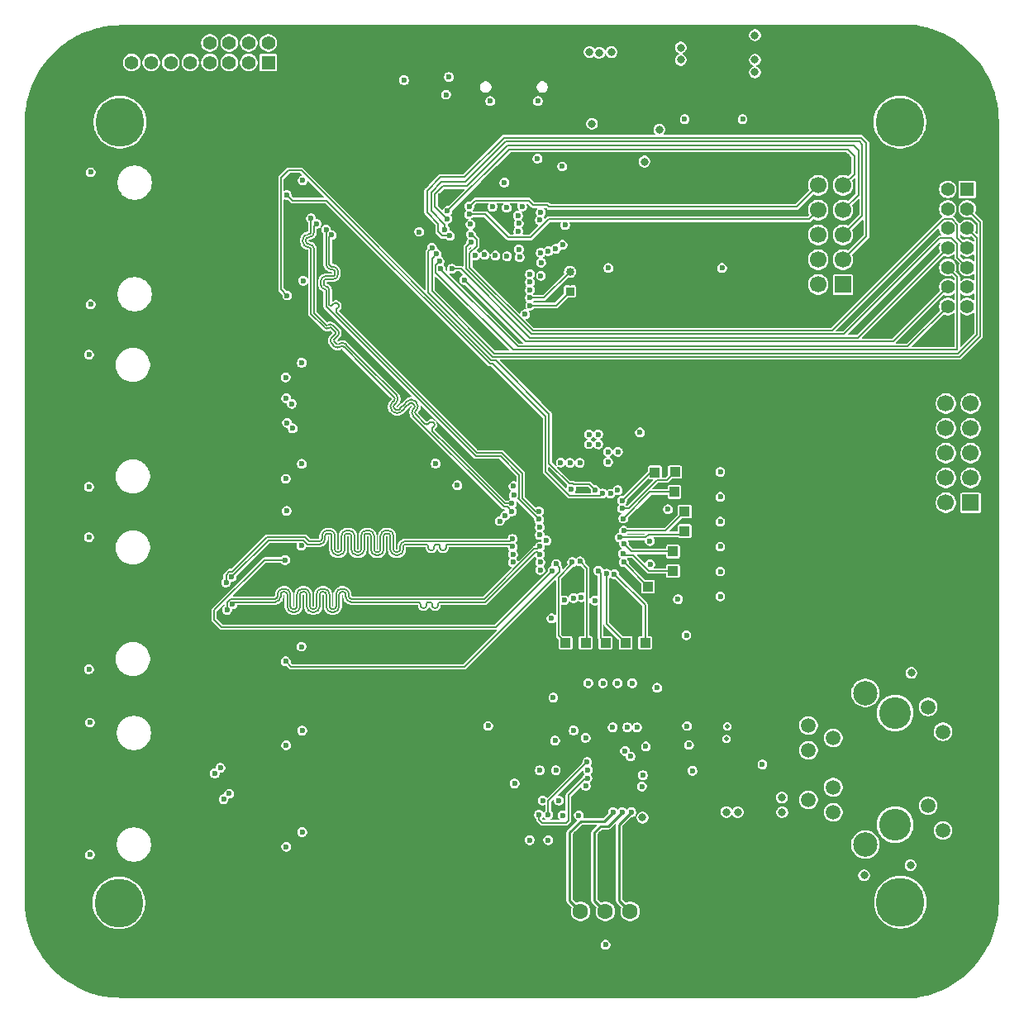
<source format=gbr>
%TF.GenerationSoftware,KiCad,Pcbnew,9.0.1*%
%TF.CreationDate,2025-07-09T12:24:18-07:00*%
%TF.ProjectId,peripheral_board_v1a,70657269-7068-4657-9261-6c5f626f6172,rev?*%
%TF.SameCoordinates,Original*%
%TF.FileFunction,Copper,L6,Bot*%
%TF.FilePolarity,Positive*%
%FSLAX46Y46*%
G04 Gerber Fmt 4.6, Leading zero omitted, Abs format (unit mm)*
G04 Created by KiCad (PCBNEW 9.0.1) date 2025-07-09 12:24:18*
%MOMM*%
%LPD*%
G01*
G04 APERTURE LIST*
%TA.AperFunction,ComponentPad*%
%ADD10R,1.700000X1.700000*%
%TD*%
%TA.AperFunction,ComponentPad*%
%ADD11C,1.700000*%
%TD*%
%TA.AperFunction,ComponentPad*%
%ADD12R,0.850000X0.850000*%
%TD*%
%TA.AperFunction,ComponentPad*%
%ADD13C,0.850000*%
%TD*%
%TA.AperFunction,ComponentPad*%
%ADD14C,5.000000*%
%TD*%
%TA.AperFunction,ComponentPad*%
%ADD15C,3.250000*%
%TD*%
%TA.AperFunction,ComponentPad*%
%ADD16C,1.520000*%
%TD*%
%TA.AperFunction,ComponentPad*%
%ADD17C,2.500000*%
%TD*%
%TA.AperFunction,ComponentPad*%
%ADD18C,1.600000*%
%TD*%
%TA.AperFunction,ComponentPad*%
%ADD19R,1.400000X1.400000*%
%TD*%
%TA.AperFunction,ComponentPad*%
%ADD20C,1.400000*%
%TD*%
%TA.AperFunction,HeatsinkPad*%
%ADD21O,1.000000X2.100000*%
%TD*%
%TA.AperFunction,HeatsinkPad*%
%ADD22O,1.000000X1.600000*%
%TD*%
%TA.AperFunction,SMDPad,CuDef*%
%ADD23R,1.000000X1.000000*%
%TD*%
%TA.AperFunction,ViaPad*%
%ADD24C,0.600000*%
%TD*%
%TA.AperFunction,ViaPad*%
%ADD25C,0.800000*%
%TD*%
%TA.AperFunction,ViaPad*%
%ADD26C,0.460000*%
%TD*%
%TA.AperFunction,Conductor*%
%ADD27C,0.152400*%
%TD*%
%TA.AperFunction,Conductor*%
%ADD28C,0.200000*%
%TD*%
%TA.AperFunction,Conductor*%
%ADD29C,0.127000*%
%TD*%
%TA.AperFunction,Conductor*%
%ADD30C,0.254000*%
%TD*%
G04 APERTURE END LIST*
D10*
%TO.P,J2,1,Pin_1*%
%TO.N,+3V3*%
X180875000Y-68950000D03*
D11*
%TO.P,J2,2,Pin_2*%
X178335000Y-68950000D03*
%TO.P,J2,3,Pin_3*%
%TO.N,I2C0_SCL*%
X180875000Y-66410000D03*
%TO.P,J2,4,Pin_4*%
%TO.N,I2C1_SCL*%
X178335000Y-66410000D03*
%TO.P,J2,5,Pin_5*%
%TO.N,I2C0_SDA*%
X180875000Y-63870000D03*
%TO.P,J2,6,Pin_6*%
%TO.N,I2C1_SDA*%
X178335000Y-63870000D03*
%TO.P,J2,7,Pin_7*%
%TO.N,I2C1_SCL*%
X180875000Y-61330000D03*
%TO.P,J2,8,Pin_8*%
%TO.N,RX*%
X178335000Y-61330000D03*
%TO.P,J2,9,Pin_9*%
%TO.N,I2C1_SDA*%
X180875000Y-58790000D03*
%TO.P,J2,10,Pin_10*%
%TO.N,TX*%
X178335000Y-58790000D03*
%TO.P,J2,11,Pin_11*%
%TO.N,GND*%
X180875000Y-56250000D03*
%TO.P,J2,12,Pin_12*%
X178335000Y-56250000D03*
%TD*%
D12*
%TO.P,J1,1,Pin_1*%
%TO.N,SWCLK*%
X152900000Y-69650000D03*
D13*
%TO.P,J1,2,Pin_2*%
%TO.N,GND*%
X152900000Y-68650000D03*
%TO.P,J1,3,Pin_3*%
%TO.N,SWD*%
X152900000Y-67650000D03*
%TD*%
D14*
%TO.P,H4,1*%
%TO.N,N/C*%
X106700000Y-132300000D03*
%TD*%
%TO.P,H1,1*%
%TO.N,N/C*%
X106800000Y-52300000D03*
%TD*%
D10*
%TO.P,J3,1,Pin_1*%
%TO.N,+3V3*%
X193950000Y-91300000D03*
D11*
%TO.P,J3,2,Pin_2*%
X191410000Y-91300000D03*
%TO.P,J3,3,Pin_3*%
%TO.N,GPIO22*%
X193950000Y-88760000D03*
%TO.P,J3,4,Pin_4*%
%TO.N,SPI0_CS1*%
X191410000Y-88760000D03*
%TO.P,J3,5,Pin_5*%
%TO.N,GPIO23*%
X193950000Y-86220000D03*
%TO.P,J3,6,Pin_6*%
%TO.N,STAT*%
X191410000Y-86220000D03*
%TO.P,J3,7,Pin_7*%
%TO.N,GPIO24*%
X193950000Y-83680000D03*
%TO.P,J3,8,Pin_8*%
%TO.N,GPIO28_ADC2*%
X191410000Y-83680000D03*
%TO.P,J3,9,Pin_9*%
%TO.N,GPIO25*%
X193950000Y-81140000D03*
%TO.P,J3,10,Pin_10*%
%TO.N,GPIO29_ADC3*%
X191410000Y-81140000D03*
%TO.P,J3,11,Pin_11*%
%TO.N,GND*%
X193950000Y-78600000D03*
%TO.P,J3,12,Pin_12*%
X191410000Y-78600000D03*
%TD*%
D15*
%TO.P,RJ1,*%
%TO.N,*%
X186220000Y-124280000D03*
X186220000Y-112840000D03*
D16*
%TO.P,RJ1,1,1*%
%TO.N,TX +*%
X179870000Y-123010000D03*
%TO.P,RJ1,2,2*%
%TO.N,TX -*%
X177330000Y-121740000D03*
%TO.P,RJ1,3,3*%
%TO.N,TCT*%
X179870000Y-120460000D03*
%TO.P,RJ1,4,4*%
%TO.N,GND*%
X177330000Y-119190000D03*
%TO.P,RJ1,5,5*%
X179870000Y-117930000D03*
%TO.P,RJ1,6,6*%
%TO.N,RCT*%
X177330000Y-116660000D03*
%TO.P,RJ1,7,7*%
%TO.N,Net-(C32-Pad2)*%
X179870000Y-115390000D03*
%TO.P,RJ1,8,8*%
%TO.N,Net-(C33-Pad2)*%
X177330000Y-114120000D03*
%TO.P,RJ1,9,LLED+*%
%TO.N,Net-(RJ1-LLED+)*%
X189600000Y-122350000D03*
%TO.P,RJ1,10,LLED-*%
%TO.N,GREEN_LED*%
X191120000Y-124890000D03*
%TO.P,RJ1,11,RLED+*%
%TO.N,Net-(RJ1-RLED+)*%
X189600000Y-112230000D03*
%TO.P,RJ1,12,RLED-*%
%TO.N,YELLOW_LED*%
X191120000Y-114770000D03*
D17*
%TO.P,RJ1,13,GND*%
%TO.N,CGND*%
X183170000Y-126330000D03*
%TO.P,RJ1,14,GND*%
X183170000Y-110790000D03*
%TD*%
D18*
%TO.P,SW3,1,1*%
%TO.N,PMODE0*%
X159065000Y-133180000D03*
%TO.P,SW3,2,2*%
%TO.N,PMODE1*%
X156525000Y-133180000D03*
%TO.P,SW3,3,3*%
%TO.N,PMODE2*%
X153985000Y-133180000D03*
%TO.P,SW3,4,4*%
%TO.N,GND*%
X159065000Y-125560000D03*
%TO.P,SW3,5,5*%
X156525000Y-125560000D03*
%TO.P,SW3,6,6*%
X153985000Y-125560000D03*
%TD*%
D19*
%TO.P,CN2,1,1*%
%TO.N,+3V3*%
X193600000Y-59200000D03*
D20*
%TO.P,CN2,2,2*%
X191600000Y-59200000D03*
%TO.P,CN2,3,3*%
%TO.N,UART1_TX*%
X193600000Y-61200000D03*
%TO.P,CN2,4,4*%
%TO.N,unconnected-(CN2-Pad4)*%
X191600000Y-61200000D03*
%TO.P,CN2,5,5*%
%TO.N,UART1_RX*%
X193600000Y-63200000D03*
%TO.P,CN2,6,6*%
%TO.N,unconnected-(CN2-Pad6)*%
X191600000Y-63200000D03*
%TO.P,CN2,7,7*%
%TO.N,UART1_CTS*%
X193600000Y-65200000D03*
%TO.P,CN2,8,8*%
%TO.N,SPI1_RX*%
X191600000Y-65200000D03*
%TO.P,CN2,9,9*%
%TO.N,UART1_RTS*%
X193600000Y-67200000D03*
%TO.P,CN2,10,10*%
%TO.N,SPI1_SCK*%
X191600000Y-67200000D03*
%TO.P,CN2,11,11*%
%TO.N,unconnected-(CN2-Pad11)*%
X193600000Y-69200000D03*
%TO.P,CN2,12,12*%
%TO.N,SPI1_CS1*%
X191600000Y-69200000D03*
%TO.P,CN2,13,13*%
%TO.N,unconnected-(CN2-Pad13)*%
X193600000Y-71200000D03*
%TO.P,CN2,14,14*%
%TO.N,SPI1_TX*%
X191600000Y-71200000D03*
%TO.P,CN2,15,15*%
%TO.N,GND*%
X193600000Y-73200000D03*
%TO.P,CN2,16,16*%
X191600000Y-73200000D03*
%TD*%
D14*
%TO.P,H2,1*%
%TO.N,N/C*%
X186700000Y-52300000D03*
%TD*%
D19*
%TO.P,CN1,1,1*%
%TO.N,unconnected-(CN1-Pad1)*%
X122000000Y-46200000D03*
D20*
%TO.P,CN1,2,2*%
%TO.N,VEPS*%
X122000000Y-44200000D03*
%TO.P,CN1,3,3*%
%TO.N,Net-(CN1-Pad3)*%
X120000000Y-46200000D03*
%TO.P,CN1,4,4*%
%TO.N,VEPS*%
X120000000Y-44200000D03*
%TO.P,CN1,5,5*%
%TO.N,Net-(CN1-Pad5)*%
X118000000Y-46200000D03*
%TO.P,CN1,6,6*%
%TO.N,VEPS*%
X118000000Y-44200000D03*
%TO.P,CN1,7,7*%
%TO.N,Net-(CN1-Pad7)*%
X116000000Y-46200000D03*
%TO.P,CN1,8,8*%
%TO.N,VEPS*%
X116000000Y-44200000D03*
%TO.P,CN1,9,9*%
%TO.N,Net-(CN1-Pad9)*%
X114000000Y-46200000D03*
%TO.P,CN1,10,10*%
%TO.N,GND*%
X114000000Y-44200000D03*
%TO.P,CN1,11,11*%
%TO.N,Net-(CN1-Pad11)*%
X112000000Y-46200000D03*
%TO.P,CN1,12,12*%
%TO.N,GND*%
X112000000Y-44200000D03*
%TO.P,CN1,13,13*%
%TO.N,GPIO14*%
X110000000Y-46200000D03*
%TO.P,CN1,14,14*%
%TO.N,GND*%
X110000000Y-44200000D03*
%TO.P,CN1,15,15*%
%TO.N,GPIO15*%
X108000000Y-46200000D03*
%TO.P,CN1,16,16*%
%TO.N,GND*%
X108000000Y-44200000D03*
%TD*%
D21*
%TO.P,J4,S1,SHIELD*%
%TO.N,GND*%
X151490000Y-49230000D03*
D22*
X151490000Y-45050000D03*
D21*
X142850000Y-49230000D03*
D22*
X142850000Y-45050000D03*
%TD*%
D14*
%TO.P,H3,1*%
%TO.N,N/C*%
X186750000Y-132250000D03*
%TD*%
D23*
%TO.P,TP23,1,1*%
%TO.N,Net-(U6-REFCLKO)*%
X163650000Y-88150000D03*
%TD*%
%TO.P,TP32,1,1*%
%TO.N,Net-(U6-RXC5{slash}GRXC5)*%
X163449999Y-98300000D03*
%TD*%
%TO.P,TP27,1,1*%
%TO.N,Net-(U6-RXDV5{slash}CRSDV5{slash}RXD5_CTL)*%
X164650000Y-92200000D03*
%TD*%
%TO.P,TP15,1,1*%
%TO.N,Net-(U6-TXER5)*%
X158600000Y-105650000D03*
%TD*%
%TO.P,TP11,1,1*%
%TO.N,Net-(U6-TXD5_0)*%
X154500000Y-105649999D03*
%TD*%
%TO.P,TP25,1,1*%
%TO.N,Net-(U6-CRS5)*%
X163600000Y-90200000D03*
%TD*%
%TO.P,TP17,1,1*%
%TO.N,Net-(U6-TXD5_5)*%
X160600000Y-105650000D03*
%TD*%
%TO.P,TP33,1,1*%
%TO.N,Net-(U6-TXC5{slash}REFCLKI5{slash}GTXC5)*%
X160900000Y-99900000D03*
%TD*%
%TO.P,TP13,1,1*%
%TO.N,Net-(U6-TXD5_2)*%
X156550000Y-105650000D03*
%TD*%
%TO.P,TP29,1,1*%
%TO.N,Net-(U6-RXD5_2)*%
X164650000Y-94200000D03*
%TD*%
%TO.P,TP22,1,1*%
%TO.N,Net-(U6-RXD5_4)*%
X161600000Y-88200000D03*
%TD*%
%TO.P,TP10,1,1*%
%TO.N,Net-(U6-TXEN5{slash}TXDS5_CTL)*%
X152450001Y-105650000D03*
%TD*%
%TO.P,TP30,1,1*%
%TO.N,Net-(U6-RXD5_1)*%
X163450000Y-96300000D03*
%TD*%
D24*
%TO.N,GNDA*%
X154775003Y-109795001D03*
X165450000Y-118770000D03*
X161825000Y-110270002D03*
X160275000Y-120370000D03*
X160375000Y-119220000D03*
X160675002Y-116270000D03*
X158775002Y-114320000D03*
X172610000Y-118120000D03*
X159275001Y-109795001D03*
X156275000Y-109795001D03*
X157774997Y-109795001D03*
X159775002Y-114320001D03*
X157275001Y-114320000D03*
X165100000Y-116120000D03*
X164900000Y-114178000D03*
D25*
X160337500Y-123570000D03*
D24*
%TO.N,GND*%
X133750000Y-102700000D03*
X125300000Y-85950000D03*
X144050000Y-97850000D03*
X127350000Y-110100000D03*
X140550000Y-102150000D03*
X135400000Y-111200000D03*
X128750000Y-83100000D03*
X143050000Y-89500000D03*
X126600000Y-103150000D03*
X129850000Y-106700000D03*
X124480000Y-104799999D03*
X126800000Y-121450000D03*
X135650000Y-79900000D03*
X139200000Y-105050000D03*
X133300000Y-97350000D03*
X124300000Y-103300000D03*
X125700000Y-71300000D03*
X140250000Y-100450000D03*
X131700000Y-102100000D03*
X127400000Y-116800000D03*
X131050000Y-99900000D03*
X143350000Y-91950000D03*
D25*
X168050000Y-45300000D03*
D24*
X136950000Y-83750000D03*
X135600000Y-108750000D03*
X125574999Y-70070002D03*
X127850000Y-119050000D03*
X124629999Y-67370001D03*
X135650000Y-89450000D03*
X121450000Y-94150000D03*
X163120000Y-66550000D03*
X125375001Y-97169999D03*
X124050000Y-84850000D03*
X125700000Y-72100000D03*
X141350000Y-88000000D03*
X124580000Y-117400000D03*
X165060192Y-58558569D03*
X139350000Y-81000000D03*
X124500002Y-86054999D03*
X146700001Y-112070003D03*
X123400000Y-102850000D03*
X133200000Y-113600000D03*
X128700000Y-103150000D03*
X126250000Y-99400000D03*
X131850000Y-112450000D03*
X129500000Y-93500000D03*
X118300000Y-115350000D03*
X133800000Y-87650000D03*
X128050000Y-82500000D03*
X126400000Y-72950000D03*
X125525000Y-59770000D03*
X145950000Y-98050000D03*
X131500000Y-85550000D03*
X132200000Y-115900000D03*
X146850000Y-70200000D03*
X124580000Y-123800000D03*
X123000000Y-111050000D03*
X123750000Y-112900000D03*
X130150000Y-76950000D03*
X136400000Y-97650000D03*
X125600000Y-103250000D03*
X161650000Y-85600001D03*
X130950000Y-72000000D03*
X136250000Y-90000000D03*
X133350000Y-79850000D03*
X138000000Y-79700000D03*
X136850000Y-99650000D03*
X129300000Y-68900000D03*
X159570000Y-56350000D03*
X119700000Y-94900000D03*
X129250000Y-64550000D03*
X145800000Y-100950000D03*
X139550000Y-97850000D03*
X134300000Y-99650000D03*
X128750000Y-76200000D03*
X129300000Y-65650000D03*
X131600000Y-45399999D03*
X130350000Y-71450000D03*
X157818756Y-87130127D03*
X129800000Y-116900000D03*
X125474999Y-126550000D03*
X131550000Y-73000000D03*
X151375001Y-113770001D03*
X124850000Y-63800000D03*
X144525002Y-120070001D03*
X155275002Y-114276441D03*
X137650000Y-84450000D03*
X133900000Y-110200000D03*
X127350000Y-70850000D03*
X150301200Y-90201200D03*
X159949999Y-69450000D03*
X127250000Y-99400000D03*
X132150000Y-74000000D03*
X147225003Y-114170002D03*
X151950002Y-86220002D03*
X144350000Y-90850000D03*
X125800000Y-111350000D03*
X124450000Y-119700000D03*
X127350000Y-82400000D03*
X120500000Y-94500000D03*
X134250000Y-97350000D03*
X150745000Y-52100000D03*
X164650000Y-49699999D03*
X133450000Y-77700000D03*
X162038757Y-95230126D03*
D25*
X179980000Y-129490000D03*
D24*
X128850000Y-115350000D03*
X128600000Y-97150000D03*
X138100000Y-108800000D03*
X150420000Y-50145000D03*
X127900000Y-96700000D03*
X141350000Y-102950000D03*
X123800000Y-94100000D03*
X131400000Y-116200000D03*
X126550000Y-82050000D03*
X143700000Y-102950000D03*
D25*
X156600000Y-50700000D03*
D24*
X130500000Y-102200000D03*
X149799318Y-82898756D03*
X138250000Y-82450000D03*
X143050000Y-97800000D03*
X136550000Y-96850000D03*
D25*
X161887501Y-123520001D03*
D24*
X133800000Y-80850000D03*
X143100000Y-100450000D03*
X132700000Y-114300000D03*
X144250000Y-96150000D03*
X143550000Y-90200000D03*
X125435789Y-88855000D03*
X125950000Y-122000000D03*
X126600000Y-117300000D03*
X151015192Y-60378569D03*
X124150000Y-121550000D03*
X144400000Y-102250000D03*
X139200000Y-100450000D03*
X131300000Y-93500000D03*
X141400000Y-85550000D03*
X143375192Y-55053569D03*
X132200000Y-93500000D03*
X140200000Y-84350000D03*
D25*
X155899999Y-44169999D03*
D24*
X141314973Y-71100000D03*
X149850000Y-117220001D03*
X148000000Y-99830127D03*
X132450000Y-115100000D03*
X149625002Y-114144998D03*
X129250000Y-104700000D03*
X148775003Y-123270003D03*
X127600000Y-88250000D03*
X136000000Y-100550000D03*
X140000000Y-81700000D03*
X135050000Y-88800000D03*
X150478140Y-80961282D03*
X135250000Y-76800000D03*
X137950000Y-106400000D03*
X125475000Y-116150000D03*
X152308757Y-102260127D03*
X165057196Y-102278769D03*
X143025234Y-87084826D03*
X134400000Y-109700000D03*
X125850000Y-117400000D03*
X121750000Y-110900000D03*
X130150000Y-99400000D03*
X136650000Y-110050000D03*
X144400000Y-91950000D03*
X127450000Y-120500000D03*
X147850000Y-58550000D03*
X135050000Y-98900000D03*
X129300000Y-83550000D03*
X129350000Y-66550000D03*
X162080001Y-97599999D03*
X115700000Y-118450000D03*
X123600000Y-119850000D03*
X162180000Y-66550000D03*
X134900000Y-111800000D03*
X130450000Y-91050000D03*
X143500192Y-73553569D03*
X132100000Y-92700000D03*
X124500002Y-79705000D03*
X143745000Y-52150000D03*
X128600000Y-93500000D03*
X138220000Y-64353569D03*
X127350000Y-65900000D03*
X119050000Y-113550000D03*
X138450000Y-98000000D03*
X133100000Y-74550000D03*
X137500000Y-99100000D03*
X152983757Y-84980127D03*
X120000000Y-112100000D03*
X124250000Y-109800000D03*
X129800000Y-102700000D03*
X153600000Y-63000000D03*
X136400000Y-91000000D03*
X126650000Y-110800000D03*
X127300000Y-96200000D03*
X140100000Y-106500000D03*
X133000000Y-93600000D03*
X131350000Y-97350000D03*
X124950000Y-111800000D03*
X141300000Y-100450000D03*
X140950000Y-96150000D03*
X131850000Y-104700000D03*
X140500000Y-43062499D03*
X128900000Y-69800000D03*
X155450001Y-102280001D03*
X138800000Y-102750000D03*
X125850000Y-84000000D03*
X139650000Y-83800000D03*
X124850000Y-109400000D03*
X134450000Y-88250000D03*
X129850000Y-84100000D03*
X127700000Y-74750000D03*
X133400000Y-110800000D03*
X153908580Y-86250127D03*
X132050000Y-86000000D03*
X138600000Y-105700000D03*
X138230192Y-62778569D03*
X137950000Y-98500000D03*
X126550000Y-96200000D03*
X138120000Y-48000000D03*
X134550000Y-82550000D03*
X154058758Y-89980127D03*
X141550000Y-83300000D03*
X132200000Y-79650000D03*
X133850000Y-100400000D03*
X162041431Y-51172692D03*
X143250000Y-96150000D03*
X146178757Y-90530127D03*
X124629999Y-61020001D03*
X160075198Y-86379802D03*
X135700000Y-98100000D03*
X134550000Y-76000000D03*
X131000000Y-77500000D03*
X131600000Y-78200000D03*
X136000000Y-110700000D03*
X141350000Y-105450000D03*
X167500000Y-59750000D03*
X125350000Y-99450000D03*
X130250000Y-114000000D03*
X147108759Y-88650127D03*
X127650000Y-93500000D03*
X139500000Y-107200000D03*
X119400000Y-112800000D03*
X124850000Y-94050000D03*
D25*
X164250000Y-47200000D03*
D24*
X132300000Y-97400000D03*
X140750000Y-106000000D03*
X129200000Y-99350000D03*
X140500000Y-103400000D03*
X125250000Y-80950000D03*
X166600001Y-69450000D03*
X139670000Y-59900000D03*
X128800000Y-108900000D03*
X137150000Y-91400000D03*
X137550000Y-102700000D03*
X128650000Y-105450000D03*
X154465291Y-117001175D03*
X128350000Y-118400000D03*
X132750000Y-111650000D03*
X133750000Y-113000000D03*
X145225192Y-63573569D03*
X143920000Y-50145000D03*
D25*
X158450000Y-46700000D03*
D24*
X126900000Y-87500000D03*
X129650000Y-70450000D03*
X129200000Y-117600000D03*
X127300000Y-106800000D03*
X132900000Y-100400000D03*
X138300000Y-85050000D03*
X138150000Y-100450000D03*
X141550000Y-102050000D03*
X134950000Y-109200000D03*
X138100000Y-91200000D03*
X134500000Y-102100000D03*
X131950000Y-76150000D03*
X125250000Y-83350000D03*
X134200000Y-78350000D03*
X133950000Y-81800000D03*
X127800000Y-109300000D03*
X129450000Y-114700000D03*
X124750000Y-82850000D03*
X116500000Y-117200000D03*
X125425000Y-107549998D03*
X130400000Y-106050000D03*
X118300000Y-114400000D03*
X140650000Y-97750000D03*
X125800000Y-81450000D03*
X140800000Y-84950000D03*
X128250000Y-99400000D03*
X127250000Y-73850000D03*
X129400000Y-76450000D03*
X128050000Y-106200000D03*
X122700000Y-94050000D03*
X128950000Y-89750000D03*
X127150000Y-119650000D03*
X129100000Y-107350000D03*
X149575192Y-58883569D03*
X136250000Y-83000000D03*
X130400000Y-84550000D03*
X138914036Y-89880330D03*
X131950000Y-100400000D03*
X172925000Y-100875000D03*
X127025000Y-92150000D03*
X130400000Y-93500000D03*
X152100000Y-55699000D03*
X137750000Y-96350000D03*
X155230112Y-97375204D03*
X130400000Y-97350000D03*
X135950000Y-77800000D03*
X127350000Y-67500000D03*
X152908759Y-86250127D03*
X172925000Y-88150000D03*
X130950000Y-85050000D03*
X128300000Y-88950000D03*
X124479999Y-98399999D03*
X141550000Y-97850000D03*
X137100000Y-100550000D03*
X146500000Y-100250000D03*
X127850000Y-72100000D03*
X144450000Y-88800000D03*
X152234246Y-97279745D03*
X140800000Y-82600000D03*
X139050000Y-85600000D03*
X129750000Y-67800000D03*
X120499999Y-52350000D03*
X131050000Y-103000000D03*
X125650000Y-67200000D03*
X133200000Y-103300000D03*
X137200000Y-109400000D03*
X129750000Y-90450000D03*
X125800000Y-94050000D03*
X132550000Y-86500000D03*
X121000000Y-111500000D03*
X143718198Y-85161498D03*
X126700000Y-107450000D03*
X130500000Y-74700000D03*
X124400000Y-99400000D03*
X134400000Y-112400000D03*
X139700000Y-102650000D03*
X127650000Y-103150000D03*
X126850000Y-94000000D03*
X124950000Y-121700000D03*
X125420002Y-78455000D03*
X136650000Y-78450000D03*
X129450000Y-97350000D03*
X125800000Y-66250000D03*
X124800000Y-64550000D03*
X135300000Y-97300000D03*
X131150000Y-105200000D03*
X136650000Y-102350000D03*
X130700000Y-116800000D03*
X128150000Y-116050000D03*
X143950000Y-100050000D03*
X131050000Y-113150000D03*
X124400000Y-118900000D03*
X123750000Y-110400000D03*
X117650000Y-116450000D03*
X131250000Y-91800000D03*
X123550000Y-99400000D03*
X133145192Y-53303569D03*
X135400000Y-82950000D03*
X138650000Y-80200000D03*
X133200000Y-87150000D03*
X132750000Y-76950000D03*
X137200000Y-106900000D03*
X141400000Y-91850000D03*
X135500000Y-102100000D03*
X145700192Y-75253569D03*
X136550000Y-107450000D03*
X153650000Y-71699999D03*
%TO.N,Net-(U4-XO)*%
X144525002Y-114170002D03*
X151450001Y-118720002D03*
%TO.N,Net-(U4-XI{slash}CLKIN)*%
X149800001Y-118720000D03*
X147225003Y-120070001D03*
%TO.N,+1V1*%
X145260192Y-65978569D03*
X142710192Y-62778569D03*
X146410192Y-61078569D03*
X146182519Y-58496242D03*
X147600000Y-63500000D03*
%TO.N,SPI1_RX*%
X140810192Y-67328569D03*
X155800000Y-85319999D03*
%TO.N,UART1_RTS*%
X142800000Y-64600000D03*
%TO.N,SPI1_TX*%
X156798759Y-87130127D03*
X139678573Y-67350522D03*
%TO.N,UART1_CTS*%
X142750000Y-63800000D03*
%TO.N,UART1_TX*%
X138760192Y-65178569D03*
%TO.N,UART1_RX*%
X139240194Y-65818571D03*
%TO.N,SPI1_CS1*%
X154849999Y-85310000D03*
X142060192Y-68478569D03*
%TO.N,SPI1_SCK*%
X156798760Y-86080127D03*
X139528988Y-66564629D03*
%TO.N,RX*%
X142566969Y-61739804D03*
D25*
%TO.N,CGND*%
X183030000Y-129490000D03*
D24*
%TO.N,TX*%
X142584819Y-60940003D03*
%TO.N,VDDIO*%
X153908580Y-87210126D03*
X154849999Y-84290001D03*
X157818757Y-86080126D03*
X155450002Y-101320001D03*
X151008758Y-103155127D03*
X161078757Y-95230127D03*
X163961181Y-101182753D03*
X155800000Y-84300000D03*
X162933757Y-91980127D03*
%TO.N,VDDAT*%
X147138757Y-90530126D03*
X150508759Y-95180127D03*
X151950001Y-87180001D03*
X141363693Y-89513693D03*
%TO.N,LED1_0*%
X155508758Y-90030127D03*
X123924999Y-70070002D03*
X168300000Y-88150000D03*
%TO.N,LED1_1*%
X156237052Y-90361170D03*
X123875000Y-59770000D03*
X168300000Y-90700000D03*
%TO.N,LED2_0*%
X168300000Y-93250000D03*
X157058759Y-90380127D03*
X123785789Y-88855000D03*
%TO.N,LED2_1*%
X123770002Y-78455000D03*
X157774302Y-90022353D03*
X168300000Y-95800000D03*
%TO.N,LED3_0*%
X123775000Y-107549998D03*
X168300000Y-98350000D03*
X151491840Y-97577808D03*
D25*
%TO.N,TX -*%
X174610000Y-121510000D03*
X168938768Y-122991232D03*
%TO.N,TX +*%
X170090000Y-123010000D03*
X174640000Y-123010000D03*
D24*
%TO.N,SPI0_ETHER*%
X149725001Y-123270003D03*
X154675001Y-119520003D03*
%TO.N,GPIO14*%
X143210192Y-65978569D03*
%TO.N,YELLOW_LED*%
X154512949Y-115393119D03*
%TO.N,GREEN_LED*%
X153271880Y-114635002D03*
%TO.N,LED3_1*%
X123725001Y-97169999D03*
X168300000Y-100900000D03*
X151108759Y-98280127D03*
%TO.N,LED4_1*%
X123825000Y-116150000D03*
X153258758Y-101080127D03*
%TO.N,LED4_0*%
X154052303Y-100978673D03*
X123824999Y-126550000D03*
%TO.N,SPI0_MOSI*%
X154524002Y-120305622D03*
D25*
X171850000Y-47200000D03*
D24*
X149950000Y-66700000D03*
%TO.N,SPI0_SCK*%
X154725002Y-118670000D03*
X148800000Y-67900000D03*
D25*
X164250000Y-45930000D03*
D24*
%TO.N,SPI0_MISO*%
X148775002Y-125870001D03*
X148800000Y-69500006D03*
D25*
X171850000Y-45930000D03*
D24*
%TO.N,SPI0_CS1*%
X150675001Y-123270001D03*
X154663643Y-117872356D03*
X147646870Y-62684306D03*
%TO.N,RX +*%
X159107843Y-117302843D03*
D26*
X168920000Y-115510000D03*
D24*
%TO.N,RX -*%
X158542157Y-116737157D03*
D26*
X169000000Y-114220000D03*
D24*
%TO.N,GPIO15*%
X144150000Y-65900000D03*
%TO.N,SWCLK*%
X148819477Y-71099775D03*
D25*
%TO.N,+3V3*%
X187880000Y-108740000D03*
D24*
X151375001Y-115670000D03*
X150100002Y-121820001D03*
D25*
X187780000Y-128440000D03*
D24*
X137450000Y-63550000D03*
X139136307Y-87286307D03*
X125574999Y-68570000D03*
X148010192Y-60943571D03*
X151187499Y-111270001D03*
X149575192Y-56043569D03*
X164827386Y-104877386D03*
X152413869Y-62849000D03*
X125400000Y-106049999D03*
X125524998Y-58270001D03*
X125475000Y-125050000D03*
X125474999Y-114650000D03*
X149920000Y-68050000D03*
X125420000Y-87324213D03*
X150675000Y-125870002D03*
X140205192Y-49493569D03*
X152149999Y-123320001D03*
X144960192Y-60978569D03*
X156550000Y-136594314D03*
X170590000Y-52000000D03*
D25*
X171850000Y-43400000D03*
D24*
X152100000Y-56849999D03*
X125375001Y-95699999D03*
X135909999Y-48000000D03*
X164650000Y-52000000D03*
X125420002Y-76954213D03*
%TO.N,1.2A*%
X156825001Y-67250000D03*
X147108758Y-89610126D03*
%TO.N,1.2D*%
X168475000Y-67250000D03*
X152308758Y-101300127D03*
X161120002Y-97599999D03*
X152908757Y-87210127D03*
%TO.N,RST_N*%
X153008759Y-89930126D03*
X160075198Y-84100001D03*
%TO.N,Chassis_GND*%
X103625000Y-94830000D03*
X103725000Y-127370000D03*
X103800000Y-70985000D03*
X103800000Y-57445000D03*
X103625000Y-76130000D03*
X103625000Y-89670000D03*
X123875000Y-92150000D03*
X103725000Y-113830000D03*
X103625000Y-108370000D03*
%TO.N,SWD*%
X148800000Y-70300009D03*
%TO.N,I2C0_SCL*%
X140600000Y-63950000D03*
%TO.N,I2C0_SDA*%
X140079981Y-63342069D03*
%TO.N,RX1-*%
X126367157Y-62167157D03*
X146958492Y-92199999D03*
%TO.N,Net-(U6-TXEN5{slash}TXDS5_CTL)*%
X153133284Y-97381743D03*
%TO.N,I2C1_SDA*%
X140350000Y-61415066D03*
%TO.N,I2C1_SCL*%
X140350000Y-62215069D03*
%TO.N,GPIO22*%
X149900000Y-65700000D03*
D25*
%TO.N,VEPS*%
X157149999Y-45130000D03*
D24*
%TO.N,GPIO23*%
X150680952Y-65526455D03*
%TO.N,GPIO24*%
X151446842Y-65295335D03*
%TO.N,GPIO29_ADC3*%
X149905731Y-61557015D03*
%TO.N,Net-(U6-TXD5_0)*%
X153930216Y-97311705D03*
%TO.N,GPIO28_ADC2*%
X149800000Y-62350000D03*
%TO.N,GPIO25*%
X152136775Y-64890370D03*
%TO.N,Net-(U6-TXD5_2)*%
X155808758Y-98280127D03*
%TO.N,Net-(U1-RUN)*%
X148292157Y-72000000D03*
X146450000Y-66050000D03*
D25*
%TO.N,VBUS*%
X154900001Y-45130002D03*
D24*
X140500000Y-47675000D03*
X149620001Y-50145000D03*
X144719999Y-50145000D03*
%TO.N,PMODE2*%
X157327020Y-123017867D03*
%TO.N,PMODE1*%
X158271880Y-123005357D03*
%TO.N,PMODE0*%
X159184845Y-123013569D03*
%TO.N,RX1+*%
X146958492Y-91400000D03*
X126932843Y-62732843D03*
%TO.N,RX2-*%
X145699715Y-93181096D03*
X123827470Y-80602641D03*
%TO.N,RX2+*%
X146265401Y-92615410D03*
X124393156Y-81168327D03*
%TO.N,RX3+*%
X147011053Y-95000001D03*
X117667157Y-99482843D03*
%TO.N,RX4-*%
X117082843Y-118467157D03*
X147067177Y-97400000D03*
%TO.N,RX4+*%
X147067175Y-96600001D03*
X116517157Y-119032843D03*
%TO.N,TX1+*%
X128482843Y-63882843D03*
X149726704Y-92200000D03*
%TO.N,TX1-*%
X127917157Y-63317157D03*
X149726703Y-93000001D03*
%TO.N,TX2+*%
X149802236Y-93800001D03*
X124482843Y-83682843D03*
%TO.N,TX2-*%
X149802237Y-94600000D03*
X123917157Y-83117157D03*
%TO.N,TX3+*%
X117767157Y-102282843D03*
X149816001Y-95800001D03*
%TO.N,TX3-*%
X118332843Y-101717157D03*
X149816000Y-96600001D03*
%TO.N,TX4+*%
X149854121Y-97400000D03*
X117417157Y-121682843D03*
%TO.N,TX4-*%
X149854121Y-98200000D03*
X117982843Y-121117157D03*
%TO.N,RX3-*%
X147011053Y-95800000D03*
X118232843Y-98917157D03*
%TO.N,RSTn*%
X147750000Y-66150000D03*
X153800003Y-123320001D03*
%TO.N,INTn*%
X147677572Y-65353283D03*
X151750003Y-121820001D03*
%TO.N,Net-(U6-TXER5)*%
X156660527Y-98576911D03*
%TO.N,Net-(U6-TXD5_5)*%
X157458757Y-98630126D03*
%TO.N,Net-(U6-RXD5_4)*%
X158258759Y-91080127D03*
%TO.N,Net-(U6-REFCLKO)*%
X158251325Y-91887563D03*
%TO.N,Net-(U6-CRS5)*%
X158358757Y-92930127D03*
%TO.N,Net-(U6-RXDV5{slash}CRSDV5{slash}RXD5_CTL)*%
X158408758Y-94180127D03*
%TO.N,Net-(U6-RXD5_2)*%
X158005389Y-94870991D03*
%TO.N,Net-(U6-RXD5_1)*%
X158458759Y-95530126D03*
%TO.N,Net-(U6-RXC5{slash}GRXC5)*%
X158308758Y-96530127D03*
%TO.N,Net-(U6-TXC5{slash}REFCLKI5{slash}GTXC5)*%
X158408758Y-97380126D03*
D25*
%TO.N,SPI0_CS0*%
X164250000Y-44670000D03*
D24*
X148800000Y-68700003D03*
D25*
%TO.N,STAT*%
X155155000Y-52480000D03*
D24*
X147576961Y-61887364D03*
D25*
%TO.N,VOUT*%
X162041431Y-53072692D03*
X160530000Y-56350000D03*
X155899999Y-45200000D03*
%TD*%
D27*
%TO.N,SPI1_RX*%
X148794508Y-74396600D02*
X141726477Y-67328569D01*
X191600000Y-65200000D02*
X182403400Y-74396600D01*
X182403400Y-74396600D02*
X148794508Y-74396600D01*
X141726477Y-67328569D02*
X140810192Y-67328569D01*
%TO.N,UART1_RTS*%
X142250000Y-65150000D02*
X142800000Y-64600000D01*
X191981970Y-64200000D02*
X190800000Y-64200000D01*
X192577200Y-66177200D02*
X192577200Y-64795230D01*
X148940892Y-74043200D02*
X142250000Y-67352308D01*
X190800000Y-64200000D02*
X180956800Y-74043200D01*
X180956800Y-74043200D02*
X148940892Y-74043200D01*
X142250000Y-67352308D02*
X142250000Y-65150000D01*
X192577200Y-64795230D02*
X191981970Y-64200000D01*
X193600000Y-67200000D02*
X192577200Y-66177200D01*
%TO.N,SPI1_TX*%
X139678573Y-67378573D02*
X139678573Y-67350522D01*
X187503400Y-75296600D02*
X147596600Y-75296600D01*
X147596600Y-75296600D02*
X139678573Y-67378573D01*
X191600000Y-71200000D02*
X187503400Y-75296600D01*
%TO.N,UART1_CTS*%
X179728230Y-73689800D02*
X191195230Y-62222800D01*
X143377200Y-64995276D02*
X142632992Y-65739484D01*
X142816285Y-63800000D02*
X143377200Y-64360915D01*
X142632992Y-67235516D02*
X149087276Y-73689800D01*
X192577200Y-62795230D02*
X192577200Y-64177200D01*
X142632992Y-65739484D02*
X142632992Y-67235516D01*
X143377200Y-64360915D02*
X143377200Y-64995276D01*
X192004770Y-62222800D02*
X192577200Y-62795230D01*
X142750000Y-63800000D02*
X142816285Y-63800000D01*
X149087276Y-73689800D02*
X179728230Y-73689800D01*
X192577200Y-64177200D02*
X193600000Y-65200000D01*
X191195230Y-62222800D02*
X192004770Y-62222800D01*
%TO.N,UART1_TX*%
X192824736Y-76356800D02*
X194930600Y-74250936D01*
X138760192Y-65178569D02*
X138394573Y-65544188D01*
X194930600Y-74250936D02*
X194930600Y-62530600D01*
X144987354Y-76356800D02*
X192824736Y-76356800D01*
X194930600Y-62530600D02*
X193600000Y-61200000D01*
X138394573Y-65544188D02*
X138394573Y-69764019D01*
X138394573Y-69764019D02*
X144987354Y-76356800D01*
%TO.N,UART1_RX*%
X192678353Y-76003400D02*
X145133738Y-76003400D01*
X138747973Y-69617635D02*
X138747973Y-66310792D01*
X194577200Y-74104553D02*
X192678353Y-76003400D01*
X145133738Y-76003400D02*
X138747973Y-69617635D01*
X138747973Y-66310792D02*
X139240194Y-65818571D01*
X194577200Y-64177200D02*
X194577200Y-74104553D01*
X193600000Y-63200000D02*
X194577200Y-64177200D01*
%TO.N,SPI1_CS1*%
X191600000Y-69200000D02*
X186050000Y-74750000D01*
X186050000Y-74750000D02*
X148331623Y-74750000D01*
X148331623Y-74750000D02*
X142060192Y-68478569D01*
%TO.N,SPI1_SCK*%
X139101373Y-66992244D02*
X139101373Y-67701373D01*
X147050000Y-75650000D02*
X192531970Y-75650000D01*
X192577200Y-68177200D02*
X191600000Y-67200000D01*
X192577200Y-75604770D02*
X192577200Y-68177200D01*
X139101373Y-67701373D02*
X147050000Y-75650000D01*
X192531970Y-75650000D02*
X192577200Y-75604770D01*
X139528988Y-66564629D02*
X139101373Y-66992244D01*
D28*
%TO.N,RX*%
X146602566Y-64101000D02*
X144241370Y-61739804D01*
X177414000Y-62251000D02*
X152680943Y-62251000D01*
X144241370Y-61739804D02*
X142566969Y-61739804D01*
X152680943Y-62251000D02*
X152678943Y-62249000D01*
X152678943Y-62249000D02*
X150750943Y-62249000D01*
X148898943Y-64101000D02*
X146602566Y-64101000D01*
X178335000Y-61330000D02*
X177414000Y-62251000D01*
X150750943Y-62249000D02*
X148898943Y-64101000D01*
%TO.N,TX*%
X142584819Y-60940003D02*
X143182251Y-60342571D01*
X143182251Y-60342571D02*
X148664251Y-60342571D01*
X176145431Y-60979569D02*
X178335000Y-58790000D01*
X150766249Y-60979569D02*
X176145431Y-60979569D01*
X148664251Y-60342571D02*
X149121680Y-60800000D01*
X150586680Y-60800000D02*
X150766249Y-60979569D01*
X149121680Y-60800000D02*
X150586680Y-60800000D01*
D27*
%TO.N,LED1_0*%
X150753400Y-87253400D02*
X150753400Y-82185408D01*
X124050000Y-57250000D02*
X123297800Y-58002200D01*
X153247844Y-89352926D02*
X152852926Y-89352926D01*
X123297800Y-58002200D02*
X123297800Y-69442803D01*
X145278192Y-76710200D02*
X144840970Y-76710200D01*
X150753400Y-82185408D02*
X145278192Y-76710200D01*
X153297845Y-89402927D02*
X153247844Y-89352926D01*
X144840970Y-76710200D02*
X125380770Y-57250000D01*
X123297800Y-69442803D02*
X123924999Y-70070002D01*
X125380770Y-57250000D02*
X124050000Y-57250000D01*
X154881558Y-89402927D02*
X153297845Y-89402927D01*
X152852926Y-89352926D02*
X150753400Y-87253400D01*
X155508758Y-90030127D02*
X154881558Y-89402927D01*
%TO.N,LED1_1*%
X155990895Y-90607327D02*
X156237052Y-90361170D01*
X123875000Y-59770000D02*
X124452200Y-60347200D01*
X144963600Y-77063600D02*
X150400000Y-82500000D01*
X144694586Y-77063600D02*
X144963600Y-77063600D01*
X150400000Y-88137652D02*
X152869675Y-90607327D01*
X152869675Y-90607327D02*
X155990895Y-90607327D01*
X127978187Y-60347200D02*
X144694586Y-77063600D01*
X124452200Y-60347200D02*
X127978187Y-60347200D01*
X150400000Y-82500000D02*
X150400000Y-88137652D01*
%TO.N,LED3_0*%
X151844108Y-98361063D02*
X151844108Y-97930076D01*
X142077973Y-108127198D02*
X151844108Y-98361063D01*
X123775000Y-107549998D02*
X124352200Y-108127198D01*
X124352200Y-108127198D02*
X142077973Y-108127198D01*
X151844108Y-97930076D02*
X151491840Y-97577808D01*
%TO.N,SPI0_ETHER*%
X152500000Y-124100000D02*
X150050000Y-124100000D01*
X152727199Y-123872801D02*
X152500000Y-124100000D01*
X150050000Y-124100000D02*
X149725001Y-123775001D01*
X152727199Y-121286140D02*
X152727199Y-123872801D01*
X149725001Y-123775001D02*
X149725001Y-123270003D01*
X154493336Y-119520003D02*
X152727199Y-121286140D01*
X154675001Y-119520003D02*
X154493336Y-119520003D01*
%TO.N,LED3_1*%
X117200000Y-104050000D02*
X116450000Y-103300000D01*
X121599855Y-97169999D02*
X123725001Y-97169999D01*
X116450000Y-102319854D02*
X121599855Y-97169999D01*
X145338886Y-104050000D02*
X117200000Y-104050000D01*
X116450000Y-103300000D02*
X116450000Y-102319854D01*
X151108759Y-98280127D02*
X145338886Y-104050000D01*
%TO.N,SPI0_CS1*%
X150675001Y-121860998D02*
X154663643Y-117872356D01*
X150675001Y-123270001D02*
X150675001Y-121860998D01*
%TO.N,SWCLK*%
X152900000Y-69650000D02*
X151450225Y-71099775D01*
X151450225Y-71099775D02*
X148819477Y-71099775D01*
%TO.N,SWD*%
X148800000Y-70300009D02*
X150249990Y-70300009D01*
X150249990Y-70300009D02*
X152900000Y-67649999D01*
D28*
%TO.N,I2C0_SCL*%
X139653974Y-57931883D02*
X142131883Y-57931883D01*
X140600000Y-63950000D02*
X139837969Y-63950000D01*
X182713100Y-53896000D02*
X183252000Y-54434900D01*
X139400000Y-62698144D02*
X138267000Y-61565144D01*
X146167766Y-53896000D02*
X182713100Y-53896000D01*
X138267000Y-59318857D02*
X139653974Y-57931883D01*
X183252000Y-54434900D02*
X183252000Y-64033000D01*
X183252000Y-64033000D02*
X180875000Y-66410000D01*
X142131883Y-57931883D02*
X146167766Y-53896000D01*
X138267000Y-61565144D02*
X138267000Y-59318857D01*
X139837969Y-63950000D02*
X139400000Y-63512031D01*
X139400000Y-63512031D02*
X139400000Y-62698144D01*
%TO.N,I2C0_SDA*%
X182851000Y-54601000D02*
X182851000Y-61894001D01*
X138668000Y-61399044D02*
X138668000Y-59484957D01*
X182851000Y-61894001D02*
X180875000Y-63870001D01*
X140079981Y-63342069D02*
X140079981Y-62811025D01*
X138668000Y-59484957D02*
X139703957Y-58449000D01*
X182547000Y-54297000D02*
X182851000Y-54601000D01*
X139703957Y-58449000D02*
X142181866Y-58449000D01*
X146333866Y-54297000D02*
X182547000Y-54297000D01*
X140079981Y-62811025D02*
X138668000Y-61399044D01*
X142181866Y-58449000D02*
X146333866Y-54297000D01*
D29*
%TO.N,RX1-*%
X126367157Y-65559481D02*
X126367157Y-70310901D01*
X134738579Y-80352107D02*
X131568236Y-77181764D01*
X128894046Y-73953938D02*
X128849143Y-73998838D01*
X135819026Y-81766323D02*
X135601581Y-81983768D01*
X126130657Y-63795981D02*
X126087342Y-63795981D01*
X136935900Y-81266063D02*
X136794477Y-81124640D01*
X134803979Y-81983768D02*
X134662556Y-81842345D01*
X128504938Y-75031454D02*
X128755550Y-75282066D01*
X126367157Y-70310901D02*
X126367157Y-71980685D01*
X128620897Y-74227085D02*
X128504938Y-74343043D01*
X146958492Y-92199999D02*
X146486473Y-91727980D01*
X126367157Y-65359481D02*
X126367157Y-65559481D01*
X134880001Y-80493528D02*
X134738579Y-80352107D01*
X136101868Y-81483479D02*
X136101869Y-81483480D01*
X129668538Y-75282066D02*
X129864556Y-75478084D01*
X128849143Y-73998838D02*
X128620897Y-74227085D01*
X136384710Y-81200637D02*
X136101868Y-81483479D01*
X136460708Y-81124640D02*
X136384710Y-81200637D01*
X146114452Y-91727980D02*
X136859903Y-82473431D01*
X128386675Y-73356765D02*
X128894046Y-73864136D01*
X126087342Y-65122981D02*
X126130657Y-65122981D01*
X129864556Y-75478084D02*
X131568236Y-77181764D01*
X125523842Y-64359481D02*
X125523842Y-64559481D01*
X136101869Y-81483480D02*
X135819026Y-81766323D01*
X126367157Y-62167157D02*
X126367157Y-63559481D01*
X126367157Y-71980685D02*
X127743236Y-73356764D01*
X136859903Y-81675829D02*
X136935900Y-81599831D01*
X127743236Y-73356764D02*
X127743235Y-73356763D01*
X146486473Y-91727980D02*
X146114452Y-91727980D01*
X134662555Y-81044741D02*
X134880001Y-80827296D01*
X128755550Y-75282066D02*
G75*
G03*
X129443961Y-75282067I344206J344208D01*
G01*
X134880001Y-80827296D02*
G75*
G03*
X134880013Y-80493516I-166901J166896D01*
G01*
X128296873Y-73356765D02*
G75*
G02*
X128386675Y-73356765I44901J-44900D01*
G01*
X125523842Y-64559481D02*
G75*
G03*
X126087342Y-65122958I563458J-19D01*
G01*
X136935900Y-81599831D02*
G75*
G03*
X136935947Y-81266016I-166900J166931D01*
G01*
X127743235Y-73356763D02*
G75*
G03*
X128296918Y-73356810I276865J276863D01*
G01*
X126087342Y-63795981D02*
G75*
G03*
X125523781Y-64359481I-42J-563519D01*
G01*
X128504938Y-74343043D02*
G75*
G03*
X128504986Y-75031405I344162J-344157D01*
G01*
X135601581Y-81983768D02*
G75*
G02*
X134803979Y-81983768I-398801J398800D01*
G01*
X136794477Y-81124640D02*
G75*
G03*
X136460709Y-81124640I-166884J-166884D01*
G01*
X126130657Y-65122981D02*
G75*
G02*
X126367219Y-65359481I43J-236519D01*
G01*
X128894046Y-73864136D02*
G75*
G02*
X128894009Y-73953901I-44946J-44864D01*
G01*
X136859903Y-82473431D02*
G75*
G02*
X136859873Y-81675799I398797J398831D01*
G01*
X134662556Y-81842345D02*
G75*
G02*
X134662512Y-81044699I398844J398845D01*
G01*
X126367157Y-63559481D02*
G75*
G02*
X126130657Y-63795957I-236457J-19D01*
G01*
X129443961Y-75282066D02*
G75*
G02*
X129668538Y-75282065I112289J-112290D01*
G01*
D27*
%TO.N,Net-(U6-TXEN5{slash}TXDS5_CTL)*%
X153133284Y-97571671D02*
X151731557Y-98973398D01*
X151731557Y-104931556D02*
X152450001Y-105650000D01*
X151731557Y-98973398D02*
X151731557Y-104931556D01*
X153133284Y-97381743D02*
X153133284Y-97571671D01*
D28*
%TO.N,I2C1_SDA*%
X181351760Y-55099000D02*
X182026000Y-55773240D01*
X146666066Y-55099000D02*
X181351760Y-55099000D01*
X182026000Y-57639000D02*
X180875000Y-58790000D01*
X182026000Y-55773240D02*
X182026000Y-57639000D01*
X140350000Y-61415066D02*
X146666066Y-55099000D01*
%TO.N,I2C1_SCL*%
X139069000Y-60984009D02*
X139069000Y-59651057D01*
X182450000Y-59755000D02*
X180875000Y-61330000D01*
X139870057Y-58850000D02*
X142347966Y-58850000D01*
X142347966Y-58850000D02*
X146499966Y-54698000D01*
X139069000Y-59651057D02*
X139870057Y-58850000D01*
X182450000Y-55200000D02*
X182450000Y-59755000D01*
X140350000Y-62215069D02*
X140300060Y-62215069D01*
X146499966Y-54698000D02*
X181948000Y-54698000D01*
X140300060Y-62215069D02*
X139069000Y-60984009D01*
X181948000Y-54698000D02*
X182450000Y-55200000D01*
D27*
%TO.N,Net-(U6-TXD5_0)*%
X154629503Y-105520496D02*
X154629503Y-98010992D01*
X154629503Y-98010992D02*
X153930216Y-97311705D01*
X154500000Y-105649999D02*
X154629503Y-105520496D01*
%TO.N,Net-(U6-TXD5_2)*%
X156027202Y-105127202D02*
X156550000Y-105650000D01*
X155808758Y-98280127D02*
X156027202Y-98498571D01*
X156027202Y-98498571D02*
X156027202Y-105127202D01*
D30*
%TO.N,PMODE2*%
X157327020Y-123017867D02*
X156396886Y-123948001D01*
X156396886Y-123948001D02*
X154001766Y-123948001D01*
X152857000Y-132052000D02*
X153985000Y-133180000D01*
X152857000Y-125092767D02*
X152857000Y-132052000D01*
X154001766Y-123948001D02*
X152857000Y-125092767D01*
%TO.N,PMODE1*%
X158271880Y-123005357D02*
X156845237Y-124432000D01*
X156845237Y-124432000D02*
X156057767Y-124432000D01*
X155397000Y-132052000D02*
X156525000Y-133180000D01*
X156057767Y-124432000D02*
X155397000Y-125092767D01*
X155397000Y-125092767D02*
X155397000Y-132052000D01*
%TO.N,PMODE0*%
X157937000Y-124261414D02*
X157937000Y-132052000D01*
X157937000Y-132052000D02*
X159065000Y-133180000D01*
X159184845Y-123013569D02*
X157937000Y-124261414D01*
D29*
%TO.N,RX1+*%
X130096473Y-75246167D02*
X131800153Y-76949847D01*
X129125963Y-74185854D02*
X129081062Y-74230756D01*
X140381444Y-85531138D02*
X146250306Y-91400000D01*
X135869951Y-81251562D02*
X135869952Y-81251563D01*
X127975153Y-73124847D02*
X127975152Y-73124846D01*
X126932843Y-62732843D02*
X126694157Y-62971529D01*
X126694157Y-62971529D02*
X126694157Y-63559481D01*
X138405491Y-83215774D02*
X138542235Y-83079027D01*
X126694157Y-65559481D02*
X126694157Y-70310901D01*
X137091820Y-82241514D02*
X138066079Y-83215773D01*
X135111918Y-80261611D02*
X134970496Y-80120190D01*
X129081062Y-74230756D02*
X128965104Y-74346714D01*
X125850842Y-64359481D02*
X125850842Y-64559481D01*
X128618592Y-73124847D02*
X129125963Y-73632218D01*
X134970496Y-80120190D02*
X131800153Y-76949847D01*
X137091820Y-81907746D02*
X137167817Y-81831748D01*
X135035896Y-81751851D02*
X134894473Y-81610428D01*
X128736855Y-74799537D02*
X128987467Y-75050149D01*
X129900454Y-75050149D02*
X130096473Y-75246167D01*
X126087342Y-64795981D02*
X126130657Y-64795981D01*
X135587109Y-81534406D02*
X135369664Y-81751851D01*
X138881647Y-83079027D02*
X138966499Y-83163879D01*
X128965104Y-74346714D02*
X128965102Y-74346713D01*
X126130657Y-64122981D02*
X126087342Y-64122981D01*
X128852813Y-74459001D02*
X128736855Y-74574960D01*
X146250306Y-91400000D02*
X146958492Y-91400000D01*
X135869952Y-81251563D02*
X135587109Y-81534406D01*
X136152793Y-80968720D02*
X135869951Y-81251562D01*
X128965102Y-74346713D02*
X128852813Y-74459001D01*
X126694157Y-70310901D02*
X126694157Y-71843851D01*
X126694157Y-65359481D02*
X126694157Y-65559481D01*
X136228791Y-80892723D02*
X136152793Y-80968720D01*
X134894472Y-81276658D02*
X135111918Y-81059213D01*
X126694157Y-71843851D02*
X127975153Y-73124847D01*
X137167817Y-81034146D02*
X137026394Y-80892723D01*
X138966499Y-83503291D02*
X138829754Y-83640037D01*
X138829754Y-83979449D02*
X138914607Y-84064301D01*
X138914607Y-84064301D02*
X140381444Y-85531138D01*
X129125963Y-73632218D02*
G75*
G02*
X129125927Y-74185818I-276863J-276782D01*
G01*
X138542235Y-83079027D02*
G75*
G02*
X138881647Y-83079027I169706J-169708D01*
G01*
X138966499Y-83163879D02*
G75*
G02*
X138966514Y-83503306I-169699J-169721D01*
G01*
X128064956Y-73124847D02*
G75*
G02*
X128618592Y-73124847I276818J-276817D01*
G01*
X125850842Y-64559481D02*
G75*
G03*
X126087342Y-64795958I236458J-19D01*
G01*
X129212044Y-75050149D02*
G75*
G02*
X129900454Y-75050149I344205J-344206D01*
G01*
X128736855Y-74574960D02*
G75*
G03*
X128736903Y-74799488I112245J-112240D01*
G01*
X135369664Y-81751851D02*
G75*
G02*
X135035896Y-81751851I-166884J166883D01*
G01*
X137091820Y-82241514D02*
G75*
G02*
X137091790Y-81907716I166880J166914D01*
G01*
X126130657Y-64795981D02*
G75*
G02*
X126694219Y-65359481I43J-563519D01*
G01*
X126694157Y-63559481D02*
G75*
G02*
X126130657Y-64122957I-563457J-19D01*
G01*
X138066079Y-83215773D02*
G75*
G03*
X138405506Y-83215789I169721J169673D01*
G01*
X134894473Y-81610428D02*
G75*
G02*
X134894429Y-81276616I166927J166928D01*
G01*
X127975152Y-73124846D02*
G75*
G03*
X128065001Y-73124893I44948J44946D01*
G01*
X135111918Y-81059213D02*
G75*
G03*
X135111930Y-80261599I-398818J398813D01*
G01*
X137167817Y-81831748D02*
G75*
G03*
X137167864Y-81034099I-398817J398848D01*
G01*
X128987467Y-75050149D02*
G75*
G03*
X129212044Y-75050150I112289J112290D01*
G01*
X126087342Y-64122981D02*
G75*
G03*
X125850781Y-64359481I-42J-236519D01*
G01*
X137026394Y-80892723D02*
G75*
G03*
X136228792Y-80892723I-398801J-398801D01*
G01*
X138829754Y-83640037D02*
G75*
G03*
X138829797Y-83979406I169746J-169663D01*
G01*
%TO.N,RX3+*%
X135495491Y-96107847D02*
X135495491Y-95799511D01*
X131059481Y-96343857D02*
X131259481Y-96343857D01*
X117667157Y-99482843D02*
X117667157Y-99020395D01*
X117668343Y-99019209D02*
X117668343Y-98683333D01*
X128823471Y-94999511D02*
X128823471Y-95563501D01*
X133495491Y-95235521D02*
X133495491Y-94691197D01*
X131495491Y-95235521D02*
X131495491Y-94691175D01*
X129495491Y-96107847D02*
X129495491Y-95563501D01*
X135059481Y-96343857D02*
X135259481Y-96343857D01*
X117999019Y-98352657D02*
X118333509Y-98352657D01*
X131495491Y-95563501D02*
X131495491Y-95235521D01*
X127495491Y-94999511D02*
X127495491Y-94691175D01*
X132823471Y-95563501D02*
X132823471Y-96107847D01*
X134823471Y-95235521D02*
X134823471Y-95799511D01*
X121878647Y-94807519D02*
X125744679Y-94807519D01*
X126172681Y-95235521D02*
X127259481Y-95235521D01*
X128059481Y-94127185D02*
X128259481Y-94127185D01*
X117667157Y-99020395D02*
X117668343Y-99019209D01*
X130823471Y-94691175D02*
X130823471Y-95235521D01*
X136059481Y-95235521D02*
X136259481Y-95235521D01*
X117668343Y-98683333D02*
X117999019Y-98352657D01*
X136259481Y-95235521D02*
X137200000Y-95235521D01*
X132823471Y-94691175D02*
X132823471Y-95235521D01*
X132823471Y-95235521D02*
X132823471Y-95563501D01*
X129495491Y-95235521D02*
X129495491Y-94691175D01*
X128823471Y-94691175D02*
X128823471Y-94999511D01*
X129059481Y-96343857D02*
X129259481Y-96343857D01*
X146775533Y-95235521D02*
X147011053Y-95000001D01*
X125744679Y-94807519D02*
X126172681Y-95235521D01*
X134059481Y-94127207D02*
X134259481Y-94127207D01*
X137200000Y-95235521D02*
X146775533Y-95235521D01*
X128823471Y-95563501D02*
X128823471Y-96107847D01*
X134823471Y-94691197D02*
X134823471Y-95235521D01*
X133495491Y-95563501D02*
X133495491Y-95235521D01*
X133495491Y-96107847D02*
X133495491Y-95563501D01*
X133059481Y-96343857D02*
X133259481Y-96343857D01*
X131495491Y-96107847D02*
X131495491Y-95563501D01*
X129495491Y-95563501D02*
X129495491Y-95235521D01*
X132059481Y-94127185D02*
X132259481Y-94127185D01*
X118333509Y-98352657D02*
X121878647Y-94807519D01*
X130823471Y-95235521D02*
X130823471Y-95563501D01*
X130059481Y-94127185D02*
X130259481Y-94127185D01*
X134823471Y-95799511D02*
X134823471Y-96107847D01*
X130823471Y-95563501D02*
X130823471Y-96107847D01*
X128259481Y-94127185D02*
G75*
G02*
X128823515Y-94691175I19J-564015D01*
G01*
X130259481Y-94127185D02*
G75*
G02*
X130823515Y-94691175I19J-564015D01*
G01*
X135259481Y-96343857D02*
G75*
G03*
X135495557Y-96107847I19J236057D01*
G01*
X132259481Y-94127185D02*
G75*
G02*
X132823515Y-94691175I19J-564015D01*
G01*
X131495491Y-94691175D02*
G75*
G02*
X132059481Y-94127191I564009J-25D01*
G01*
X134823471Y-96107847D02*
G75*
G03*
X135059481Y-96343829I236029J47D01*
G01*
X130823471Y-96107847D02*
G75*
G03*
X131059481Y-96343829I236029J47D01*
G01*
X129495491Y-94691175D02*
G75*
G02*
X130059481Y-94127191I564009J-25D01*
G01*
X131259481Y-96343857D02*
G75*
G03*
X131495557Y-96107847I19J236057D01*
G01*
X133259481Y-96343857D02*
G75*
G03*
X133495557Y-96107847I19J236057D01*
G01*
X132823471Y-96107847D02*
G75*
G03*
X133059481Y-96343829I236029J47D01*
G01*
X135495491Y-95799511D02*
G75*
G02*
X136059481Y-95235491I564009J11D01*
G01*
X127495491Y-94691175D02*
G75*
G02*
X128059481Y-94127191I564009J-25D01*
G01*
X129259481Y-96343857D02*
G75*
G03*
X129495557Y-96107847I19J236057D01*
G01*
X127259481Y-95235521D02*
G75*
G03*
X127495521Y-94999511I19J236021D01*
G01*
X128823471Y-96107847D02*
G75*
G03*
X129059481Y-96343829I236029J47D01*
G01*
X133495491Y-94691197D02*
G75*
G02*
X134059481Y-94127191I564009J-3D01*
G01*
X134259481Y-94127207D02*
G75*
G02*
X134823493Y-94691197I19J-563993D01*
G01*
%TO.N,TX1+*%
X128245137Y-66757363D02*
X128245137Y-66864777D01*
X128245137Y-69525551D02*
X128245137Y-69864777D01*
X148031237Y-90840701D02*
X149390536Y-92200000D01*
X129984250Y-72793714D02*
X143382882Y-86192346D01*
X128245137Y-64560452D02*
X128245137Y-64668345D01*
X127723589Y-68525551D02*
X127723589Y-69004003D01*
X128245137Y-70650000D02*
X128245137Y-71054601D01*
X129093665Y-71903129D02*
X129984250Y-72793714D01*
X129156336Y-67664777D02*
X129156336Y-67864777D01*
X128482843Y-63882843D02*
X128245137Y-64120549D01*
X127984363Y-68428767D02*
X127820373Y-68428767D01*
X128245137Y-64120549D02*
X128245137Y-64560452D01*
X128592346Y-68428767D02*
X128481147Y-68428767D01*
X128245137Y-64668345D02*
X128245137Y-65687054D01*
X149390536Y-92200000D02*
X149726704Y-92200000D01*
X128245137Y-66580639D02*
X128245137Y-66757363D01*
X129092020Y-70886540D02*
X129176872Y-70971392D01*
X128245137Y-65687054D02*
X128245137Y-66580639D01*
X148031237Y-88310447D02*
X148031237Y-90840701D01*
X129176872Y-71310804D02*
X129008812Y-71478865D01*
X128245137Y-69864777D02*
X128245137Y-70650000D01*
X128584549Y-71054602D02*
X128752608Y-70886540D01*
X145913136Y-86192346D02*
X148031237Y-88310447D01*
X129008812Y-71818277D02*
X129093665Y-71903129D01*
X128481147Y-68428767D02*
X127984363Y-68428767D01*
X128481147Y-67100787D02*
X128592346Y-67100787D01*
X143382882Y-86192346D02*
X145913136Y-86192346D01*
X129176872Y-70971392D02*
G75*
G02*
X129176874Y-71310806I-169672J-169708D01*
G01*
X129156336Y-67864777D02*
G75*
G02*
X128592346Y-68428836I-564036J-23D01*
G01*
X127820373Y-68428767D02*
G75*
G03*
X127723667Y-68525551I27J-96733D01*
G01*
X128752608Y-70886540D02*
G75*
G02*
X129092020Y-70886540I169706J-169708D01*
G01*
X128245137Y-66864777D02*
G75*
G03*
X128481147Y-67100763I235963J-23D01*
G01*
X129008812Y-71478865D02*
G75*
G03*
X129008783Y-71818306I169688J-169735D01*
G01*
X127723589Y-69004003D02*
G75*
G03*
X127820373Y-69100811I96811J3D01*
G01*
X128245137Y-71054601D02*
G75*
G03*
X128584505Y-71054559I169663J169701D01*
G01*
X127820373Y-69100787D02*
G75*
G02*
X128245113Y-69525551I27J-424713D01*
G01*
X128592346Y-67100787D02*
G75*
G02*
X129156313Y-67664777I-46J-564013D01*
G01*
%TO.N,TX1-*%
X147703257Y-90763950D02*
X147596955Y-90870253D01*
X127395609Y-68525551D02*
X127395609Y-69004003D01*
X143247028Y-86520326D02*
X145777282Y-86520326D01*
X127917157Y-69864777D02*
X127917157Y-70650000D01*
X147596955Y-90870253D02*
X149726703Y-93000001D01*
X127917157Y-65687054D02*
X127917157Y-66864777D01*
X127917157Y-63317157D02*
X127917157Y-64560452D01*
X128481147Y-67428767D02*
X128592346Y-67428767D01*
X127917157Y-64668345D02*
X127917157Y-65687054D01*
X127917157Y-70650000D02*
X127917157Y-71190455D01*
X147703257Y-88446301D02*
X147703257Y-90763950D01*
X128481147Y-68100787D02*
X127984363Y-68100787D01*
X127917157Y-69525551D02*
X127917157Y-69864777D01*
X145777282Y-86520326D02*
X147703257Y-88446301D01*
X128828356Y-67664777D02*
X128828356Y-67864777D01*
X127984363Y-68100787D02*
X127820373Y-68100787D01*
X127917157Y-71190455D02*
X143247028Y-86520326D01*
X127917157Y-64560452D02*
X127917157Y-64668345D01*
X128592346Y-68100787D02*
X128481147Y-68100787D01*
X128592346Y-67428767D02*
G75*
G02*
X128828333Y-67664777I-46J-236033D01*
G01*
X127395609Y-69004003D02*
G75*
G03*
X127820373Y-69428791I424791J3D01*
G01*
X127820373Y-69428767D02*
G75*
G02*
X127917133Y-69525551I27J-96733D01*
G01*
X127917157Y-66864777D02*
G75*
G03*
X128481147Y-67428743I563943J-23D01*
G01*
X127820373Y-68100787D02*
G75*
G03*
X127395687Y-68525551I27J-424713D01*
G01*
X128828356Y-67864777D02*
G75*
G02*
X128592346Y-68100856I-236056J-23D01*
G01*
%TO.N,TX3+*%
X126260519Y-101480637D02*
X126260519Y-101947544D01*
X122932539Y-100916647D02*
X122932539Y-100685750D01*
X130260519Y-100685771D02*
X130260519Y-100916647D01*
X128260519Y-100685771D02*
X128260519Y-101152657D01*
X149228999Y-96036502D02*
X149579500Y-96036502D01*
X128932539Y-100916647D02*
X128932539Y-100685771D01*
X124932539Y-101480637D02*
X124932539Y-101152657D01*
X118099019Y-101152657D02*
X122696529Y-101152657D01*
X126496529Y-102183554D02*
X126696529Y-102183554D01*
X124260519Y-100916647D02*
X124260519Y-101480637D01*
X132073962Y-101152657D02*
X144112844Y-101152657D01*
X126260519Y-100685750D02*
X126260519Y-101152657D01*
X117767157Y-101820395D02*
X117768343Y-101819209D01*
X124932539Y-101152657D02*
X124932539Y-100685750D01*
X117768343Y-101483333D02*
X118099019Y-101152657D01*
X126932539Y-101480637D02*
X126932539Y-101152657D01*
X124260519Y-100685750D02*
X124260519Y-100916647D01*
X128932539Y-101947544D02*
X128932539Y-101480637D01*
X124932539Y-101947544D02*
X124932539Y-101480637D01*
X126932539Y-101947544D02*
X126932539Y-101480637D01*
X117768343Y-101819209D02*
X117768343Y-101483333D01*
X128260519Y-101480637D02*
X128260519Y-101947544D01*
X126260519Y-101152657D02*
X126260519Y-101480637D01*
X123496529Y-100121760D02*
X123696529Y-100121760D01*
X124496529Y-102183554D02*
X124696529Y-102183554D01*
X130696529Y-101152657D02*
X132073962Y-101152657D01*
X126932539Y-101152657D02*
X126932539Y-100685771D01*
X149579500Y-96036502D02*
X149816001Y-95800001D01*
X117767157Y-102282843D02*
X117767157Y-101820395D01*
X130496529Y-101152657D02*
X130696529Y-101152657D01*
X127496529Y-100121781D02*
X127696529Y-100121781D01*
X128932539Y-101480637D02*
X128932539Y-100916647D01*
X124260519Y-101480637D02*
X124260519Y-101947544D01*
X129496529Y-100121781D02*
X129696529Y-100121781D01*
X125496529Y-100121760D02*
X125696529Y-100121760D01*
X144112844Y-101152657D02*
X149228999Y-96036502D01*
X128260519Y-101152657D02*
X128260519Y-101480637D01*
X128496529Y-102183554D02*
X128696529Y-102183554D01*
X130260519Y-100916647D02*
G75*
G03*
X130496529Y-101152581I235981J47D01*
G01*
X122932539Y-100685750D02*
G75*
G02*
X123496529Y-100121839I563961J-50D01*
G01*
X128260519Y-101947544D02*
G75*
G03*
X128496529Y-102183481I235981J44D01*
G01*
X126932539Y-100685771D02*
G75*
G02*
X127496529Y-100121839I563961J-29D01*
G01*
X129696529Y-100121781D02*
G75*
G02*
X130260519Y-100685771I-29J-564019D01*
G01*
X128932539Y-100685771D02*
G75*
G02*
X129496529Y-100121839I563961J-29D01*
G01*
X124932539Y-100685750D02*
G75*
G02*
X125496529Y-100121839I563961J-50D01*
G01*
X124696529Y-102183554D02*
G75*
G03*
X124932554Y-101947544I-29J236054D01*
G01*
X124260519Y-101947544D02*
G75*
G03*
X124496529Y-102183481I235981J44D01*
G01*
X123696529Y-100121760D02*
G75*
G02*
X124260540Y-100685750I-29J-564040D01*
G01*
X126696529Y-102183554D02*
G75*
G03*
X126932554Y-101947544I-29J236054D01*
G01*
X127696529Y-100121781D02*
G75*
G02*
X128260519Y-100685771I-29J-564019D01*
G01*
X126260519Y-101947544D02*
G75*
G03*
X126496529Y-102183481I235981J44D01*
G01*
X125696529Y-100121760D02*
G75*
G02*
X126260540Y-100685750I-29J-564040D01*
G01*
X128696529Y-102183554D02*
G75*
G03*
X128932554Y-101947544I-29J236054D01*
G01*
X122696529Y-101152657D02*
G75*
G03*
X122932557Y-100916647I-29J236057D01*
G01*
%TO.N,TX3-*%
X123496529Y-100449740D02*
X123696529Y-100449740D01*
X123260519Y-100916647D02*
X123260519Y-100685750D01*
X127932539Y-101152657D02*
X127932539Y-101480637D01*
X138424037Y-101480637D02*
X138544037Y-101480637D01*
X139744037Y-101480637D02*
X143445167Y-101480637D01*
X127932539Y-101480637D02*
X127932539Y-101947544D01*
X149364853Y-96364482D02*
X149580480Y-96364482D01*
X123932539Y-101480637D02*
X123932539Y-101947544D01*
X129260519Y-100916647D02*
X129260519Y-100685771D01*
X128496529Y-102511534D02*
X128696529Y-102511534D01*
X125260519Y-101152657D02*
X125260519Y-100685750D01*
X127496529Y-100449761D02*
X127696529Y-100449761D01*
X127260519Y-101480637D02*
X127260519Y-101152657D01*
X129260519Y-101480637D02*
X129260519Y-100916647D01*
X144248698Y-101480637D02*
X149364853Y-96364482D01*
X123932539Y-100685750D02*
X123932539Y-100916647D01*
X137584037Y-101720637D02*
X137584037Y-101865416D01*
X127260519Y-101152657D02*
X127260519Y-100685771D01*
X118569363Y-101480637D02*
X122696529Y-101480637D01*
X139384037Y-101865392D02*
X139384037Y-101720637D01*
X137824037Y-102105416D02*
X137944037Y-102105416D01*
X125932539Y-100685750D02*
X125932539Y-101152657D01*
X130496529Y-101480637D02*
X130696529Y-101480637D01*
X126496529Y-102511534D02*
X126696529Y-102511534D01*
X127260519Y-101947544D02*
X127260519Y-101480637D01*
X125932539Y-101152657D02*
X125932539Y-101480637D01*
X139624037Y-101480637D02*
X139744037Y-101480637D01*
X127932539Y-100685771D02*
X127932539Y-101152657D01*
X138784037Y-101720637D02*
X138784037Y-101865392D01*
X129260519Y-101947544D02*
X129260519Y-101480637D01*
X132073962Y-101480637D02*
X137344037Y-101480637D01*
X125932539Y-101480637D02*
X125932539Y-101947544D01*
X125260519Y-101480637D02*
X125260519Y-101152657D01*
X143445167Y-101480637D02*
X144248698Y-101480637D01*
X125496529Y-100449740D02*
X125696529Y-100449740D01*
X118332843Y-101717157D02*
X118569363Y-101480637D01*
X138184037Y-101865416D02*
X138184037Y-101720637D01*
X130696529Y-101480637D02*
X132073962Y-101480637D01*
X129932539Y-100685771D02*
X129932539Y-100916647D01*
X125260519Y-101947544D02*
X125260519Y-101480637D01*
X129496529Y-100449761D02*
X129696529Y-100449761D01*
X139024037Y-102105392D02*
X139144037Y-102105392D01*
X149580480Y-96364482D02*
X149816000Y-96600001D01*
X124496529Y-102511534D02*
X124696529Y-102511534D01*
X123932539Y-100916647D02*
X123932539Y-101480637D01*
X137344037Y-101480637D02*
G75*
G02*
X137583963Y-101720637I-37J-239963D01*
G01*
X123260519Y-100685750D02*
G75*
G02*
X123496529Y-100449819I235981J-50D01*
G01*
X125260519Y-100685750D02*
G75*
G02*
X125496529Y-100449819I235981J-50D01*
G01*
X128696529Y-102511534D02*
G75*
G03*
X129260534Y-101947544I-29J564034D01*
G01*
X129932539Y-100916647D02*
G75*
G03*
X130496529Y-101480561I563961J47D01*
G01*
X124696529Y-102511534D02*
G75*
G03*
X125260534Y-101947544I-29J564034D01*
G01*
X139144037Y-102105392D02*
G75*
G03*
X139383992Y-101865392I-37J239992D01*
G01*
X127696529Y-100449761D02*
G75*
G02*
X127932539Y-100685771I-29J-236039D01*
G01*
X138784037Y-101865392D02*
G75*
G03*
X139024037Y-102105363I239963J-8D01*
G01*
X139384037Y-101720637D02*
G75*
G02*
X139624037Y-101480637I239963J37D01*
G01*
X123696529Y-100449740D02*
G75*
G02*
X123932560Y-100685750I-29J-236060D01*
G01*
X125932539Y-101947544D02*
G75*
G03*
X126496529Y-102511461I563961J44D01*
G01*
X138544037Y-101480637D02*
G75*
G02*
X138783963Y-101720637I-37J-239963D01*
G01*
X137584037Y-101865416D02*
G75*
G03*
X137824037Y-102105363I239963J16D01*
G01*
X127260519Y-100685771D02*
G75*
G02*
X127496529Y-100449819I235981J-29D01*
G01*
X123932539Y-101947544D02*
G75*
G03*
X124496529Y-102511461I563961J44D01*
G01*
X126696529Y-102511534D02*
G75*
G03*
X127260534Y-101947544I-29J564034D01*
G01*
X129696529Y-100449761D02*
G75*
G02*
X129932539Y-100685771I-29J-236039D01*
G01*
X122696529Y-101480637D02*
G75*
G03*
X123260537Y-100916647I-29J564037D01*
G01*
X125696529Y-100449740D02*
G75*
G02*
X125932560Y-100685750I-29J-236060D01*
G01*
X127932539Y-101947544D02*
G75*
G03*
X128496529Y-102511461I563961J44D01*
G01*
X137944037Y-102105416D02*
G75*
G03*
X138184016Y-101865416I-37J240016D01*
G01*
X138184037Y-101720637D02*
G75*
G02*
X138424037Y-101480637I239963J37D01*
G01*
X129260519Y-100685771D02*
G75*
G02*
X129496529Y-100449819I235981J-29D01*
G01*
%TO.N,RX3-*%
X125608825Y-95135499D02*
X126036827Y-95563501D01*
X129823471Y-95563501D02*
X129823471Y-95235521D01*
X140430000Y-95563501D02*
X140550000Y-95563501D01*
X133823471Y-96107847D02*
X133823471Y-95563501D01*
X130495491Y-94691175D02*
X130495491Y-95235521D01*
X136259481Y-95563501D02*
X137200000Y-95563501D01*
X138990000Y-95948012D02*
X138990000Y-95803501D01*
X140190000Y-95948036D02*
X140190000Y-95803501D01*
X139590000Y-95803501D02*
X139590000Y-95948036D01*
X118232843Y-98917157D02*
X122014501Y-95135499D01*
X132495491Y-94691175D02*
X132495491Y-95235521D01*
X135059481Y-96671837D02*
X135259481Y-96671837D01*
X133823471Y-95563501D02*
X133823471Y-95235521D01*
X145321910Y-95563501D02*
X146774553Y-95563501D01*
X137200000Y-95563501D02*
X138150000Y-95563501D01*
X128059481Y-94455165D02*
X128259481Y-94455165D01*
X138390000Y-95803501D02*
X138390000Y-95948012D01*
X128495491Y-94999511D02*
X128495491Y-95563501D01*
X135823471Y-96107847D02*
X135823471Y-95799511D01*
X140550000Y-95563501D02*
X145321910Y-95563501D01*
X126036827Y-95563501D02*
X127259481Y-95563501D01*
X134059481Y-94455187D02*
X134259481Y-94455187D01*
X130495491Y-95563501D02*
X130495491Y-96107847D01*
X129823471Y-95235521D02*
X129823471Y-94691175D01*
X130495491Y-95235521D02*
X130495491Y-95563501D01*
X132495491Y-95235521D02*
X132495491Y-95563501D01*
X132059481Y-94455165D02*
X132259481Y-94455165D01*
X131823471Y-95235521D02*
X131823471Y-94691175D01*
X128495491Y-94691175D02*
X128495491Y-94999511D01*
X134495491Y-95235521D02*
X134495491Y-95799511D01*
X146774553Y-95563501D02*
X147011053Y-95800000D01*
X138630000Y-96188012D02*
X138750000Y-96188012D01*
X133059481Y-96671837D02*
X133259481Y-96671837D01*
X131823471Y-95563501D02*
X131823471Y-95235521D01*
X132495491Y-95563501D02*
X132495491Y-96107847D01*
X133823471Y-95235521D02*
X133823471Y-94691197D01*
X131059481Y-96671837D02*
X131259481Y-96671837D01*
X130059481Y-94455165D02*
X130259481Y-94455165D01*
X136059481Y-95563501D02*
X136259481Y-95563501D01*
X131823471Y-96107847D02*
X131823471Y-95563501D01*
X134495491Y-94691197D02*
X134495491Y-95235521D01*
X134495491Y-95799511D02*
X134495491Y-96107847D01*
X129823471Y-96107847D02*
X129823471Y-95563501D01*
X122014501Y-95135499D02*
X125608825Y-95135499D01*
X139830000Y-96188036D02*
X139950000Y-96188036D01*
X128495491Y-95563501D02*
X128495491Y-96107847D01*
X139230000Y-95563501D02*
X139350000Y-95563501D01*
X127823471Y-94999511D02*
X127823471Y-94691175D01*
X129059481Y-96671837D02*
X129259481Y-96671837D01*
X131823471Y-94691175D02*
G75*
G02*
X132059481Y-94455171I236029J-25D01*
G01*
X133259481Y-96671837D02*
G75*
G03*
X133823537Y-96107847I19J564037D01*
G01*
X131259481Y-96671837D02*
G75*
G03*
X131823537Y-96107847I19J564037D01*
G01*
X134259481Y-94455187D02*
G75*
G02*
X134495513Y-94691197I19J-236013D01*
G01*
X138750000Y-96188012D02*
G75*
G03*
X138990012Y-95948012I0J240012D01*
G01*
X132495491Y-96107847D02*
G75*
G03*
X133059481Y-96671809I564009J47D01*
G01*
X138390000Y-95948012D02*
G75*
G03*
X138630000Y-96188000I240000J12D01*
G01*
X130259481Y-94455165D02*
G75*
G02*
X130495535Y-94691175I19J-236035D01*
G01*
X135823471Y-95799511D02*
G75*
G02*
X136059481Y-95563471I236029J11D01*
G01*
X128259481Y-94455165D02*
G75*
G02*
X128495535Y-94691175I19J-236035D01*
G01*
X127823471Y-94691175D02*
G75*
G02*
X128059481Y-94455171I236029J-25D01*
G01*
X127259481Y-95563501D02*
G75*
G03*
X127823501Y-94999511I19J564001D01*
G01*
X139590000Y-95948036D02*
G75*
G03*
X139830000Y-96188000I240000J36D01*
G01*
X130495491Y-96107847D02*
G75*
G03*
X131059481Y-96671809I564009J47D01*
G01*
X129259481Y-96671837D02*
G75*
G03*
X129823537Y-96107847I19J564037D01*
G01*
X140190000Y-95803501D02*
G75*
G02*
X140430000Y-95563500I240000J1D01*
G01*
X138990000Y-95803501D02*
G75*
G02*
X139230000Y-95563500I240000J1D01*
G01*
X134495491Y-96107847D02*
G75*
G03*
X135059481Y-96671809I564009J47D01*
G01*
X139350000Y-95563501D02*
G75*
G02*
X139589999Y-95803501I0J-239999D01*
G01*
X132259481Y-94455165D02*
G75*
G02*
X132495535Y-94691175I19J-236035D01*
G01*
X133823471Y-94691197D02*
G75*
G02*
X134059481Y-94455171I236029J-3D01*
G01*
X129823471Y-94691175D02*
G75*
G02*
X130059481Y-94455171I236029J-25D01*
G01*
X139950000Y-96188036D02*
G75*
G03*
X140190036Y-95948036I0J240036D01*
G01*
X135259481Y-96671837D02*
G75*
G03*
X135823537Y-96107847I19J564037D01*
G01*
X138150000Y-95563501D02*
G75*
G02*
X138389999Y-95803501I0J-239999D01*
G01*
X128495491Y-96107847D02*
G75*
G03*
X129059481Y-96671809I564009J47D01*
G01*
D27*
%TO.N,Net-(U6-TXER5)*%
X156660527Y-98576911D02*
X156660527Y-103710527D01*
X156660527Y-103710527D02*
X158600000Y-105650000D01*
%TO.N,Net-(U6-TXD5_5)*%
X160600000Y-101771369D02*
X157458757Y-98630126D01*
X160600000Y-105650000D02*
X160600000Y-101771369D01*
%TO.N,Net-(U6-RXD5_4)*%
X158258759Y-91080127D02*
X161138886Y-88200000D01*
X161138886Y-88200000D02*
X161600000Y-88200000D01*
%TO.N,Net-(U6-REFCLKO)*%
X158251325Y-91887563D02*
X158901537Y-91887563D01*
X158901537Y-91887563D02*
X161811900Y-88977200D01*
X162822800Y-88977200D02*
X163650000Y-88150000D01*
X161811900Y-88977200D02*
X162822800Y-88977200D01*
%TO.N,Net-(U6-CRS5)*%
X158358757Y-92930127D02*
X161088884Y-90200000D01*
X161088884Y-90200000D02*
X163600000Y-90200000D01*
%TO.N,Net-(U6-RXDV5{slash}CRSDV5{slash}RXD5_CTL)*%
X158408758Y-94180127D02*
X162669873Y-94180127D01*
X162669873Y-94180127D02*
X164650000Y-92200000D01*
%TO.N,Net-(U6-RXD5_2)*%
X160621608Y-94870991D02*
X160959072Y-94533527D01*
X160959072Y-94533527D02*
X164316473Y-94533527D01*
X164316473Y-94533527D02*
X164650000Y-94200000D01*
X158005389Y-94870991D02*
X160621608Y-94870991D01*
%TO.N,Net-(U6-RXD5_1)*%
X158458759Y-95530126D02*
X159228633Y-96300000D01*
X159228633Y-96300000D02*
X163450000Y-96300000D01*
%TO.N,Net-(U6-RXC5{slash}GRXC5)*%
X158308758Y-96530127D02*
X158432031Y-96653400D01*
X159357118Y-96653400D02*
X161003718Y-98300000D01*
X158432031Y-96653400D02*
X159357118Y-96653400D01*
X161003718Y-98300000D02*
X163449999Y-98300000D01*
%TO.N,Net-(U6-TXC5{slash}REFCLKI5{slash}GTXC5)*%
X158408758Y-97408758D02*
X160900000Y-99900000D01*
X158408758Y-97380126D02*
X158408758Y-97408758D01*
%TD*%
%TA.AperFunction,Conductor*%
%TO.N,GND*%
G36*
X137703663Y-81350313D02*
G01*
X143023220Y-86669870D01*
X143097484Y-86744134D01*
X143097485Y-86744134D01*
X143097487Y-86744136D01*
X143194512Y-86784325D01*
X143194515Y-86784326D01*
X145642042Y-86784326D01*
X145686236Y-86802632D01*
X147420951Y-88537347D01*
X147439257Y-88581541D01*
X147439257Y-89114758D01*
X147420951Y-89158952D01*
X147376757Y-89177258D01*
X147345507Y-89168885D01*
X147328302Y-89158952D01*
X147301944Y-89143734D01*
X147301942Y-89143733D01*
X147301940Y-89143732D01*
X147174656Y-89109627D01*
X147174651Y-89109626D01*
X147174650Y-89109626D01*
X147042866Y-89109626D01*
X147042865Y-89109626D01*
X147042859Y-89109627D01*
X146915575Y-89143732D01*
X146915572Y-89143733D01*
X146801442Y-89209627D01*
X146801438Y-89209630D01*
X146708262Y-89302806D01*
X146708259Y-89302810D01*
X146642365Y-89416940D01*
X146642364Y-89416943D01*
X146608259Y-89544227D01*
X146608258Y-89544235D01*
X146608258Y-89676016D01*
X146608259Y-89676024D01*
X146642364Y-89803308D01*
X146642365Y-89803311D01*
X146657295Y-89829170D01*
X146706383Y-89914193D01*
X146708259Y-89917441D01*
X146708262Y-89917445D01*
X146801438Y-90010621D01*
X146801444Y-90010626D01*
X146826052Y-90024833D01*
X146855173Y-90062783D01*
X146848930Y-90110209D01*
X146832856Y-90128541D01*
X146831440Y-90129627D01*
X146738261Y-90222806D01*
X146738258Y-90222810D01*
X146672364Y-90336940D01*
X146672363Y-90336943D01*
X146638258Y-90464227D01*
X146638257Y-90464235D01*
X146638257Y-90596016D01*
X146638258Y-90596024D01*
X146672363Y-90723308D01*
X146672364Y-90723311D01*
X146672365Y-90723312D01*
X146738257Y-90837440D01*
X146751529Y-90850712D01*
X146769836Y-90894905D01*
X146751532Y-90939100D01*
X146738587Y-90949033D01*
X146651178Y-90999499D01*
X146651172Y-90999504D01*
X146557992Y-91092685D01*
X146551027Y-91104750D01*
X146544325Y-91109891D01*
X146541094Y-91117694D01*
X146526020Y-91123937D01*
X146513076Y-91133870D01*
X146496900Y-91136000D01*
X146385546Y-91136000D01*
X146341352Y-91117694D01*
X140614044Y-85390386D01*
X140614044Y-85390385D01*
X139147207Y-83923549D01*
X139138415Y-83914756D01*
X139099684Y-83876025D01*
X139077594Y-83853935D01*
X139059288Y-83809741D01*
X139077593Y-83765548D01*
X139115771Y-83727370D01*
X139115783Y-83727361D01*
X139120262Y-83722880D01*
X139120265Y-83722880D01*
X139134412Y-83708731D01*
X139134460Y-83708711D01*
X139153192Y-83689976D01*
X139153194Y-83689978D01*
X139193349Y-83649820D01*
X139253774Y-83553649D01*
X139291283Y-83446443D01*
X139303995Y-83333578D01*
X139291273Y-83220714D01*
X139253755Y-83113511D01*
X139239497Y-83090823D01*
X139193323Y-83017347D01*
X139193321Y-83017345D01*
X139161377Y-82985404D01*
X139104806Y-82928833D01*
X139104794Y-82928819D01*
X139068322Y-82892349D01*
X139068322Y-82892348D01*
X139068320Y-82892348D01*
X139031191Y-82855219D01*
X139031190Y-82855218D01*
X139028171Y-82852199D01*
X139028165Y-82852194D01*
X138932007Y-82791775D01*
X138932006Y-82791774D01*
X138932001Y-82791772D01*
X138824801Y-82754261D01*
X138824800Y-82754260D01*
X138824798Y-82754260D01*
X138711941Y-82741545D01*
X138599083Y-82754260D01*
X138491875Y-82791774D01*
X138491874Y-82791775D01*
X138415906Y-82839509D01*
X138395715Y-82852196D01*
X138395714Y-82852197D01*
X138395709Y-82852200D01*
X138395395Y-82852515D01*
X138395370Y-82852537D01*
X138279977Y-82967931D01*
X138235783Y-82986237D01*
X138191589Y-82967931D01*
X137342481Y-82118823D01*
X137333283Y-82096618D01*
X137324175Y-82074682D01*
X137324185Y-82074655D01*
X137324175Y-82074629D01*
X137342442Y-82030474D01*
X137391627Y-81981290D01*
X137391685Y-81981146D01*
X137395833Y-81976991D01*
X137396190Y-81976634D01*
X137396200Y-81976630D01*
X137396228Y-81976596D01*
X137412102Y-81960725D01*
X137502716Y-81825123D01*
X137565136Y-81674450D01*
X137596962Y-81514494D01*
X137596969Y-81394502D01*
X137615277Y-81350310D01*
X137659473Y-81332007D01*
X137703663Y-81350313D01*
G37*
%TD.AperFunction*%
%TA.AperFunction,Conductor*%
G36*
X154785251Y-89697933D02*
G01*
X154991891Y-89904573D01*
X155010197Y-89948767D01*
X155008698Y-89960158D01*
X155008793Y-89960171D01*
X155008258Y-89964236D01*
X155008258Y-90096017D01*
X155008259Y-90096025D01*
X155042364Y-90223309D01*
X155042366Y-90223314D01*
X155050197Y-90236876D01*
X155056442Y-90284302D01*
X155027322Y-90322253D01*
X154996071Y-90330627D01*
X153463710Y-90330627D01*
X153419516Y-90312321D01*
X153401210Y-90268127D01*
X153409584Y-90236877D01*
X153417418Y-90223309D01*
X153475151Y-90123312D01*
X153509259Y-89996018D01*
X153509259Y-89864234D01*
X153480875Y-89758302D01*
X153487118Y-89710877D01*
X153525069Y-89681757D01*
X153541245Y-89679627D01*
X154741057Y-89679627D01*
X154785251Y-89697933D01*
G37*
%TD.AperFunction*%
%TA.AperFunction,Conductor*%
G36*
X139131367Y-68122680D02*
G01*
X146628693Y-75620006D01*
X146646999Y-75664200D01*
X146628693Y-75708394D01*
X146584499Y-75726700D01*
X145274239Y-75726700D01*
X145230045Y-75708394D01*
X139042979Y-69521328D01*
X139024673Y-69477134D01*
X139024673Y-68166874D01*
X139042979Y-68122680D01*
X139087173Y-68104374D01*
X139131367Y-68122680D01*
G37*
%TD.AperFunction*%
%TA.AperFunction,Conductor*%
G36*
X192282194Y-71879693D02*
G01*
X192300500Y-71923887D01*
X192300500Y-75310800D01*
X192282194Y-75354994D01*
X192238000Y-75373300D01*
X187968901Y-75373300D01*
X187924707Y-75354994D01*
X187906401Y-75310800D01*
X187924707Y-75266606D01*
X188727961Y-74463352D01*
X191157957Y-72033354D01*
X191202150Y-72015049D01*
X191226068Y-72019807D01*
X191337330Y-72065893D01*
X191337333Y-72065893D01*
X191337334Y-72065894D01*
X191511309Y-72100500D01*
X191688691Y-72100500D01*
X191862666Y-72065894D01*
X192026547Y-71998013D01*
X192174035Y-71899464D01*
X192193806Y-71879693D01*
X192238000Y-71861387D01*
X192282194Y-71879693D01*
G37*
%TD.AperFunction*%
%TA.AperFunction,Conductor*%
G36*
X192960594Y-71834093D02*
G01*
X193025965Y-71899464D01*
X193173451Y-71998012D01*
X193173452Y-71998012D01*
X193173453Y-71998013D01*
X193337334Y-72065894D01*
X193511309Y-72100500D01*
X193688691Y-72100500D01*
X193862666Y-72065894D01*
X194026547Y-71998013D01*
X194174035Y-71899464D01*
X194193806Y-71879693D01*
X194238000Y-71861387D01*
X194282194Y-71879693D01*
X194300500Y-71923887D01*
X194300500Y-73964052D01*
X194282194Y-74008246D01*
X192960594Y-75329846D01*
X192916400Y-75348152D01*
X192872206Y-75329846D01*
X192853900Y-75285652D01*
X192853900Y-71878287D01*
X192872206Y-71834093D01*
X192916400Y-71815787D01*
X192960594Y-71834093D01*
G37*
%TD.AperFunction*%
%TA.AperFunction,Conductor*%
G36*
X125284463Y-57545006D02*
G01*
X125421876Y-57682419D01*
X125440182Y-57726613D01*
X125421876Y-57770807D01*
X125393859Y-57786983D01*
X125331814Y-57803608D01*
X125331812Y-57803608D01*
X125217682Y-57869502D01*
X125217678Y-57869505D01*
X125124502Y-57962681D01*
X125124499Y-57962685D01*
X125058605Y-58076815D01*
X125058604Y-58076818D01*
X125024499Y-58204102D01*
X125024498Y-58204110D01*
X125024498Y-58335891D01*
X125024499Y-58335899D01*
X125058604Y-58463183D01*
X125058605Y-58463186D01*
X125091552Y-58520251D01*
X125115733Y-58562134D01*
X125124499Y-58577316D01*
X125124502Y-58577320D01*
X125217678Y-58670496D01*
X125217682Y-58670499D01*
X125217684Y-58670501D01*
X125331812Y-58736393D01*
X125331815Y-58736394D01*
X125409710Y-58757265D01*
X125459106Y-58770501D01*
X125459107Y-58770501D01*
X125590889Y-58770501D01*
X125590890Y-58770501D01*
X125718184Y-58736393D01*
X125832312Y-58670501D01*
X125925498Y-58577315D01*
X125991390Y-58463187D01*
X126008015Y-58401137D01*
X126037134Y-58363190D01*
X126084561Y-58356945D01*
X126112579Y-58373122D01*
X127703263Y-59963806D01*
X127721569Y-60008000D01*
X127703263Y-60052194D01*
X127659069Y-60070500D01*
X124592701Y-60070500D01*
X124548507Y-60052194D01*
X124391865Y-59895552D01*
X124373559Y-59851358D01*
X124375060Y-59839962D01*
X124374965Y-59839950D01*
X124375498Y-59835895D01*
X124375500Y-59835892D01*
X124375500Y-59704108D01*
X124341392Y-59576814D01*
X124275500Y-59462686D01*
X124275498Y-59462684D01*
X124275495Y-59462680D01*
X124182319Y-59369504D01*
X124182315Y-59369501D01*
X124182314Y-59369500D01*
X124068188Y-59303609D01*
X124068185Y-59303607D01*
X124068182Y-59303606D01*
X123940898Y-59269501D01*
X123940893Y-59269500D01*
X123940892Y-59269500D01*
X123809108Y-59269500D01*
X123809107Y-59269500D01*
X123809101Y-59269501D01*
X123681817Y-59303606D01*
X123681810Y-59303609D01*
X123668249Y-59311439D01*
X123620822Y-59317682D01*
X123582873Y-59288561D01*
X123574500Y-59257312D01*
X123574500Y-58142701D01*
X123592806Y-58098507D01*
X124146307Y-57545006D01*
X124190501Y-57526700D01*
X125240269Y-57526700D01*
X125284463Y-57545006D01*
G37*
%TD.AperFunction*%
%TA.AperFunction,Conductor*%
G36*
X142082901Y-59168806D02*
G01*
X142101207Y-59213000D01*
X142082901Y-59257193D01*
X141263154Y-60076940D01*
X140443834Y-60896260D01*
X140399640Y-60914566D01*
X140284108Y-60914566D01*
X140284107Y-60914566D01*
X140284101Y-60914567D01*
X140156817Y-60948672D01*
X140156814Y-60948673D01*
X140042684Y-61014567D01*
X140042680Y-61014570D01*
X139949504Y-61107746D01*
X139949501Y-61107750D01*
X139883608Y-61221880D01*
X139879553Y-61237012D01*
X139850431Y-61274961D01*
X139803004Y-61281203D01*
X139774989Y-61265027D01*
X139387806Y-60877844D01*
X139369500Y-60833650D01*
X139369500Y-59801416D01*
X139387806Y-59757222D01*
X139976222Y-59168806D01*
X140020416Y-59150500D01*
X142038707Y-59150500D01*
X142082901Y-59168806D01*
G37*
%TD.AperFunction*%
%TA.AperFunction,Conductor*%
G36*
X106999576Y-42366667D02*
G01*
X106999813Y-42366569D01*
X188316528Y-42367707D01*
X188327169Y-42368622D01*
X188892770Y-42466541D01*
X188896421Y-42467287D01*
X189470006Y-42602303D01*
X189473600Y-42603264D01*
X189878342Y-42724459D01*
X190038078Y-42772290D01*
X190041622Y-42773467D01*
X190595034Y-42975915D01*
X190598466Y-42977288D01*
X191138802Y-43212428D01*
X191142173Y-43214017D01*
X191667474Y-43480993D01*
X191670751Y-43482784D01*
X192179178Y-43780660D01*
X192182316Y-43782627D01*
X192672045Y-44110335D01*
X192675069Y-44112491D01*
X192990367Y-44351927D01*
X193144375Y-44468880D01*
X193147280Y-44471227D01*
X193594436Y-44854984D01*
X193597164Y-44857469D01*
X194020631Y-45267272D01*
X194023234Y-45269947D01*
X194415884Y-45698216D01*
X194421435Y-45704270D01*
X194423876Y-45707097D01*
X194795437Y-46164439D01*
X194797704Y-46167406D01*
X195141290Y-46646123D01*
X195143376Y-46649221D01*
X195457753Y-47147596D01*
X195459650Y-47150812D01*
X195743711Y-47667087D01*
X195745412Y-47670411D01*
X195998124Y-48202713D01*
X195999624Y-48206133D01*
X196220098Y-48752581D01*
X196221391Y-48756084D01*
X196408834Y-49314723D01*
X196409916Y-49318297D01*
X196563665Y-49887140D01*
X196564531Y-49890773D01*
X196684030Y-50467774D01*
X196684678Y-50471452D01*
X196769505Y-51054567D01*
X196769932Y-51058277D01*
X196819782Y-51645410D01*
X196819987Y-51649138D01*
X196834673Y-52237754D01*
X196834692Y-52239313D01*
X196834692Y-52240381D01*
X196834691Y-52240689D01*
X196834474Y-52284708D01*
X196834692Y-52286974D01*
X196834692Y-132215147D01*
X196834664Y-132217008D01*
X196817144Y-132805044D01*
X196816923Y-132808760D01*
X196764506Y-133393820D01*
X196764063Y-133397516D01*
X196676914Y-133978376D01*
X196676252Y-133982040D01*
X196554667Y-134556725D01*
X196553789Y-134560342D01*
X196398214Y-135126748D01*
X196397121Y-135130307D01*
X196208103Y-135686436D01*
X196206801Y-135689923D01*
X195985001Y-136233836D01*
X195983493Y-136237239D01*
X195729719Y-136766953D01*
X195728012Y-136770261D01*
X195443133Y-137283961D01*
X195441231Y-137287161D01*
X195126299Y-137782952D01*
X195124211Y-137786034D01*
X194780289Y-138262240D01*
X194778020Y-138265191D01*
X194406391Y-138720038D01*
X194403951Y-138722850D01*
X194005881Y-139154787D01*
X194003278Y-139157448D01*
X193580200Y-139564920D01*
X193577443Y-139567421D01*
X193130868Y-139948973D01*
X193127967Y-139951306D01*
X192659467Y-140305597D01*
X192656433Y-140307753D01*
X192167652Y-140633536D01*
X192164494Y-140635507D01*
X191657211Y-140931597D01*
X191653941Y-140933377D01*
X191129911Y-141198752D01*
X191126542Y-141200334D01*
X190587659Y-141434033D01*
X190584201Y-141435412D01*
X190032342Y-141636622D01*
X190028808Y-141637792D01*
X189465969Y-141805785D01*
X189462372Y-141806743D01*
X188890517Y-141940932D01*
X188886869Y-141941674D01*
X188323049Y-142038989D01*
X188312420Y-142039900D01*
X107105910Y-142040566D01*
X107098775Y-142040566D01*
X107097584Y-142040090D01*
X107059022Y-142040566D01*
X107058654Y-142040567D01*
X107058653Y-142040566D01*
X107058653Y-142040567D01*
X107057351Y-142040567D01*
X107056234Y-142040557D01*
X106461678Y-142029926D01*
X106457897Y-142029744D01*
X105865482Y-141983177D01*
X105861720Y-141982766D01*
X105273222Y-141900428D01*
X105269491Y-141899790D01*
X104687062Y-141781982D01*
X104683377Y-141781120D01*
X104109136Y-141628271D01*
X104105509Y-141627187D01*
X103541580Y-141439861D01*
X103538026Y-141438560D01*
X102986462Y-141217442D01*
X102982993Y-141215928D01*
X102445825Y-140961827D01*
X102442455Y-140960106D01*
X101921650Y-140673957D01*
X101918389Y-140672034D01*
X101415871Y-140354892D01*
X101412733Y-140352776D01*
X100930326Y-140005794D01*
X100927322Y-140003492D01*
X100466807Y-139627949D01*
X100463948Y-139625470D01*
X100027003Y-139222737D01*
X100024299Y-139220089D01*
X99612527Y-138791641D01*
X99609988Y-138788833D01*
X99224927Y-138336271D01*
X99222562Y-138333316D01*
X99171371Y-138265191D01*
X98865572Y-137858237D01*
X98863398Y-137855154D01*
X98849015Y-137833385D01*
X98535818Y-137359338D01*
X98533834Y-137356125D01*
X98494046Y-137287161D01*
X98236893Y-136841435D01*
X98235101Y-136838101D01*
X98193813Y-136755333D01*
X98080621Y-136528423D01*
X156049500Y-136528423D01*
X156049500Y-136660204D01*
X156049501Y-136660212D01*
X156083606Y-136787496D01*
X156083607Y-136787499D01*
X156149501Y-136901629D01*
X156149504Y-136901633D01*
X156242680Y-136994809D01*
X156242684Y-136994812D01*
X156242686Y-136994814D01*
X156356814Y-137060706D01*
X156356817Y-137060707D01*
X156434712Y-137081578D01*
X156484108Y-137094814D01*
X156484109Y-137094814D01*
X156615891Y-137094814D01*
X156615892Y-137094814D01*
X156743186Y-137060706D01*
X156857314Y-136994814D01*
X156950500Y-136901628D01*
X157016392Y-136787500D01*
X157050500Y-136660206D01*
X157050500Y-136528422D01*
X157016392Y-136401128D01*
X156950500Y-136287000D01*
X156950498Y-136286998D01*
X156950495Y-136286994D01*
X156857319Y-136193818D01*
X156857315Y-136193815D01*
X156857314Y-136193814D01*
X156800250Y-136160868D01*
X156743185Y-136127921D01*
X156743182Y-136127920D01*
X156615898Y-136093815D01*
X156615893Y-136093814D01*
X156615892Y-136093814D01*
X156484108Y-136093814D01*
X156484107Y-136093814D01*
X156484101Y-136093815D01*
X156356817Y-136127920D01*
X156356814Y-136127921D01*
X156242684Y-136193815D01*
X156242680Y-136193818D01*
X156149504Y-136286994D01*
X156149501Y-136286998D01*
X156083607Y-136401128D01*
X156083606Y-136401131D01*
X156049501Y-136528415D01*
X156049500Y-136528423D01*
X98080621Y-136528423D01*
X97969836Y-136306338D01*
X97968257Y-136302918D01*
X97735658Y-135756052D01*
X97734302Y-135752575D01*
X97535232Y-135192639D01*
X97534078Y-135189051D01*
X97517121Y-135130307D01*
X97369278Y-134618130D01*
X97368340Y-134614467D01*
X97355400Y-134556725D01*
X97238394Y-134034600D01*
X97237687Y-134030929D01*
X97152846Y-133504824D01*
X97143077Y-133444243D01*
X97142588Y-133440490D01*
X97084228Y-132854829D01*
X97083920Y-132848630D01*
X97083921Y-132835182D01*
X97083942Y-132217008D01*
X97083945Y-132148346D01*
X103999500Y-132148346D01*
X103999500Y-132451653D01*
X104033458Y-132753052D01*
X104033460Y-132753064D01*
X104100953Y-133048769D01*
X104100953Y-133048771D01*
X104201127Y-133335054D01*
X104201131Y-133335062D01*
X104201132Y-133335065D01*
X104266996Y-133471833D01*
X104332735Y-133608341D01*
X104494104Y-133865158D01*
X104494116Y-133865175D01*
X104683210Y-134102291D01*
X104683215Y-134102297D01*
X104683221Y-134102304D01*
X104897696Y-134316779D01*
X104897703Y-134316785D01*
X104897708Y-134316789D01*
X105134824Y-134505883D01*
X105134830Y-134505887D01*
X105134836Y-134505892D01*
X105391659Y-134667265D01*
X105664935Y-134798868D01*
X105664941Y-134798870D01*
X105664945Y-134798872D01*
X105808336Y-134849046D01*
X105951228Y-134899046D01*
X106246937Y-134966540D01*
X106548343Y-135000500D01*
X106548346Y-135000500D01*
X106851654Y-135000500D01*
X106851657Y-135000500D01*
X107153063Y-134966540D01*
X107448772Y-134899046D01*
X107735065Y-134798868D01*
X108008341Y-134667265D01*
X108265164Y-134505892D01*
X108502304Y-134316779D01*
X108716779Y-134102304D01*
X108905892Y-133865164D01*
X109067265Y-133608341D01*
X109198868Y-133335065D01*
X109299046Y-133048772D01*
X109366540Y-132753063D01*
X109400500Y-132451657D01*
X109400500Y-132148343D01*
X109366540Y-131846937D01*
X109299046Y-131551228D01*
X109281550Y-131501228D01*
X109198872Y-131264945D01*
X109198870Y-131264941D01*
X109198868Y-131264935D01*
X109067265Y-130991659D01*
X108905892Y-130734836D01*
X108905887Y-130734830D01*
X108905883Y-130734824D01*
X108716789Y-130497708D01*
X108716785Y-130497703D01*
X108716779Y-130497696D01*
X108502304Y-130283221D01*
X108502297Y-130283215D01*
X108502291Y-130283210D01*
X108265175Y-130094116D01*
X108265158Y-130094104D01*
X108008341Y-129932735D01*
X107904515Y-129882735D01*
X107735065Y-129801132D01*
X107735062Y-129801131D01*
X107735054Y-129801127D01*
X107448770Y-129700953D01*
X107153064Y-129633460D01*
X107153052Y-129633458D01*
X106944385Y-129609947D01*
X106851657Y-129599500D01*
X106548343Y-129599500D01*
X106464239Y-129608976D01*
X106246947Y-129633458D01*
X106246935Y-129633460D01*
X105951230Y-129700953D01*
X105951228Y-129700953D01*
X105664945Y-129801127D01*
X105391658Y-129932735D01*
X105134841Y-130094104D01*
X105134824Y-130094116D01*
X104897708Y-130283210D01*
X104897688Y-130283228D01*
X104683228Y-130497688D01*
X104683210Y-130497708D01*
X104494116Y-130734824D01*
X104494104Y-130734841D01*
X104332735Y-130991658D01*
X104201127Y-131264945D01*
X104100953Y-131551228D01*
X104100953Y-131551230D01*
X104033460Y-131846935D01*
X104033458Y-131846947D01*
X103999500Y-132148346D01*
X97083945Y-132148346D01*
X97083945Y-132146587D01*
X97084056Y-128999577D01*
X97084116Y-127304109D01*
X103224500Y-127304109D01*
X103224500Y-127435890D01*
X103224501Y-127435898D01*
X103258606Y-127563182D01*
X103258607Y-127563185D01*
X103324501Y-127677315D01*
X103324504Y-127677319D01*
X103417680Y-127770495D01*
X103417684Y-127770498D01*
X103417686Y-127770500D01*
X103531814Y-127836392D01*
X103531817Y-127836393D01*
X103609712Y-127857264D01*
X103659108Y-127870500D01*
X103659109Y-127870500D01*
X103790891Y-127870500D01*
X103790892Y-127870500D01*
X103918186Y-127836392D01*
X104032314Y-127770500D01*
X104125500Y-127677314D01*
X104191392Y-127563186D01*
X104225500Y-127435892D01*
X104225500Y-127304108D01*
X104191392Y-127176814D01*
X104125500Y-127062686D01*
X104125498Y-127062684D01*
X104125495Y-127062680D01*
X104032319Y-126969504D01*
X104032315Y-126969501D01*
X104032314Y-126969500D01*
X103975250Y-126936554D01*
X103918185Y-126903607D01*
X103918182Y-126903606D01*
X103790898Y-126869501D01*
X103790893Y-126869500D01*
X103790892Y-126869500D01*
X103659108Y-126869500D01*
X103659107Y-126869500D01*
X103659101Y-126869501D01*
X103531817Y-126903606D01*
X103531814Y-126903607D01*
X103417684Y-126969501D01*
X103417680Y-126969504D01*
X103324504Y-127062680D01*
X103324501Y-127062684D01*
X103258607Y-127176814D01*
X103258606Y-127176817D01*
X103224501Y-127304101D01*
X103224500Y-127304109D01*
X97084116Y-127304109D01*
X97084155Y-126199999D01*
X106470500Y-126199999D01*
X106470500Y-126430000D01*
X106500520Y-126658023D01*
X106500520Y-126658024D01*
X106560043Y-126880167D01*
X106560044Y-126880171D01*
X106560046Y-126880176D01*
X106589175Y-126950500D01*
X106648058Y-127092657D01*
X106648059Y-127092660D01*
X106696647Y-127176817D01*
X106763056Y-127291840D01*
X106823623Y-127370772D01*
X106873590Y-127435892D01*
X106903066Y-127474305D01*
X107065695Y-127636934D01*
X107248160Y-127776944D01*
X107447339Y-127891940D01*
X107659824Y-127979954D01*
X107725823Y-127997638D01*
X107881975Y-128039479D01*
X107881977Y-128039479D01*
X107881980Y-128039480D01*
X108110004Y-128069500D01*
X108110010Y-128069500D01*
X108339990Y-128069500D01*
X108339996Y-128069500D01*
X108568020Y-128039480D01*
X108790176Y-127979954D01*
X109002661Y-127891940D01*
X109201840Y-127776944D01*
X109384305Y-127636934D01*
X109546934Y-127474305D01*
X109686944Y-127291840D01*
X109801940Y-127092661D01*
X109889954Y-126880176D01*
X109949480Y-126658020D01*
X109972376Y-126484109D01*
X123324499Y-126484109D01*
X123324499Y-126615890D01*
X123324500Y-126615898D01*
X123358605Y-126743182D01*
X123358606Y-126743185D01*
X123424500Y-126857315D01*
X123424503Y-126857319D01*
X123517679Y-126950495D01*
X123517683Y-126950498D01*
X123517685Y-126950500D01*
X123631813Y-127016392D01*
X123631816Y-127016393D01*
X123709711Y-127037264D01*
X123759107Y-127050500D01*
X123759108Y-127050500D01*
X123890890Y-127050500D01*
X123890891Y-127050500D01*
X124018185Y-127016392D01*
X124132313Y-126950500D01*
X124225499Y-126857314D01*
X124291391Y-126743186D01*
X124325499Y-126615892D01*
X124325499Y-126484108D01*
X124295059Y-126370502D01*
X124291392Y-126356817D01*
X124291391Y-126356814D01*
X124279601Y-126336393D01*
X124225499Y-126242686D01*
X124225497Y-126242684D01*
X124225494Y-126242680D01*
X124132318Y-126149504D01*
X124132314Y-126149501D01*
X124132313Y-126149500D01*
X124075249Y-126116554D01*
X124018184Y-126083607D01*
X124018181Y-126083606D01*
X123890897Y-126049501D01*
X123890892Y-126049500D01*
X123890891Y-126049500D01*
X123759107Y-126049500D01*
X123759106Y-126049500D01*
X123759100Y-126049501D01*
X123631816Y-126083606D01*
X123631813Y-126083607D01*
X123517683Y-126149501D01*
X123517679Y-126149504D01*
X123424503Y-126242680D01*
X123424500Y-126242684D01*
X123358606Y-126356814D01*
X123358605Y-126356817D01*
X123324500Y-126484101D01*
X123324499Y-126484109D01*
X109972376Y-126484109D01*
X109979500Y-126429996D01*
X109979500Y-126200004D01*
X109949480Y-125971980D01*
X109949479Y-125971975D01*
X109949479Y-125971974D01*
X109907737Y-125816189D01*
X109904500Y-125804110D01*
X148274502Y-125804110D01*
X148274502Y-125935891D01*
X148274503Y-125935899D01*
X148308608Y-126063183D01*
X148308609Y-126063186D01*
X148320400Y-126083608D01*
X148364216Y-126159500D01*
X148374503Y-126177316D01*
X148374506Y-126177320D01*
X148467682Y-126270496D01*
X148467686Y-126270499D01*
X148467688Y-126270501D01*
X148581816Y-126336393D01*
X148581819Y-126336394D01*
X148581823Y-126336395D01*
X148709110Y-126370501D01*
X148709111Y-126370501D01*
X148840893Y-126370501D01*
X148840894Y-126370501D01*
X148968188Y-126336393D01*
X149082316Y-126270501D01*
X149175502Y-126177315D01*
X149241394Y-126063187D01*
X149275502Y-125935893D01*
X149275502Y-125804111D01*
X150174500Y-125804111D01*
X150174500Y-125935892D01*
X150174501Y-125935900D01*
X150208606Y-126063184D01*
X150208607Y-126063187D01*
X150241554Y-126120252D01*
X150274499Y-126177315D01*
X150274501Y-126177317D01*
X150274504Y-126177321D01*
X150367680Y-126270497D01*
X150367683Y-126270499D01*
X150367686Y-126270502D01*
X150481812Y-126336393D01*
X150481814Y-126336394D01*
X150481817Y-126336395D01*
X150558023Y-126356814D01*
X150609108Y-126370502D01*
X150609109Y-126370502D01*
X150740891Y-126370502D01*
X150740892Y-126370502D01*
X150868186Y-126336394D01*
X150982314Y-126270502D01*
X151075500Y-126177316D01*
X151141392Y-126063188D01*
X151175500Y-125935894D01*
X151175500Y-125804110D01*
X151141392Y-125676816D01*
X151075500Y-125562688D01*
X151075497Y-125562685D01*
X151075495Y-125562682D01*
X150982319Y-125469506D01*
X150982315Y-125469503D01*
X150982314Y-125469502D01*
X150925250Y-125436556D01*
X150868185Y-125403609D01*
X150868182Y-125403608D01*
X150740898Y-125369503D01*
X150740893Y-125369502D01*
X150740892Y-125369502D01*
X150609108Y-125369502D01*
X150609107Y-125369502D01*
X150609101Y-125369503D01*
X150481817Y-125403608D01*
X150481814Y-125403609D01*
X150367684Y-125469503D01*
X150367680Y-125469506D01*
X150274504Y-125562682D01*
X150274501Y-125562686D01*
X150208607Y-125676816D01*
X150208606Y-125676819D01*
X150174501Y-125804103D01*
X150174500Y-125804111D01*
X149275502Y-125804111D01*
X149275502Y-125804109D01*
X149258641Y-125741183D01*
X149241395Y-125676818D01*
X149241394Y-125676815D01*
X149217869Y-125636069D01*
X149175502Y-125562687D01*
X149175500Y-125562685D01*
X149175497Y-125562681D01*
X149082321Y-125469505D01*
X149082317Y-125469502D01*
X149082316Y-125469501D01*
X148968190Y-125403610D01*
X148968187Y-125403608D01*
X148968184Y-125403607D01*
X148840900Y-125369502D01*
X148840895Y-125369501D01*
X148840894Y-125369501D01*
X148709110Y-125369501D01*
X148709109Y-125369501D01*
X148709103Y-125369502D01*
X148581819Y-125403607D01*
X148581816Y-125403608D01*
X148467686Y-125469502D01*
X148467682Y-125469505D01*
X148374506Y-125562681D01*
X148374503Y-125562685D01*
X148308609Y-125676815D01*
X148308608Y-125676818D01*
X148274503Y-125804102D01*
X148274502Y-125804110D01*
X109904500Y-125804110D01*
X109889956Y-125749833D01*
X109889956Y-125749832D01*
X109889954Y-125749824D01*
X109801940Y-125537339D01*
X109686944Y-125338160D01*
X109546934Y-125155695D01*
X109384305Y-124993066D01*
X109384301Y-124993063D01*
X109384299Y-124993061D01*
X109372632Y-124984109D01*
X124974500Y-124984109D01*
X124974500Y-125115890D01*
X124974501Y-125115898D01*
X125008606Y-125243182D01*
X125008607Y-125243185D01*
X125008608Y-125243186D01*
X125067371Y-125344967D01*
X125074501Y-125357315D01*
X125074504Y-125357319D01*
X125167680Y-125450495D01*
X125167684Y-125450498D01*
X125167686Y-125450500D01*
X125257375Y-125502282D01*
X125281814Y-125516392D01*
X125281817Y-125516393D01*
X125302370Y-125521900D01*
X125409108Y-125550500D01*
X125409109Y-125550500D01*
X125540891Y-125550500D01*
X125540892Y-125550500D01*
X125668186Y-125516392D01*
X125782314Y-125450500D01*
X125875500Y-125357314D01*
X125941392Y-125243186D01*
X125975500Y-125115892D01*
X125975500Y-125049645D01*
X152529500Y-125049645D01*
X152529500Y-132095121D01*
X152551818Y-132178407D01*
X152551818Y-132178409D01*
X152551819Y-132178410D01*
X152594935Y-132253090D01*
X152594939Y-132253094D01*
X153054065Y-132712220D01*
X153072371Y-132756414D01*
X153067614Y-132780331D01*
X153022949Y-132888164D01*
X152984500Y-133081458D01*
X152984500Y-133278541D01*
X153022948Y-133471833D01*
X153022949Y-133471835D01*
X153098368Y-133653914D01*
X153098369Y-133653915D01*
X153206111Y-133815164D01*
X153207861Y-133817782D01*
X153347218Y-133957139D01*
X153511086Y-134066632D01*
X153693165Y-134142051D01*
X153886459Y-134180500D01*
X154083541Y-134180500D01*
X154276835Y-134142051D01*
X154458914Y-134066632D01*
X154622782Y-133957139D01*
X154762139Y-133817782D01*
X154871632Y-133653914D01*
X154947051Y-133471835D01*
X154985500Y-133278541D01*
X154985500Y-133081459D01*
X154947051Y-132888165D01*
X154871632Y-132706086D01*
X154762139Y-132542218D01*
X154622782Y-132402861D01*
X154620980Y-132401657D01*
X154458915Y-132293369D01*
X154458916Y-132293369D01*
X154458914Y-132293368D01*
X154276835Y-132217949D01*
X154276833Y-132217948D01*
X154083541Y-132179500D01*
X153886459Y-132179500D01*
X153693164Y-132217949D01*
X153585331Y-132262614D01*
X153537496Y-132262613D01*
X153517220Y-132249065D01*
X153202806Y-131934651D01*
X153184500Y-131890457D01*
X153184500Y-125254310D01*
X153202806Y-125210116D01*
X154119115Y-124293807D01*
X154163309Y-124275501D01*
X155600223Y-124275501D01*
X155644417Y-124293807D01*
X155662723Y-124338001D01*
X155644417Y-124382195D01*
X155134939Y-124891672D01*
X155134936Y-124891676D01*
X155091818Y-124966357D01*
X155091818Y-124966359D01*
X155069500Y-125049645D01*
X155069500Y-132095121D01*
X155091818Y-132178407D01*
X155091818Y-132178409D01*
X155091819Y-132178410D01*
X155134935Y-132253090D01*
X155134939Y-132253094D01*
X155594065Y-132712220D01*
X155612371Y-132756414D01*
X155607614Y-132780331D01*
X155562949Y-132888164D01*
X155524500Y-133081458D01*
X155524500Y-133278541D01*
X155562948Y-133471833D01*
X155562949Y-133471835D01*
X155638368Y-133653914D01*
X155638369Y-133653915D01*
X155746111Y-133815164D01*
X155747861Y-133817782D01*
X155887218Y-133957139D01*
X156051086Y-134066632D01*
X156233165Y-134142051D01*
X156426459Y-134180500D01*
X156623541Y-134180500D01*
X156816835Y-134142051D01*
X156998914Y-134066632D01*
X157162782Y-133957139D01*
X157302139Y-133817782D01*
X157411632Y-133653914D01*
X157487051Y-133471835D01*
X157525500Y-133278541D01*
X157525500Y-133081459D01*
X157487051Y-132888165D01*
X157411632Y-132706086D01*
X157302139Y-132542218D01*
X157162782Y-132402861D01*
X157160980Y-132401657D01*
X156998915Y-132293369D01*
X156998916Y-132293369D01*
X156998914Y-132293368D01*
X156816835Y-132217949D01*
X156816833Y-132217948D01*
X156623541Y-132179500D01*
X156426459Y-132179500D01*
X156233164Y-132217949D01*
X156125331Y-132262614D01*
X156077496Y-132262613D01*
X156057220Y-132249065D01*
X155742806Y-131934651D01*
X155724500Y-131890457D01*
X155724500Y-125254310D01*
X155742806Y-125210116D01*
X156175116Y-124777806D01*
X156219310Y-124759500D01*
X156888353Y-124759500D01*
X156888358Y-124759499D01*
X156913102Y-124752868D01*
X156971647Y-124737181D01*
X157046327Y-124694065D01*
X157502806Y-124237584D01*
X157547000Y-124219279D01*
X157591194Y-124237585D01*
X157609500Y-124281779D01*
X157609500Y-132095121D01*
X157631818Y-132178407D01*
X157631818Y-132178409D01*
X157631819Y-132178410D01*
X157674935Y-132253090D01*
X157674939Y-132253094D01*
X158134065Y-132712220D01*
X158152371Y-132756414D01*
X158147614Y-132780331D01*
X158102949Y-132888164D01*
X158064500Y-133081458D01*
X158064500Y-133278541D01*
X158102948Y-133471833D01*
X158102949Y-133471835D01*
X158178368Y-133653914D01*
X158178369Y-133653915D01*
X158286111Y-133815164D01*
X158287861Y-133817782D01*
X158427218Y-133957139D01*
X158591086Y-134066632D01*
X158773165Y-134142051D01*
X158966459Y-134180500D01*
X159163541Y-134180500D01*
X159356835Y-134142051D01*
X159538914Y-134066632D01*
X159702782Y-133957139D01*
X159842139Y-133817782D01*
X159951632Y-133653914D01*
X160027051Y-133471835D01*
X160065500Y-133278541D01*
X160065500Y-133081459D01*
X160027051Y-132888165D01*
X159951632Y-132706086D01*
X159842139Y-132542218D01*
X159702782Y-132402861D01*
X159700980Y-132401657D01*
X159538915Y-132293369D01*
X159538916Y-132293369D01*
X159538914Y-132293368D01*
X159356835Y-132217949D01*
X159356833Y-132217948D01*
X159163541Y-132179500D01*
X158966459Y-132179500D01*
X158773164Y-132217949D01*
X158665331Y-132262614D01*
X158617496Y-132262613D01*
X158597220Y-132249065D01*
X158446501Y-132098346D01*
X184049500Y-132098346D01*
X184049500Y-132401653D01*
X184083458Y-132703052D01*
X184083460Y-132703064D01*
X184150953Y-132998769D01*
X184150953Y-132998771D01*
X184251127Y-133285054D01*
X184251131Y-133285062D01*
X184251132Y-133285065D01*
X184275211Y-133335065D01*
X184382735Y-133558341D01*
X184544104Y-133815158D01*
X184544116Y-133815175D01*
X184733210Y-134052291D01*
X184733215Y-134052297D01*
X184733221Y-134052304D01*
X184947696Y-134266779D01*
X184947703Y-134266785D01*
X184947708Y-134266789D01*
X185184824Y-134455883D01*
X185184830Y-134455887D01*
X185184836Y-134455892D01*
X185441659Y-134617265D01*
X185714935Y-134748868D01*
X185714941Y-134748870D01*
X185714945Y-134748872D01*
X185883483Y-134807845D01*
X186001228Y-134849046D01*
X186296937Y-134916540D01*
X186598343Y-134950500D01*
X186598346Y-134950500D01*
X186901654Y-134950500D01*
X186901657Y-134950500D01*
X187203063Y-134916540D01*
X187498772Y-134849046D01*
X187785065Y-134748868D01*
X188058341Y-134617265D01*
X188315164Y-134455892D01*
X188552304Y-134266779D01*
X188766779Y-134052304D01*
X188955892Y-133815164D01*
X189117265Y-133558341D01*
X189248868Y-133285065D01*
X189349046Y-132998772D01*
X189416540Y-132703063D01*
X189450500Y-132401657D01*
X189450500Y-132098343D01*
X189416540Y-131796937D01*
X189349046Y-131501228D01*
X189248872Y-131214945D01*
X189248870Y-131214941D01*
X189248868Y-131214935D01*
X189117265Y-130941659D01*
X188955892Y-130684836D01*
X188955887Y-130684830D01*
X188955883Y-130684824D01*
X188766789Y-130447708D01*
X188766785Y-130447703D01*
X188766779Y-130447696D01*
X188552304Y-130233221D01*
X188552297Y-130233215D01*
X188552291Y-130233210D01*
X188315175Y-130044116D01*
X188315158Y-130044104D01*
X188058341Y-129882735D01*
X187888891Y-129801132D01*
X187785065Y-129751132D01*
X187785062Y-129751131D01*
X187785054Y-129751127D01*
X187498770Y-129650953D01*
X187203064Y-129583460D01*
X187203052Y-129583458D01*
X186994385Y-129559947D01*
X186901657Y-129549500D01*
X186598343Y-129549500D01*
X186514239Y-129558976D01*
X186296947Y-129583458D01*
X186296935Y-129583460D01*
X186001230Y-129650953D01*
X186001228Y-129650953D01*
X185714945Y-129751127D01*
X185441658Y-129882735D01*
X185184841Y-130044104D01*
X185184824Y-130044116D01*
X184947708Y-130233210D01*
X184947688Y-130233228D01*
X184733228Y-130447688D01*
X184733210Y-130447708D01*
X184544116Y-130684824D01*
X184544104Y-130684841D01*
X184382735Y-130941658D01*
X184251127Y-131214945D01*
X184150953Y-131501228D01*
X184150953Y-131501230D01*
X184083460Y-131796935D01*
X184083458Y-131796947D01*
X184049500Y-132098346D01*
X158446501Y-132098346D01*
X158282806Y-131934651D01*
X158264500Y-131890457D01*
X158264500Y-129410944D01*
X182429500Y-129410944D01*
X182429500Y-129569055D01*
X182429501Y-129569063D01*
X182470421Y-129721780D01*
X182470422Y-129721783D01*
X182470423Y-129721784D01*
X182549480Y-129858716D01*
X182661284Y-129970520D01*
X182788743Y-130044108D01*
X182798216Y-130049577D01*
X182798219Y-130049578D01*
X182891681Y-130074621D01*
X182950943Y-130090500D01*
X182950944Y-130090500D01*
X183109056Y-130090500D01*
X183109057Y-130090500D01*
X183261784Y-130049577D01*
X183398716Y-129970520D01*
X183510520Y-129858716D01*
X183589577Y-129721784D01*
X183630500Y-129569057D01*
X183630500Y-129410943D01*
X183589577Y-129258216D01*
X183510520Y-129121284D01*
X183398716Y-129009480D01*
X183302464Y-128953909D01*
X183261783Y-128930422D01*
X183261780Y-128930421D01*
X183109063Y-128889501D01*
X183109058Y-128889500D01*
X183109057Y-128889500D01*
X182950943Y-128889500D01*
X182950942Y-128889500D01*
X182950936Y-128889501D01*
X182798219Y-128930421D01*
X182798216Y-128930422D01*
X182701964Y-128985993D01*
X182661284Y-129009480D01*
X182661283Y-129009481D01*
X182661279Y-129009484D01*
X182549484Y-129121279D01*
X182549481Y-129121283D01*
X182470422Y-129258216D01*
X182470421Y-129258219D01*
X182429501Y-129410936D01*
X182429500Y-129410944D01*
X158264500Y-129410944D01*
X158264500Y-128360944D01*
X187179500Y-128360944D01*
X187179500Y-128519055D01*
X187179501Y-128519063D01*
X187220421Y-128671780D01*
X187220422Y-128671783D01*
X187220423Y-128671784D01*
X187299480Y-128808716D01*
X187411284Y-128920520D01*
X187548216Y-128999577D01*
X187548219Y-128999578D01*
X187585178Y-129009481D01*
X187700943Y-129040500D01*
X187700944Y-129040500D01*
X187859056Y-129040500D01*
X187859057Y-129040500D01*
X188011784Y-128999577D01*
X188148716Y-128920520D01*
X188260520Y-128808716D01*
X188339577Y-128671784D01*
X188380500Y-128519057D01*
X188380500Y-128360943D01*
X188339577Y-128208216D01*
X188260520Y-128071284D01*
X188148716Y-127959480D01*
X188031734Y-127891941D01*
X188011783Y-127880422D01*
X188011780Y-127880421D01*
X187859063Y-127839501D01*
X187859058Y-127839500D01*
X187859057Y-127839500D01*
X187700943Y-127839500D01*
X187700942Y-127839500D01*
X187700936Y-127839501D01*
X187548219Y-127880421D01*
X187548216Y-127880422D01*
X187451964Y-127935993D01*
X187411284Y-127959480D01*
X187411283Y-127959481D01*
X187411279Y-127959484D01*
X187299484Y-128071279D01*
X187299481Y-128071283D01*
X187220422Y-128208216D01*
X187220421Y-128208219D01*
X187179501Y-128360936D01*
X187179500Y-128360944D01*
X158264500Y-128360944D01*
X158264500Y-126215843D01*
X181719500Y-126215843D01*
X181719500Y-126444157D01*
X181753372Y-126658020D01*
X181755217Y-126669664D01*
X181825768Y-126886797D01*
X181825772Y-126886805D01*
X181929422Y-127090230D01*
X182063620Y-127274936D01*
X182063627Y-127274944D01*
X182225055Y-127436372D01*
X182225063Y-127436379D01*
X182409772Y-127570579D01*
X182613201Y-127674231D01*
X182830340Y-127744784D01*
X183055843Y-127780500D01*
X183055845Y-127780500D01*
X183284155Y-127780500D01*
X183284157Y-127780500D01*
X183509660Y-127744784D01*
X183726799Y-127674231D01*
X183930228Y-127570579D01*
X184114937Y-127436379D01*
X184276379Y-127274937D01*
X184410579Y-127090228D01*
X184514231Y-126886799D01*
X184584784Y-126669660D01*
X184620500Y-126444157D01*
X184620500Y-126215843D01*
X184584784Y-125990340D01*
X184514231Y-125773201D01*
X184410579Y-125569772D01*
X184405431Y-125562687D01*
X184276379Y-125385063D01*
X184276372Y-125385055D01*
X184114944Y-125223627D01*
X184114936Y-125223620D01*
X183930230Y-125089422D01*
X183726805Y-124985772D01*
X183726797Y-124985768D01*
X183509664Y-124915217D01*
X183509662Y-124915216D01*
X183509660Y-124915216D01*
X183352208Y-124890278D01*
X183284158Y-124879500D01*
X183284157Y-124879500D01*
X183055843Y-124879500D01*
X183055841Y-124879500D01*
X182919739Y-124901056D01*
X182830340Y-124915216D01*
X182830338Y-124915216D01*
X182830335Y-124915217D01*
X182613202Y-124985768D01*
X182613194Y-124985772D01*
X182409769Y-125089422D01*
X182225063Y-125223620D01*
X182225055Y-125223627D01*
X182063627Y-125385055D01*
X182063620Y-125385063D01*
X181929422Y-125569769D01*
X181825772Y-125773194D01*
X181825768Y-125773202D01*
X181755217Y-125990335D01*
X181722008Y-126200010D01*
X181719500Y-126215843D01*
X158264500Y-126215843D01*
X158264500Y-124422957D01*
X158282806Y-124378763D01*
X159129194Y-123532375D01*
X159173388Y-123514069D01*
X159250736Y-123514069D01*
X159250737Y-123514069D01*
X159337041Y-123490944D01*
X159737000Y-123490944D01*
X159737000Y-123649055D01*
X159737001Y-123649063D01*
X159777921Y-123801780D01*
X159777922Y-123801783D01*
X159788729Y-123820501D01*
X159856980Y-123938716D01*
X159968784Y-124050520D01*
X160105716Y-124129577D01*
X160105719Y-124129578D01*
X160159282Y-124143930D01*
X160258443Y-124170500D01*
X160258444Y-124170500D01*
X160416556Y-124170500D01*
X160416557Y-124170500D01*
X160467664Y-124156806D01*
X184340500Y-124156806D01*
X184340500Y-124403193D01*
X184372659Y-124647461D01*
X184372659Y-124647463D01*
X184436424Y-124885436D01*
X184436426Y-124885442D01*
X184469942Y-124966357D01*
X184530708Y-125113059D01*
X184530714Y-125113071D01*
X184653898Y-125326432D01*
X184653900Y-125326435D01*
X184668119Y-125344965D01*
X184799658Y-125516392D01*
X184803885Y-125521900D01*
X184978100Y-125696115D01*
X185173565Y-125846100D01*
X185386935Y-125969289D01*
X185614558Y-126063574D01*
X185852541Y-126127341D01*
X186096811Y-126159500D01*
X186096817Y-126159500D01*
X186343183Y-126159500D01*
X186343189Y-126159500D01*
X186587459Y-126127341D01*
X186825442Y-126063574D01*
X187053065Y-125969289D01*
X187266435Y-125846100D01*
X187461900Y-125696115D01*
X187636115Y-125521900D01*
X187786100Y-125326435D01*
X187909289Y-125113065D01*
X188003574Y-124885442D01*
X188027701Y-124795398D01*
X190159500Y-124795398D01*
X190159500Y-124984601D01*
X190185053Y-125113065D01*
X190196412Y-125170167D01*
X190231265Y-125254310D01*
X190268815Y-125344965D01*
X190268816Y-125344968D01*
X190373930Y-125502282D01*
X190507717Y-125636069D01*
X190665031Y-125741183D01*
X190665032Y-125741183D01*
X190665033Y-125741184D01*
X190839833Y-125813588D01*
X191025399Y-125850500D01*
X191214601Y-125850500D01*
X191400167Y-125813588D01*
X191574967Y-125741184D01*
X191732283Y-125636069D01*
X191866069Y-125502283D01*
X191971184Y-125344967D01*
X192043588Y-125170167D01*
X192080500Y-124984601D01*
X192080500Y-124795399D01*
X192043588Y-124609833D01*
X191971184Y-124435033D01*
X191945817Y-124397069D01*
X191866069Y-124277717D01*
X191732282Y-124143930D01*
X191574968Y-124038816D01*
X191574965Y-124038815D01*
X191538760Y-124023819D01*
X191400167Y-123966412D01*
X191400163Y-123966411D01*
X191214601Y-123929500D01*
X191025399Y-123929500D01*
X190839836Y-123966411D01*
X190839834Y-123966411D01*
X190839833Y-123966412D01*
X190807982Y-123979605D01*
X190665034Y-124038815D01*
X190665031Y-124038816D01*
X190507717Y-124143930D01*
X190373930Y-124277717D01*
X190268816Y-124435031D01*
X190268815Y-124435034D01*
X190221403Y-124549500D01*
X190207276Y-124583606D01*
X190196411Y-124609836D01*
X190159500Y-124795398D01*
X188027701Y-124795398D01*
X188067341Y-124647459D01*
X188099500Y-124403189D01*
X188099500Y-124156811D01*
X188067341Y-123912541D01*
X188059105Y-123881805D01*
X188020727Y-123738573D01*
X188003574Y-123674558D01*
X187909289Y-123446935D01*
X187786100Y-123233565D01*
X187665824Y-123076818D01*
X187636119Y-123038105D01*
X187636110Y-123038095D01*
X187461904Y-122863889D01*
X187461894Y-122863880D01*
X187338900Y-122769504D01*
X187266435Y-122713900D01*
X187260638Y-122710553D01*
X187053071Y-122590714D01*
X187053059Y-122590708D01*
X186928135Y-122538963D01*
X186825442Y-122496426D01*
X186825438Y-122496425D01*
X186825436Y-122496424D01*
X186825437Y-122496424D01*
X186587462Y-122432659D01*
X186343193Y-122400500D01*
X186343189Y-122400500D01*
X186096811Y-122400500D01*
X186096806Y-122400500D01*
X185852538Y-122432659D01*
X185852536Y-122432659D01*
X185614563Y-122496424D01*
X185386940Y-122590708D01*
X185386928Y-122590714D01*
X185173567Y-122713898D01*
X184978105Y-122863880D01*
X184978095Y-122863889D01*
X184803889Y-123038095D01*
X184803880Y-123038105D01*
X184653898Y-123233567D01*
X184530714Y-123446928D01*
X184530708Y-123446940D01*
X184458079Y-123622283D01*
X184438107Y-123670501D01*
X184436424Y-123674563D01*
X184372659Y-123912536D01*
X184372659Y-123912538D01*
X184340500Y-124156806D01*
X160467664Y-124156806D01*
X160569284Y-124129577D01*
X160706216Y-124050520D01*
X160818020Y-123938716D01*
X160897077Y-123801784D01*
X160938000Y-123649057D01*
X160938000Y-123490943D01*
X160909852Y-123385893D01*
X160897078Y-123338219D01*
X160897077Y-123338216D01*
X160881075Y-123310500D01*
X160818020Y-123201284D01*
X160706216Y-123089480D01*
X160587346Y-123020851D01*
X160569283Y-123010422D01*
X160569280Y-123010421D01*
X160416562Y-122969500D01*
X160416557Y-122969500D01*
X160258443Y-122969500D01*
X160258442Y-122969500D01*
X160258436Y-122969501D01*
X160105719Y-123010421D01*
X160105716Y-123010422D01*
X160028138Y-123055212D01*
X159968784Y-123089480D01*
X159968783Y-123089481D01*
X159968779Y-123089484D01*
X159856984Y-123201279D01*
X159856981Y-123201283D01*
X159856980Y-123201284D01*
X159844434Y-123223015D01*
X159777922Y-123338216D01*
X159777921Y-123338219D01*
X159737001Y-123490936D01*
X159737000Y-123490944D01*
X159337041Y-123490944D01*
X159378031Y-123479961D01*
X159459855Y-123432719D01*
X159459857Y-123432719D01*
X159477741Y-123422392D01*
X159492159Y-123414069D01*
X159585345Y-123320883D01*
X159651237Y-123206755D01*
X159685345Y-123079461D01*
X159685345Y-122947677D01*
X159675833Y-122912176D01*
X168338268Y-122912176D01*
X168338268Y-123070287D01*
X168338269Y-123070295D01*
X168379189Y-123223012D01*
X168379190Y-123223015D01*
X168397138Y-123254102D01*
X168458248Y-123359948D01*
X168570052Y-123471752D01*
X168706984Y-123550809D01*
X168706987Y-123550810D01*
X168777027Y-123569577D01*
X168859711Y-123591732D01*
X168859712Y-123591732D01*
X169017824Y-123591732D01*
X169017825Y-123591732D01*
X169170552Y-123550809D01*
X169307484Y-123471752D01*
X169419288Y-123359948D01*
X169454841Y-123298367D01*
X169492789Y-123269249D01*
X169540216Y-123275492D01*
X169563090Y-123298366D01*
X169609480Y-123378716D01*
X169721284Y-123490520D01*
X169838166Y-123558001D01*
X169858216Y-123569577D01*
X169858219Y-123569578D01*
X169940892Y-123591730D01*
X170010943Y-123610500D01*
X170010944Y-123610500D01*
X170169056Y-123610500D01*
X170169057Y-123610500D01*
X170321784Y-123569577D01*
X170458716Y-123490520D01*
X170570520Y-123378716D01*
X170649577Y-123241784D01*
X170690500Y-123089057D01*
X170690500Y-122930944D01*
X174039500Y-122930944D01*
X174039500Y-123089055D01*
X174039501Y-123089063D01*
X174080421Y-123241780D01*
X174080422Y-123241783D01*
X174087539Y-123254110D01*
X174159480Y-123378716D01*
X174271284Y-123490520D01*
X174388166Y-123558001D01*
X174408216Y-123569577D01*
X174408219Y-123569578D01*
X174490892Y-123591730D01*
X174560943Y-123610500D01*
X174560944Y-123610500D01*
X174719056Y-123610500D01*
X174719057Y-123610500D01*
X174871784Y-123569577D01*
X175008716Y-123490520D01*
X175120520Y-123378716D01*
X175199577Y-123241784D01*
X175240500Y-123089057D01*
X175240500Y-122930943D01*
X175239848Y-122928509D01*
X175239848Y-122928507D01*
X175239847Y-122928505D01*
X175236335Y-122915398D01*
X178909500Y-122915398D01*
X178909500Y-123104601D01*
X178933054Y-123223016D01*
X178946412Y-123290167D01*
X178997734Y-123414069D01*
X179018815Y-123464965D01*
X179018816Y-123464968D01*
X179123930Y-123622282D01*
X179257717Y-123756069D01*
X179415031Y-123861183D01*
X179415032Y-123861183D01*
X179415033Y-123861184D01*
X179589833Y-123933588D01*
X179775399Y-123970500D01*
X179964601Y-123970500D01*
X180150167Y-123933588D01*
X180324967Y-123861184D01*
X180482283Y-123756069D01*
X180616069Y-123622283D01*
X180721184Y-123464967D01*
X180793588Y-123290167D01*
X180830500Y-123104601D01*
X180830500Y-122915399D01*
X180793588Y-122729833D01*
X180721184Y-122555033D01*
X180718805Y-122551473D01*
X180616069Y-122397717D01*
X180482282Y-122263930D01*
X180469513Y-122255398D01*
X188639500Y-122255398D01*
X188639500Y-122444601D01*
X188673866Y-122617371D01*
X188676412Y-122630167D01*
X188719891Y-122735135D01*
X188748815Y-122804965D01*
X188748816Y-122804968D01*
X188853930Y-122962282D01*
X188987717Y-123096069D01*
X189145031Y-123201183D01*
X189145032Y-123201183D01*
X189145033Y-123201184D01*
X189319833Y-123273588D01*
X189505399Y-123310500D01*
X189694601Y-123310500D01*
X189880167Y-123273588D01*
X190054967Y-123201184D01*
X190212283Y-123096069D01*
X190346069Y-122962283D01*
X190451184Y-122804967D01*
X190523588Y-122630167D01*
X190560500Y-122444601D01*
X190560500Y-122255399D01*
X190523588Y-122069833D01*
X190451184Y-121895033D01*
X190440281Y-121878716D01*
X190346069Y-121737717D01*
X190212282Y-121603930D01*
X190054968Y-121498816D01*
X190054965Y-121498815D01*
X189960860Y-121459836D01*
X189880167Y-121426412D01*
X189880163Y-121426411D01*
X189694601Y-121389500D01*
X189505399Y-121389500D01*
X189319836Y-121426411D01*
X189319834Y-121426411D01*
X189319833Y-121426412D01*
X189308892Y-121430944D01*
X189145034Y-121498815D01*
X189145031Y-121498816D01*
X188987717Y-121603930D01*
X188853930Y-121737717D01*
X188748816Y-121895031D01*
X188748815Y-121895034D01*
X188676411Y-122069836D01*
X188639500Y-122255398D01*
X180469513Y-122255398D01*
X180324968Y-122158816D01*
X180324965Y-122158815D01*
X180248928Y-122127320D01*
X180150167Y-122086412D01*
X180150163Y-122086411D01*
X179964601Y-122049500D01*
X179775399Y-122049500D01*
X179589836Y-122086411D01*
X179589834Y-122086411D01*
X179589833Y-122086412D01*
X179538639Y-122107617D01*
X179415034Y-122158815D01*
X179415031Y-122158816D01*
X179257717Y-122263930D01*
X179123930Y-122397717D01*
X179018816Y-122555031D01*
X179018815Y-122555034D01*
X178973851Y-122663588D01*
X178953013Y-122713898D01*
X178946411Y-122729836D01*
X178909500Y-122915398D01*
X175236335Y-122915398D01*
X175199578Y-122778219D01*
X175199577Y-122778216D01*
X175174704Y-122735135D01*
X175120520Y-122641284D01*
X175008716Y-122529480D01*
X174912464Y-122473909D01*
X174871783Y-122450422D01*
X174871780Y-122450421D01*
X174719063Y-122409501D01*
X174719058Y-122409500D01*
X174719057Y-122409500D01*
X174560943Y-122409500D01*
X174560942Y-122409500D01*
X174560936Y-122409501D01*
X174408219Y-122450421D01*
X174408216Y-122450422D01*
X174313933Y-122504857D01*
X174271284Y-122529480D01*
X174271283Y-122529481D01*
X174271279Y-122529484D01*
X174159484Y-122641279D01*
X174159481Y-122641283D01*
X174159480Y-122641284D01*
X174146603Y-122663588D01*
X174080422Y-122778216D01*
X174080421Y-122778219D01*
X174039501Y-122930936D01*
X174039500Y-122930944D01*
X170690500Y-122930944D01*
X170690500Y-122930943D01*
X170671877Y-122861440D01*
X170649578Y-122778219D01*
X170649577Y-122778216D01*
X170624704Y-122735135D01*
X170570520Y-122641284D01*
X170458716Y-122529480D01*
X170362464Y-122473909D01*
X170321783Y-122450422D01*
X170321780Y-122450421D01*
X170169063Y-122409501D01*
X170169058Y-122409500D01*
X170169057Y-122409500D01*
X170010943Y-122409500D01*
X170010942Y-122409500D01*
X170010936Y-122409501D01*
X169858219Y-122450421D01*
X169858216Y-122450422D01*
X169763933Y-122504857D01*
X169721284Y-122529480D01*
X169721283Y-122529481D01*
X169721279Y-122529484D01*
X169609484Y-122641279D01*
X169609479Y-122641285D01*
X169573927Y-122702863D01*
X169535976Y-122731983D01*
X169488550Y-122725738D01*
X169465677Y-122702865D01*
X169419288Y-122622516D01*
X169307484Y-122510712D01*
X169211232Y-122455141D01*
X169170551Y-122431654D01*
X169170548Y-122431653D01*
X169017831Y-122390733D01*
X169017826Y-122390732D01*
X169017825Y-122390732D01*
X168859711Y-122390732D01*
X168859710Y-122390732D01*
X168859704Y-122390733D01*
X168706987Y-122431653D01*
X168706984Y-122431654D01*
X168612735Y-122486069D01*
X168570052Y-122510712D01*
X168570051Y-122510713D01*
X168570047Y-122510716D01*
X168458252Y-122622511D01*
X168458250Y-122622514D01*
X168458248Y-122622516D01*
X168447412Y-122641285D01*
X168379190Y-122759448D01*
X168379189Y-122759451D01*
X168338269Y-122912168D01*
X168338268Y-122912176D01*
X159675833Y-122912176D01*
X159653463Y-122828690D01*
X159651238Y-122820386D01*
X159651237Y-122820383D01*
X159642337Y-122804968D01*
X159585345Y-122706255D01*
X159585343Y-122706253D01*
X159585340Y-122706249D01*
X159492164Y-122613073D01*
X159492160Y-122613070D01*
X159492159Y-122613069D01*
X159391640Y-122555034D01*
X159378030Y-122547176D01*
X159378027Y-122547175D01*
X159250743Y-122513070D01*
X159250738Y-122513069D01*
X159250737Y-122513069D01*
X159118953Y-122513069D01*
X159118952Y-122513069D01*
X159118946Y-122513070D01*
X158991662Y-122547175D01*
X158991659Y-122547176D01*
X158877529Y-122613070D01*
X158877525Y-122613073D01*
X158784349Y-122706249D01*
X158781854Y-122709502D01*
X158780662Y-122708587D01*
X158746900Y-122734486D01*
X158699474Y-122728235D01*
X158676607Y-122705364D01*
X158672380Y-122698043D01*
X158672375Y-122698037D01*
X158579199Y-122604861D01*
X158579195Y-122604858D01*
X158579194Y-122604857D01*
X158522130Y-122571911D01*
X158465065Y-122538964D01*
X158465062Y-122538963D01*
X158337778Y-122504858D01*
X158337773Y-122504857D01*
X158337772Y-122504857D01*
X158205988Y-122504857D01*
X158205987Y-122504857D01*
X158205981Y-122504858D01*
X158078697Y-122538963D01*
X158078694Y-122538964D01*
X157964564Y-122604858D01*
X157964560Y-122604861D01*
X157871384Y-122698037D01*
X157871379Y-122698043D01*
X157849964Y-122735135D01*
X157812013Y-122764255D01*
X157764587Y-122758010D01*
X157741712Y-122735135D01*
X157727520Y-122710553D01*
X157727519Y-122710552D01*
X157727518Y-122710550D01*
X157634339Y-122617371D01*
X157634335Y-122617368D01*
X157634334Y-122617367D01*
X157577270Y-122584421D01*
X157520205Y-122551474D01*
X157520202Y-122551473D01*
X157392918Y-122517368D01*
X157392913Y-122517367D01*
X157392912Y-122517367D01*
X157261128Y-122517367D01*
X157261127Y-122517367D01*
X157261121Y-122517368D01*
X157133837Y-122551473D01*
X157133834Y-122551474D01*
X157019704Y-122617368D01*
X157019700Y-122617371D01*
X156926524Y-122710547D01*
X156926521Y-122710551D01*
X156860627Y-122824681D01*
X156860626Y-122824684D01*
X156826521Y-122951968D01*
X156826520Y-122951976D01*
X156826520Y-123029324D01*
X156808214Y-123073518D01*
X156279537Y-123602195D01*
X156235343Y-123620501D01*
X154312690Y-123620501D01*
X154268496Y-123602195D01*
X154250190Y-123558001D01*
X154258564Y-123526750D01*
X154266395Y-123513187D01*
X154300503Y-123385893D01*
X154300503Y-123254109D01*
X154266395Y-123126815D01*
X154200503Y-123012687D01*
X154200501Y-123012685D01*
X154200498Y-123012681D01*
X154107322Y-122919505D01*
X154107318Y-122919502D01*
X154107317Y-122919501D01*
X154020720Y-122869504D01*
X153993188Y-122853608D01*
X153993185Y-122853607D01*
X153865901Y-122819502D01*
X153865896Y-122819501D01*
X153865895Y-122819501D01*
X153734111Y-122819501D01*
X153734110Y-122819501D01*
X153734104Y-122819502D01*
X153606820Y-122853607D01*
X153606817Y-122853608D01*
X153492687Y-122919502D01*
X153492683Y-122919505D01*
X153399507Y-123012681D01*
X153399504Y-123012685D01*
X153333610Y-123126815D01*
X153333609Y-123126818D01*
X153299504Y-123254102D01*
X153299503Y-123254110D01*
X153299503Y-123385891D01*
X153299504Y-123385899D01*
X153333609Y-123513183D01*
X153333610Y-123513186D01*
X153344689Y-123532375D01*
X153396597Y-123622282D01*
X153399504Y-123627316D01*
X153399507Y-123627320D01*
X153492683Y-123720496D01*
X153492687Y-123720499D01*
X153492689Y-123720501D01*
X153595492Y-123779854D01*
X153624612Y-123817805D01*
X153618369Y-123865231D01*
X153608436Y-123878175D01*
X152655910Y-124830702D01*
X152594939Y-124891672D01*
X152594936Y-124891676D01*
X152551818Y-124966357D01*
X152551818Y-124966359D01*
X152529500Y-125049645D01*
X125975500Y-125049645D01*
X125975500Y-124984108D01*
X125957041Y-124915216D01*
X125941393Y-124856817D01*
X125941392Y-124856814D01*
X125926316Y-124830702D01*
X125875500Y-124742686D01*
X125875498Y-124742684D01*
X125875495Y-124742680D01*
X125782319Y-124649504D01*
X125782315Y-124649501D01*
X125782314Y-124649500D01*
X125680158Y-124590520D01*
X125668185Y-124583607D01*
X125668182Y-124583606D01*
X125540898Y-124549501D01*
X125540893Y-124549500D01*
X125540892Y-124549500D01*
X125409108Y-124549500D01*
X125409107Y-124549500D01*
X125409101Y-124549501D01*
X125281817Y-124583606D01*
X125281814Y-124583607D01*
X125167684Y-124649501D01*
X125167680Y-124649504D01*
X125074504Y-124742680D01*
X125074501Y-124742684D01*
X125008607Y-124856814D01*
X125008606Y-124856817D01*
X124974501Y-124984101D01*
X124974500Y-124984109D01*
X109372632Y-124984109D01*
X109244046Y-124885442D01*
X109201840Y-124853056D01*
X109163122Y-124830702D01*
X109002660Y-124738059D01*
X109002657Y-124738058D01*
X108896447Y-124694065D01*
X108790176Y-124650046D01*
X108790171Y-124650044D01*
X108790167Y-124650043D01*
X108568024Y-124590520D01*
X108340000Y-124560500D01*
X108339996Y-124560500D01*
X108110004Y-124560500D01*
X108109999Y-124560500D01*
X107881976Y-124590520D01*
X107881975Y-124590520D01*
X107659832Y-124650043D01*
X107659826Y-124650045D01*
X107659824Y-124650046D01*
X107597596Y-124675821D01*
X107447342Y-124738058D01*
X107447339Y-124738059D01*
X107248162Y-124853054D01*
X107065700Y-124993061D01*
X107065690Y-124993070D01*
X106903070Y-125155690D01*
X106903061Y-125155700D01*
X106763054Y-125338162D01*
X106648059Y-125537339D01*
X106648058Y-125537342D01*
X106560043Y-125749832D01*
X106500520Y-125971975D01*
X106500520Y-125971976D01*
X106470500Y-126199999D01*
X97084155Y-126199999D01*
X97084257Y-123310499D01*
X97084261Y-123204112D01*
X149224501Y-123204112D01*
X149224501Y-123335893D01*
X149224502Y-123335901D01*
X149258607Y-123463185D01*
X149258608Y-123463188D01*
X149287985Y-123514069D01*
X149324500Y-123577316D01*
X149324502Y-123577318D01*
X149324505Y-123577322D01*
X149417681Y-123670498D01*
X149417685Y-123670501D01*
X149417687Y-123670503D01*
X149417689Y-123670504D01*
X149420934Y-123672994D01*
X149420088Y-123674095D01*
X149446170Y-123708082D01*
X149448301Y-123724262D01*
X149448301Y-123811427D01*
X149448302Y-123811435D01*
X149467156Y-123881803D01*
X149467157Y-123881805D01*
X149503585Y-123944898D01*
X149503590Y-123944904D01*
X149880096Y-124321410D01*
X149880102Y-124321415D01*
X149943197Y-124357844D01*
X150013572Y-124376700D01*
X150013573Y-124376700D01*
X152536427Y-124376700D01*
X152536428Y-124376700D01*
X152606803Y-124357844D01*
X152669898Y-124321415D01*
X152948614Y-124042699D01*
X152985043Y-123979604D01*
X153003899Y-123909229D01*
X153003899Y-123836373D01*
X153003899Y-121430944D01*
X174009500Y-121430944D01*
X174009500Y-121589055D01*
X174009501Y-121589063D01*
X174050421Y-121741780D01*
X174050422Y-121741783D01*
X174057539Y-121754110D01*
X174129480Y-121878716D01*
X174241284Y-121990520D01*
X174378216Y-122069577D01*
X174378219Y-122069578D01*
X174441041Y-122086411D01*
X174530943Y-122110500D01*
X174530944Y-122110500D01*
X174689056Y-122110500D01*
X174689057Y-122110500D01*
X174841784Y-122069577D01*
X174978716Y-121990520D01*
X175090520Y-121878716D01*
X175169577Y-121741784D01*
X175186090Y-121680157D01*
X175195404Y-121645398D01*
X176369500Y-121645398D01*
X176369500Y-121834601D01*
X176405023Y-122013187D01*
X176406412Y-122020167D01*
X176443828Y-122110498D01*
X176478815Y-122194965D01*
X176478816Y-122194968D01*
X176583930Y-122352282D01*
X176717717Y-122486069D01*
X176875031Y-122591183D01*
X176875032Y-122591183D01*
X176875033Y-122591184D01*
X177049833Y-122663588D01*
X177235399Y-122700500D01*
X177424601Y-122700500D01*
X177610167Y-122663588D01*
X177784967Y-122591184D01*
X177942283Y-122486069D01*
X178076069Y-122352283D01*
X178181184Y-122194967D01*
X178253588Y-122020167D01*
X178290500Y-121834601D01*
X178290500Y-121645399D01*
X178253588Y-121459833D01*
X178181184Y-121285033D01*
X178179389Y-121282347D01*
X178076069Y-121127717D01*
X177942282Y-120993930D01*
X177784968Y-120888816D01*
X177784965Y-120888815D01*
X177740743Y-120870498D01*
X177610167Y-120816412D01*
X177610163Y-120816411D01*
X177424601Y-120779500D01*
X177235399Y-120779500D01*
X177049836Y-120816411D01*
X177049834Y-120816411D01*
X177049833Y-120816412D01*
X177001597Y-120836392D01*
X176875034Y-120888815D01*
X176875031Y-120888816D01*
X176717717Y-120993930D01*
X176583930Y-121127717D01*
X176478816Y-121285031D01*
X176478815Y-121285034D01*
X176437993Y-121383588D01*
X176418382Y-121430936D01*
X176406411Y-121459836D01*
X176369500Y-121645398D01*
X175195404Y-121645398D01*
X175200561Y-121626153D01*
X175210498Y-121589063D01*
X175210500Y-121589055D01*
X175210500Y-121430944D01*
X175210498Y-121430936D01*
X175207701Y-121420499D01*
X175178411Y-121311184D01*
X175169578Y-121278219D01*
X175169577Y-121278216D01*
X175090520Y-121141284D01*
X174978716Y-121029480D01*
X174882464Y-120973909D01*
X174841783Y-120950422D01*
X174841780Y-120950421D01*
X174689063Y-120909501D01*
X174689058Y-120909500D01*
X174689057Y-120909500D01*
X174530943Y-120909500D01*
X174530942Y-120909500D01*
X174530936Y-120909501D01*
X174378219Y-120950421D01*
X174378216Y-120950422D01*
X174302859Y-120993930D01*
X174241284Y-121029480D01*
X174241283Y-121029481D01*
X174241279Y-121029484D01*
X174129484Y-121141279D01*
X174129481Y-121141283D01*
X174050422Y-121278216D01*
X174050421Y-121278219D01*
X174009501Y-121430936D01*
X174009500Y-121430944D01*
X153003899Y-121430944D01*
X153003899Y-121426640D01*
X153022204Y-121382447D01*
X153948992Y-120455658D01*
X153993185Y-120437353D01*
X154037379Y-120455659D01*
X154053555Y-120483676D01*
X154057609Y-120498805D01*
X154057609Y-120498807D01*
X154123503Y-120612937D01*
X154123506Y-120612941D01*
X154216682Y-120706117D01*
X154216686Y-120706120D01*
X154216688Y-120706122D01*
X154275649Y-120740163D01*
X154330816Y-120772014D01*
X154330819Y-120772015D01*
X154358754Y-120779500D01*
X154458110Y-120806122D01*
X154458111Y-120806122D01*
X154589893Y-120806122D01*
X154589894Y-120806122D01*
X154717188Y-120772014D01*
X154831316Y-120706122D01*
X154924502Y-120612936D01*
X154990394Y-120498808D01*
X155024502Y-120371514D01*
X155024502Y-120304109D01*
X159774500Y-120304109D01*
X159774500Y-120435890D01*
X159774501Y-120435898D01*
X159808606Y-120563182D01*
X159808607Y-120563185D01*
X159808608Y-120563186D01*
X159859171Y-120650764D01*
X159874501Y-120677315D01*
X159874504Y-120677319D01*
X159967680Y-120770495D01*
X159967684Y-120770498D01*
X159967686Y-120770500D01*
X160035830Y-120809843D01*
X160081814Y-120836392D01*
X160081817Y-120836393D01*
X160159712Y-120857264D01*
X160209108Y-120870500D01*
X160209109Y-120870500D01*
X160340891Y-120870500D01*
X160340892Y-120870500D01*
X160468186Y-120836392D01*
X160582314Y-120770500D01*
X160675500Y-120677314D01*
X160741392Y-120563186D01*
X160775500Y-120435892D01*
X160775500Y-120365398D01*
X178909500Y-120365398D01*
X178909500Y-120554601D01*
X178939639Y-120706120D01*
X178946412Y-120740167D01*
X179000397Y-120870500D01*
X179018815Y-120914965D01*
X179018816Y-120914968D01*
X179123930Y-121072282D01*
X179257717Y-121206069D01*
X179415031Y-121311183D01*
X179415032Y-121311183D01*
X179415033Y-121311184D01*
X179589833Y-121383588D01*
X179775399Y-121420500D01*
X179964601Y-121420500D01*
X180150167Y-121383588D01*
X180324967Y-121311184D01*
X180482283Y-121206069D01*
X180616069Y-121072283D01*
X180721184Y-120914967D01*
X180793588Y-120740167D01*
X180830500Y-120554601D01*
X180830500Y-120365399D01*
X180793588Y-120179833D01*
X180721184Y-120005033D01*
X180720567Y-120004110D01*
X180616069Y-119847717D01*
X180482282Y-119713930D01*
X180324968Y-119608816D01*
X180324965Y-119608815D01*
X180269630Y-119585895D01*
X180150167Y-119536412D01*
X180150163Y-119536411D01*
X179964601Y-119499500D01*
X179775399Y-119499500D01*
X179589836Y-119536411D01*
X179589834Y-119536411D01*
X179589833Y-119536412D01*
X179538639Y-119557617D01*
X179415034Y-119608815D01*
X179415031Y-119608816D01*
X179257717Y-119713930D01*
X179123930Y-119847717D01*
X179018816Y-120005031D01*
X179018815Y-120005034D01*
X178946411Y-120179836D01*
X178909500Y-120365398D01*
X160775500Y-120365398D01*
X160775500Y-120304108D01*
X160741392Y-120176814D01*
X160675500Y-120062686D01*
X160675498Y-120062684D01*
X160675495Y-120062680D01*
X160582319Y-119969504D01*
X160582315Y-119969501D01*
X160582314Y-119969500D01*
X160497449Y-119920503D01*
X160468185Y-119903607D01*
X160468182Y-119903606D01*
X160340898Y-119869501D01*
X160340893Y-119869500D01*
X160340892Y-119869500D01*
X160209108Y-119869500D01*
X160209107Y-119869500D01*
X160209101Y-119869501D01*
X160081817Y-119903606D01*
X160081814Y-119903607D01*
X159967684Y-119969501D01*
X159967680Y-119969504D01*
X159874504Y-120062680D01*
X159874501Y-120062684D01*
X159808607Y-120176814D01*
X159808606Y-120176817D01*
X159774501Y-120304101D01*
X159774500Y-120304109D01*
X155024502Y-120304109D01*
X155024502Y-120239730D01*
X154990394Y-120112436D01*
X154936513Y-120019113D01*
X154930271Y-119971688D01*
X154959389Y-119933738D01*
X154982315Y-119920503D01*
X155075501Y-119827317D01*
X155141393Y-119713189D01*
X155175501Y-119585895D01*
X155175501Y-119454111D01*
X155144968Y-119340158D01*
X155141394Y-119326820D01*
X155141393Y-119326817D01*
X155117765Y-119285892D01*
X155075501Y-119212689D01*
X155075499Y-119212687D01*
X155075496Y-119212683D01*
X155026691Y-119163878D01*
X155022644Y-119154109D01*
X159874500Y-119154109D01*
X159874500Y-119285890D01*
X159874501Y-119285898D01*
X159908606Y-119413182D01*
X159908607Y-119413185D01*
X159974501Y-119527315D01*
X159974504Y-119527319D01*
X160067680Y-119620495D01*
X160067684Y-119620498D01*
X160067686Y-119620500D01*
X160152558Y-119669501D01*
X160181814Y-119686392D01*
X160181817Y-119686393D01*
X160259712Y-119707264D01*
X160309108Y-119720500D01*
X160309109Y-119720500D01*
X160440891Y-119720500D01*
X160440892Y-119720500D01*
X160568186Y-119686392D01*
X160682314Y-119620500D01*
X160775500Y-119527314D01*
X160841392Y-119413186D01*
X160875500Y-119285892D01*
X160875500Y-119154108D01*
X160841528Y-119027321D01*
X160841393Y-119026817D01*
X160841392Y-119026814D01*
X160840994Y-119026124D01*
X160775500Y-118912686D01*
X160775498Y-118912684D01*
X160775495Y-118912680D01*
X160682319Y-118819504D01*
X160682315Y-118819501D01*
X160682314Y-118819500D01*
X160568649Y-118753875D01*
X160568185Y-118753607D01*
X160568182Y-118753606D01*
X160440898Y-118719501D01*
X160440893Y-118719500D01*
X160440892Y-118719500D01*
X160309108Y-118719500D01*
X160309107Y-118719500D01*
X160309101Y-118719501D01*
X160181817Y-118753606D01*
X160181814Y-118753607D01*
X160067684Y-118819501D01*
X160067680Y-118819504D01*
X159974504Y-118912680D01*
X159974501Y-118912684D01*
X159908607Y-119026814D01*
X159908606Y-119026817D01*
X159874501Y-119154101D01*
X159874500Y-119154109D01*
X155022644Y-119154109D01*
X155008385Y-119119684D01*
X155026691Y-119075490D01*
X155031856Y-119070959D01*
X155032313Y-119070501D01*
X155032316Y-119070500D01*
X155125502Y-118977314D01*
X155191394Y-118863186D01*
X155225502Y-118735892D01*
X155225502Y-118704109D01*
X164949500Y-118704109D01*
X164949500Y-118835890D01*
X164949501Y-118835898D01*
X164983606Y-118963182D01*
X164983607Y-118963185D01*
X164996758Y-118985963D01*
X165020636Y-119027321D01*
X165049501Y-119077315D01*
X165049504Y-119077319D01*
X165142680Y-119170495D01*
X165142684Y-119170498D01*
X165142686Y-119170500D01*
X165229292Y-119220502D01*
X165256814Y-119236392D01*
X165256817Y-119236393D01*
X165334712Y-119257264D01*
X165384108Y-119270500D01*
X165384109Y-119270500D01*
X165515891Y-119270500D01*
X165515892Y-119270500D01*
X165643186Y-119236392D01*
X165757314Y-119170500D01*
X165850500Y-119077314D01*
X165916392Y-118963186D01*
X165950500Y-118835892D01*
X165950500Y-118704108D01*
X165923705Y-118604108D01*
X165916393Y-118576817D01*
X165916392Y-118576814D01*
X165910408Y-118566449D01*
X165850500Y-118462686D01*
X165850498Y-118462684D01*
X165850495Y-118462680D01*
X165757319Y-118369504D01*
X165757315Y-118369501D01*
X165757314Y-118369500D01*
X165670717Y-118319503D01*
X165643185Y-118303607D01*
X165643182Y-118303606D01*
X165515898Y-118269501D01*
X165515893Y-118269500D01*
X165515892Y-118269500D01*
X165384108Y-118269500D01*
X165384107Y-118269500D01*
X165384101Y-118269501D01*
X165256817Y-118303606D01*
X165256814Y-118303607D01*
X165142684Y-118369501D01*
X165142680Y-118369504D01*
X165049504Y-118462680D01*
X165049501Y-118462684D01*
X164983607Y-118576814D01*
X164983606Y-118576817D01*
X164949501Y-118704101D01*
X164949500Y-118704109D01*
X155225502Y-118704109D01*
X155225502Y-118604108D01*
X155191394Y-118476814D01*
X155125502Y-118362686D01*
X155125500Y-118362684D01*
X155125497Y-118362680D01*
X155047509Y-118284692D01*
X155029203Y-118240498D01*
X155047509Y-118196304D01*
X155064139Y-118179674D01*
X155064139Y-118179673D01*
X155064143Y-118179670D01*
X155130035Y-118065542D01*
X155131133Y-118061441D01*
X155133098Y-118054109D01*
X172109500Y-118054109D01*
X172109500Y-118185890D01*
X172109501Y-118185898D01*
X172143606Y-118313182D01*
X172143607Y-118313185D01*
X172172183Y-118362680D01*
X172201054Y-118412686D01*
X172209501Y-118427315D01*
X172209504Y-118427319D01*
X172302680Y-118520495D01*
X172302684Y-118520498D01*
X172302686Y-118520500D01*
X172400230Y-118576817D01*
X172416814Y-118586392D01*
X172416817Y-118586393D01*
X172482932Y-118604108D01*
X172544108Y-118620500D01*
X172544109Y-118620500D01*
X172675891Y-118620500D01*
X172675892Y-118620500D01*
X172803186Y-118586392D01*
X172917314Y-118520500D01*
X173010500Y-118427314D01*
X173076392Y-118313186D01*
X173110500Y-118185892D01*
X173110500Y-118054108D01*
X173076392Y-117926814D01*
X173010500Y-117812686D01*
X173010498Y-117812684D01*
X173010495Y-117812680D01*
X172917319Y-117719504D01*
X172917315Y-117719501D01*
X172917314Y-117719500D01*
X172847461Y-117679170D01*
X172803185Y-117653607D01*
X172803182Y-117653606D01*
X172675898Y-117619501D01*
X172675893Y-117619500D01*
X172675892Y-117619500D01*
X172544108Y-117619500D01*
X172544107Y-117619500D01*
X172544101Y-117619501D01*
X172416817Y-117653606D01*
X172416814Y-117653607D01*
X172302684Y-117719501D01*
X172302680Y-117719504D01*
X172209504Y-117812680D01*
X172209501Y-117812684D01*
X172143607Y-117926814D01*
X172143606Y-117926817D01*
X172109501Y-118054101D01*
X172109500Y-118054109D01*
X155133098Y-118054109D01*
X155138531Y-118033836D01*
X155156531Y-117966657D01*
X155164143Y-117938248D01*
X155164143Y-117806464D01*
X155130035Y-117679170D01*
X155064143Y-117565042D01*
X155064141Y-117565040D01*
X155064138Y-117565036D01*
X154970962Y-117471860D01*
X154970958Y-117471857D01*
X154970957Y-117471856D01*
X154913893Y-117438910D01*
X154856828Y-117405963D01*
X154856825Y-117405962D01*
X154729541Y-117371857D01*
X154729536Y-117371856D01*
X154729535Y-117371856D01*
X154597751Y-117371856D01*
X154597750Y-117371856D01*
X154597744Y-117371857D01*
X154470460Y-117405962D01*
X154470457Y-117405963D01*
X154356327Y-117471857D01*
X154356323Y-117471860D01*
X154263147Y-117565036D01*
X154263144Y-117565040D01*
X154197250Y-117679170D01*
X154197249Y-117679173D01*
X154163144Y-117806457D01*
X154163143Y-117806465D01*
X154163143Y-117938246D01*
X154163678Y-117942312D01*
X154162300Y-117942493D01*
X154156708Y-117984964D01*
X154146776Y-117997908D01*
X150606227Y-121538457D01*
X150562033Y-121556763D01*
X150517839Y-121538457D01*
X150507908Y-121525514D01*
X150500502Y-121512687D01*
X150500500Y-121512685D01*
X150500497Y-121512681D01*
X150407321Y-121419505D01*
X150407317Y-121419502D01*
X150407316Y-121419501D01*
X150343135Y-121382446D01*
X150293187Y-121353608D01*
X150293184Y-121353607D01*
X150165900Y-121319502D01*
X150165895Y-121319501D01*
X150165894Y-121319501D01*
X150034110Y-121319501D01*
X150034109Y-121319501D01*
X150034103Y-121319502D01*
X149906819Y-121353607D01*
X149906816Y-121353608D01*
X149792686Y-121419502D01*
X149792682Y-121419505D01*
X149699506Y-121512681D01*
X149699503Y-121512685D01*
X149633609Y-121626815D01*
X149633608Y-121626818D01*
X149599503Y-121754102D01*
X149599502Y-121754110D01*
X149599502Y-121885891D01*
X149599503Y-121885899D01*
X149633608Y-122013183D01*
X149633609Y-122013186D01*
X149699503Y-122127316D01*
X149699506Y-122127320D01*
X149792682Y-122220496D01*
X149792686Y-122220499D01*
X149792688Y-122220501D01*
X149867911Y-122263931D01*
X149906816Y-122286393D01*
X149906819Y-122286394D01*
X149967701Y-122302707D01*
X150034110Y-122320501D01*
X150034111Y-122320501D01*
X150165893Y-122320501D01*
X150165894Y-122320501D01*
X150293188Y-122286393D01*
X150293190Y-122286391D01*
X150293192Y-122286391D01*
X150304549Y-122279834D01*
X150351975Y-122273588D01*
X150389926Y-122302707D01*
X150398301Y-122333959D01*
X150398301Y-122815741D01*
X150379995Y-122859935D01*
X150370877Y-122866931D01*
X150370936Y-122867007D01*
X150367686Y-122869500D01*
X150274505Y-122962681D01*
X150274500Y-122962687D01*
X150254126Y-122997976D01*
X150216175Y-123027096D01*
X150168749Y-123020851D01*
X150145874Y-122997975D01*
X150125503Y-122962692D01*
X150125496Y-122962683D01*
X150032320Y-122869507D01*
X150032316Y-122869504D01*
X150032315Y-122869503D01*
X149961625Y-122828690D01*
X149918186Y-122803610D01*
X149918183Y-122803609D01*
X149790899Y-122769504D01*
X149790894Y-122769503D01*
X149790893Y-122769503D01*
X149659109Y-122769503D01*
X149659108Y-122769503D01*
X149659102Y-122769504D01*
X149531818Y-122803609D01*
X149531815Y-122803610D01*
X149417685Y-122869504D01*
X149417681Y-122869507D01*
X149324505Y-122962683D01*
X149324502Y-122962687D01*
X149258608Y-123076817D01*
X149258607Y-123076820D01*
X149224502Y-123204104D01*
X149224501Y-123204112D01*
X97084261Y-123204112D01*
X97084261Y-123200013D01*
X97084317Y-121616952D01*
X116916657Y-121616952D01*
X116916657Y-121748733D01*
X116916658Y-121748741D01*
X116950763Y-121876025D01*
X116950764Y-121876028D01*
X117016658Y-121990158D01*
X117016661Y-121990162D01*
X117109837Y-122083338D01*
X117109841Y-122083341D01*
X117109843Y-122083343D01*
X117223971Y-122149235D01*
X117223974Y-122149236D01*
X117259724Y-122158815D01*
X117351265Y-122183343D01*
X117351266Y-122183343D01*
X117483048Y-122183343D01*
X117483049Y-122183343D01*
X117610343Y-122149235D01*
X117724471Y-122083343D01*
X117817657Y-121990157D01*
X117883549Y-121876029D01*
X117917657Y-121748735D01*
X117917657Y-121680157D01*
X117935963Y-121635963D01*
X117980157Y-121617657D01*
X118048734Y-121617657D01*
X118048735Y-121617657D01*
X118176029Y-121583549D01*
X118290157Y-121517657D01*
X118383343Y-121424471D01*
X118449235Y-121310343D01*
X118483343Y-121183049D01*
X118483343Y-121051265D01*
X118456323Y-120950423D01*
X118449236Y-120923974D01*
X118449235Y-120923971D01*
X118444037Y-120914968D01*
X118383343Y-120809843D01*
X118383341Y-120809841D01*
X118383338Y-120809837D01*
X118290162Y-120716661D01*
X118290158Y-120716658D01*
X118290157Y-120716657D01*
X118222013Y-120677314D01*
X118176028Y-120650764D01*
X118176025Y-120650763D01*
X118048741Y-120616658D01*
X118048736Y-120616657D01*
X118048735Y-120616657D01*
X117916951Y-120616657D01*
X117916950Y-120616657D01*
X117916944Y-120616658D01*
X117789660Y-120650763D01*
X117789657Y-120650764D01*
X117675527Y-120716658D01*
X117675523Y-120716661D01*
X117582347Y-120809837D01*
X117582344Y-120809841D01*
X117516450Y-120923971D01*
X117516449Y-120923974D01*
X117482344Y-121051258D01*
X117482343Y-121051266D01*
X117482343Y-121119843D01*
X117464037Y-121164037D01*
X117419843Y-121182343D01*
X117351265Y-121182343D01*
X117351264Y-121182343D01*
X117351258Y-121182344D01*
X117223974Y-121216449D01*
X117223971Y-121216450D01*
X117109841Y-121282344D01*
X117109837Y-121282347D01*
X117016661Y-121375523D01*
X117016658Y-121375527D01*
X116950764Y-121489657D01*
X116950763Y-121489660D01*
X116916658Y-121616944D01*
X116916657Y-121616952D01*
X97084317Y-121616952D01*
X97084317Y-121612853D01*
X97084325Y-121400753D01*
X97084374Y-120004110D01*
X146724503Y-120004110D01*
X146724503Y-120135891D01*
X146724504Y-120135899D01*
X146758609Y-120263183D01*
X146758610Y-120263186D01*
X146758611Y-120263187D01*
X146821157Y-120371520D01*
X146824504Y-120377316D01*
X146824507Y-120377320D01*
X146917683Y-120470496D01*
X146917687Y-120470499D01*
X146917689Y-120470501D01*
X147031817Y-120536393D01*
X147031820Y-120536394D01*
X147099771Y-120554601D01*
X147159111Y-120570501D01*
X147159112Y-120570501D01*
X147290894Y-120570501D01*
X147290895Y-120570501D01*
X147418189Y-120536393D01*
X147532317Y-120470501D01*
X147625503Y-120377315D01*
X147691395Y-120263187D01*
X147725503Y-120135893D01*
X147725503Y-120004109D01*
X147691395Y-119876815D01*
X147625503Y-119762687D01*
X147625501Y-119762685D01*
X147625498Y-119762681D01*
X147532322Y-119669505D01*
X147532318Y-119669502D01*
X147532317Y-119669501D01*
X147447442Y-119620498D01*
X147418188Y-119603608D01*
X147418185Y-119603607D01*
X147290901Y-119569502D01*
X147290896Y-119569501D01*
X147290895Y-119569501D01*
X147159111Y-119569501D01*
X147159110Y-119569501D01*
X147159104Y-119569502D01*
X147031820Y-119603607D01*
X147031817Y-119603608D01*
X146917687Y-119669502D01*
X146917683Y-119669505D01*
X146824507Y-119762681D01*
X146824504Y-119762685D01*
X146758610Y-119876815D01*
X146758609Y-119876818D01*
X146724504Y-120004102D01*
X146724503Y-120004110D01*
X97084374Y-120004110D01*
X97084386Y-119669501D01*
X97084411Y-118966952D01*
X116016657Y-118966952D01*
X116016657Y-119098733D01*
X116016658Y-119098741D01*
X116050763Y-119226025D01*
X116050764Y-119226028D01*
X116076439Y-119270498D01*
X116108956Y-119326819D01*
X116116658Y-119340158D01*
X116116661Y-119340162D01*
X116209837Y-119433338D01*
X116209841Y-119433341D01*
X116209843Y-119433343D01*
X116323971Y-119499235D01*
X116323974Y-119499236D01*
X116401869Y-119520107D01*
X116451265Y-119533343D01*
X116451266Y-119533343D01*
X116583048Y-119533343D01*
X116583049Y-119533343D01*
X116710343Y-119499235D01*
X116824471Y-119433343D01*
X116917657Y-119340157D01*
X116983549Y-119226029D01*
X117017657Y-119098735D01*
X117017657Y-119030157D01*
X117035963Y-118985963D01*
X117080157Y-118967657D01*
X117148734Y-118967657D01*
X117148735Y-118967657D01*
X117276029Y-118933549D01*
X117390157Y-118867657D01*
X117483343Y-118774471D01*
X117549235Y-118660343D01*
X117550905Y-118654109D01*
X149299501Y-118654109D01*
X149299501Y-118785890D01*
X149299502Y-118785898D01*
X149333607Y-118913182D01*
X149333608Y-118913185D01*
X149345366Y-118933550D01*
X149399212Y-119026814D01*
X149399502Y-119027315D01*
X149399505Y-119027319D01*
X149492681Y-119120495D01*
X149492684Y-119120497D01*
X149492687Y-119120500D01*
X149606815Y-119186392D01*
X149606818Y-119186393D01*
X149684713Y-119207264D01*
X149734109Y-119220500D01*
X149734110Y-119220500D01*
X149865892Y-119220500D01*
X149865893Y-119220500D01*
X149993187Y-119186392D01*
X150107315Y-119120500D01*
X150200501Y-119027314D01*
X150266393Y-118913186D01*
X150300501Y-118785892D01*
X150300501Y-118654111D01*
X150949501Y-118654111D01*
X150949501Y-118785892D01*
X150949502Y-118785900D01*
X150983607Y-118913184D01*
X150983608Y-118913187D01*
X150983609Y-118913188D01*
X151049500Y-119027315D01*
X151049502Y-119027317D01*
X151049505Y-119027321D01*
X151142681Y-119120497D01*
X151142685Y-119120500D01*
X151142687Y-119120502D01*
X151229286Y-119170500D01*
X151256815Y-119186394D01*
X151256818Y-119186395D01*
X151334713Y-119207266D01*
X151384109Y-119220502D01*
X151384110Y-119220502D01*
X151515892Y-119220502D01*
X151515893Y-119220502D01*
X151643187Y-119186394D01*
X151757315Y-119120502D01*
X151850501Y-119027316D01*
X151916393Y-118913188D01*
X151950501Y-118785894D01*
X151950501Y-118654110D01*
X151937101Y-118604101D01*
X151916394Y-118526819D01*
X151916393Y-118526816D01*
X151887524Y-118476814D01*
X151850501Y-118412688D01*
X151850497Y-118412684D01*
X151850496Y-118412682D01*
X151757320Y-118319506D01*
X151757316Y-118319503D01*
X151757315Y-118319502D01*
X151700251Y-118286556D01*
X151643186Y-118253609D01*
X151643183Y-118253608D01*
X151515899Y-118219503D01*
X151515894Y-118219502D01*
X151515893Y-118219502D01*
X151384109Y-118219502D01*
X151384108Y-118219502D01*
X151384102Y-118219503D01*
X151256818Y-118253608D01*
X151256815Y-118253609D01*
X151142685Y-118319503D01*
X151142681Y-118319506D01*
X151049505Y-118412682D01*
X151049502Y-118412686D01*
X150983608Y-118526816D01*
X150983607Y-118526819D01*
X150949502Y-118654103D01*
X150949501Y-118654111D01*
X150300501Y-118654111D01*
X150300501Y-118654108D01*
X150267875Y-118532344D01*
X150266394Y-118526817D01*
X150266393Y-118526814D01*
X150237525Y-118476814D01*
X150200501Y-118412686D01*
X150200497Y-118412682D01*
X150200496Y-118412680D01*
X150107320Y-118319504D01*
X150107316Y-118319501D01*
X150107315Y-118319500D01*
X150028457Y-118273971D01*
X149993186Y-118253607D01*
X149993183Y-118253606D01*
X149865899Y-118219501D01*
X149865894Y-118219500D01*
X149865893Y-118219500D01*
X149734109Y-118219500D01*
X149734108Y-118219500D01*
X149734102Y-118219501D01*
X149606818Y-118253606D01*
X149606815Y-118253607D01*
X149492685Y-118319501D01*
X149492681Y-118319504D01*
X149399505Y-118412680D01*
X149399502Y-118412684D01*
X149333608Y-118526814D01*
X149333607Y-118526817D01*
X149299502Y-118654101D01*
X149299501Y-118654109D01*
X117550905Y-118654109D01*
X117583343Y-118533049D01*
X117583343Y-118401265D01*
X117559742Y-118313185D01*
X117549236Y-118273974D01*
X117549235Y-118273971D01*
X117546654Y-118269500D01*
X117483343Y-118159843D01*
X117483341Y-118159841D01*
X117483338Y-118159837D01*
X117390162Y-118066661D01*
X117390158Y-118066658D01*
X117390157Y-118066657D01*
X117333093Y-118033711D01*
X117276028Y-118000764D01*
X117276025Y-118000763D01*
X117148741Y-117966658D01*
X117148736Y-117966657D01*
X117148735Y-117966657D01*
X117016951Y-117966657D01*
X117016950Y-117966657D01*
X117016944Y-117966658D01*
X116889660Y-118000763D01*
X116889657Y-118000764D01*
X116775527Y-118066658D01*
X116775523Y-118066661D01*
X116682347Y-118159837D01*
X116682344Y-118159841D01*
X116616450Y-118273971D01*
X116616449Y-118273974D01*
X116582344Y-118401258D01*
X116582343Y-118401266D01*
X116582343Y-118469843D01*
X116564037Y-118514037D01*
X116519843Y-118532343D01*
X116451265Y-118532343D01*
X116451264Y-118532343D01*
X116451258Y-118532344D01*
X116323974Y-118566449D01*
X116323971Y-118566450D01*
X116209841Y-118632344D01*
X116209837Y-118632347D01*
X116116661Y-118725523D01*
X116116658Y-118725527D01*
X116050764Y-118839657D01*
X116050763Y-118839660D01*
X116016658Y-118966944D01*
X116016657Y-118966952D01*
X97084411Y-118966952D01*
X97084411Y-118962853D01*
X97084492Y-116671266D01*
X158041657Y-116671266D01*
X158041657Y-116803047D01*
X158041658Y-116803055D01*
X158075763Y-116930339D01*
X158075764Y-116930342D01*
X158141658Y-117044472D01*
X158141661Y-117044476D01*
X158234837Y-117137652D01*
X158234841Y-117137655D01*
X158234843Y-117137657D01*
X158348971Y-117203549D01*
X158348974Y-117203550D01*
X158426869Y-117224421D01*
X158476265Y-117237657D01*
X158544843Y-117237657D01*
X158589037Y-117255963D01*
X158607343Y-117300157D01*
X158607343Y-117368733D01*
X158607344Y-117368741D01*
X158641449Y-117496025D01*
X158641450Y-117496028D01*
X158674397Y-117553093D01*
X158692003Y-117583588D01*
X158707344Y-117610158D01*
X158707347Y-117610162D01*
X158800523Y-117703338D01*
X158800527Y-117703341D01*
X158800529Y-117703343D01*
X158914657Y-117769235D01*
X158914660Y-117769236D01*
X158992555Y-117790107D01*
X159041951Y-117803343D01*
X159041952Y-117803343D01*
X159173734Y-117803343D01*
X159173735Y-117803343D01*
X159301029Y-117769235D01*
X159415157Y-117703343D01*
X159508343Y-117610157D01*
X159574235Y-117496029D01*
X159608343Y-117368735D01*
X159608343Y-117236951D01*
X159574235Y-117109657D01*
X159508343Y-116995529D01*
X159508341Y-116995527D01*
X159508338Y-116995523D01*
X159415162Y-116902347D01*
X159415158Y-116902344D01*
X159415157Y-116902343D01*
X159358093Y-116869397D01*
X159301028Y-116836450D01*
X159301025Y-116836449D01*
X159173741Y-116802344D01*
X159173736Y-116802343D01*
X159173735Y-116802343D01*
X159173734Y-116802343D01*
X159105157Y-116802343D01*
X159060963Y-116784037D01*
X159042657Y-116739843D01*
X159042657Y-116671266D01*
X159042655Y-116671258D01*
X159037092Y-116650498D01*
X159019916Y-116586392D01*
X159008550Y-116543974D01*
X159008549Y-116543971D01*
X158994995Y-116520495D01*
X158942657Y-116429843D01*
X158942655Y-116429841D01*
X158942652Y-116429837D01*
X158849476Y-116336661D01*
X158849472Y-116336658D01*
X158849471Y-116336657D01*
X158792407Y-116303711D01*
X158735342Y-116270764D01*
X158735339Y-116270763D01*
X158696594Y-116260382D01*
X158608055Y-116236658D01*
X158608050Y-116236657D01*
X158608049Y-116236657D01*
X158476265Y-116236657D01*
X158476264Y-116236657D01*
X158476258Y-116236658D01*
X158348974Y-116270763D01*
X158348971Y-116270764D01*
X158234841Y-116336658D01*
X158234837Y-116336661D01*
X158141661Y-116429837D01*
X158141658Y-116429841D01*
X158075764Y-116543971D01*
X158075763Y-116543974D01*
X158041658Y-116671258D01*
X158041657Y-116671266D01*
X97084492Y-116671266D01*
X97084559Y-114769999D01*
X106470500Y-114769999D01*
X106470500Y-115000000D01*
X106500520Y-115228023D01*
X106500520Y-115228024D01*
X106560043Y-115450167D01*
X106560044Y-115450171D01*
X106560046Y-115450176D01*
X106587340Y-115516069D01*
X106648058Y-115662657D01*
X106648059Y-115662660D01*
X106734677Y-115812686D01*
X106763056Y-115861840D01*
X106823412Y-115940498D01*
X106870820Y-116002282D01*
X106903066Y-116044305D01*
X107065695Y-116206934D01*
X107248160Y-116346944D01*
X107447339Y-116461940D01*
X107659824Y-116549954D01*
X107717462Y-116565398D01*
X107881975Y-116609479D01*
X107881977Y-116609479D01*
X107881980Y-116609480D01*
X108110004Y-116639500D01*
X108110010Y-116639500D01*
X108339990Y-116639500D01*
X108339996Y-116639500D01*
X108568020Y-116609480D01*
X108790176Y-116549954D01*
X109002661Y-116461940D01*
X109201840Y-116346944D01*
X109384305Y-116206934D01*
X109507130Y-116084109D01*
X123324500Y-116084109D01*
X123324500Y-116215890D01*
X123324501Y-116215898D01*
X123358606Y-116343182D01*
X123358607Y-116343185D01*
X123379766Y-116379833D01*
X123408638Y-116429841D01*
X123424501Y-116457315D01*
X123424504Y-116457319D01*
X123517680Y-116550495D01*
X123517684Y-116550498D01*
X123517686Y-116550500D01*
X123619842Y-116609480D01*
X123631814Y-116616392D01*
X123631817Y-116616393D01*
X123647145Y-116620500D01*
X123759108Y-116650500D01*
X123759109Y-116650500D01*
X123890891Y-116650500D01*
X123890892Y-116650500D01*
X124018186Y-116616392D01*
X124020616Y-116614988D01*
X124023989Y-116613042D01*
X124023990Y-116613041D01*
X124030160Y-116609479D01*
X124132314Y-116550500D01*
X124225500Y-116457314D01*
X124291392Y-116343186D01*
X124325500Y-116215892D01*
X124325500Y-116204109D01*
X160174502Y-116204109D01*
X160174502Y-116335890D01*
X160174503Y-116335898D01*
X160208608Y-116463182D01*
X160208609Y-116463185D01*
X160208610Y-116463186D01*
X160267622Y-116565398D01*
X160274503Y-116577315D01*
X160274506Y-116577319D01*
X160367682Y-116670495D01*
X160367686Y-116670498D01*
X160367688Y-116670500D01*
X160481816Y-116736392D01*
X160481819Y-116736393D01*
X160559714Y-116757264D01*
X160609110Y-116770500D01*
X160609111Y-116770500D01*
X160740893Y-116770500D01*
X160740894Y-116770500D01*
X160868188Y-116736392D01*
X160982316Y-116670500D01*
X161075502Y-116577314D01*
X161141394Y-116463186D01*
X161175502Y-116335892D01*
X161175502Y-116204108D01*
X161141394Y-116076814D01*
X161128285Y-116054109D01*
X164599500Y-116054109D01*
X164599500Y-116185890D01*
X164599501Y-116185898D01*
X164633606Y-116313182D01*
X164633607Y-116313185D01*
X164653098Y-116346944D01*
X164672088Y-116379836D01*
X164699501Y-116427315D01*
X164699504Y-116427319D01*
X164792680Y-116520495D01*
X164792684Y-116520498D01*
X164792686Y-116520500D01*
X164891092Y-116577315D01*
X164906814Y-116586392D01*
X164906817Y-116586393D01*
X164984712Y-116607264D01*
X165034108Y-116620500D01*
X165034109Y-116620500D01*
X165165891Y-116620500D01*
X165165892Y-116620500D01*
X165293186Y-116586392D01*
X165329549Y-116565398D01*
X176369500Y-116565398D01*
X176369500Y-116754601D01*
X176404457Y-116930342D01*
X176406412Y-116940167D01*
X176429341Y-116995523D01*
X176478815Y-117114965D01*
X176478816Y-117114968D01*
X176583930Y-117272282D01*
X176717717Y-117406069D01*
X176875031Y-117511183D01*
X176875032Y-117511183D01*
X176875033Y-117511184D01*
X177049833Y-117583588D01*
X177235399Y-117620500D01*
X177424601Y-117620500D01*
X177610167Y-117583588D01*
X177784967Y-117511184D01*
X177942283Y-117406069D01*
X178076069Y-117272283D01*
X178181184Y-117114967D01*
X178253588Y-116940167D01*
X178290500Y-116754601D01*
X178290500Y-116565399D01*
X178253588Y-116379833D01*
X178181184Y-116205033D01*
X178180561Y-116204101D01*
X178076069Y-116047717D01*
X177942282Y-115913930D01*
X177784968Y-115808816D01*
X177784965Y-115808815D01*
X177690051Y-115769501D01*
X177610167Y-115736412D01*
X177610163Y-115736411D01*
X177424601Y-115699500D01*
X177235399Y-115699500D01*
X177049836Y-115736411D01*
X177049834Y-115736411D01*
X177049833Y-115736412D01*
X177018236Y-115749500D01*
X176875034Y-115808815D01*
X176875031Y-115808816D01*
X176717717Y-115913930D01*
X176583930Y-116047717D01*
X176478816Y-116205031D01*
X176478815Y-116205034D01*
X176434018Y-116313185D01*
X176418563Y-116350499D01*
X176406411Y-116379836D01*
X176369500Y-116565398D01*
X165329549Y-116565398D01*
X165407314Y-116520500D01*
X165407319Y-116520495D01*
X165409680Y-116518135D01*
X165500495Y-116427319D01*
X165500500Y-116427314D01*
X165566392Y-116313186D01*
X165600500Y-116185892D01*
X165600500Y-116054108D01*
X165574431Y-115956817D01*
X165566393Y-115926817D01*
X165566392Y-115926814D01*
X165547227Y-115893619D01*
X165500500Y-115812686D01*
X165500498Y-115812684D01*
X165500495Y-115812680D01*
X165407319Y-115719504D01*
X165407315Y-115719501D01*
X165407314Y-115719500D01*
X165332258Y-115676166D01*
X165293185Y-115653607D01*
X165293182Y-115653606D01*
X165165898Y-115619501D01*
X165165893Y-115619500D01*
X165165892Y-115619500D01*
X165034108Y-115619500D01*
X165034107Y-115619500D01*
X165034101Y-115619501D01*
X164906817Y-115653606D01*
X164906814Y-115653607D01*
X164792684Y-115719501D01*
X164792680Y-115719504D01*
X164699504Y-115812680D01*
X164699501Y-115812684D01*
X164633607Y-115926814D01*
X164633606Y-115926817D01*
X164599501Y-116054101D01*
X164599500Y-116054109D01*
X161128285Y-116054109D01*
X161075502Y-115962686D01*
X161075500Y-115962684D01*
X161075497Y-115962680D01*
X160982321Y-115869504D01*
X160982317Y-115869501D01*
X160982316Y-115869500D01*
X160883912Y-115812686D01*
X160868187Y-115803607D01*
X160868184Y-115803606D01*
X160740900Y-115769501D01*
X160740895Y-115769500D01*
X160740894Y-115769500D01*
X160609110Y-115769500D01*
X160609109Y-115769500D01*
X160609103Y-115769501D01*
X160481819Y-115803606D01*
X160481816Y-115803607D01*
X160367686Y-115869501D01*
X160367682Y-115869504D01*
X160274506Y-115962680D01*
X160274503Y-115962684D01*
X160208609Y-116076814D01*
X160208608Y-116076817D01*
X160174503Y-116204101D01*
X160174502Y-116204109D01*
X124325500Y-116204109D01*
X124325500Y-116084108D01*
X124296885Y-115977314D01*
X124291393Y-115956817D01*
X124291392Y-115956814D01*
X124265035Y-115911163D01*
X124225500Y-115842686D01*
X124225498Y-115842684D01*
X124225495Y-115842680D01*
X124132319Y-115749504D01*
X124132315Y-115749501D01*
X124132314Y-115749500D01*
X124075250Y-115716554D01*
X124018185Y-115683607D01*
X124018182Y-115683606D01*
X123931507Y-115660382D01*
X123890898Y-115649501D01*
X123890893Y-115649500D01*
X123890892Y-115649500D01*
X123759108Y-115649500D01*
X123759107Y-115649500D01*
X123759101Y-115649501D01*
X123631817Y-115683606D01*
X123631814Y-115683607D01*
X123517684Y-115749501D01*
X123517680Y-115749504D01*
X123424504Y-115842680D01*
X123424501Y-115842684D01*
X123358607Y-115956814D01*
X123358606Y-115956817D01*
X123324501Y-116084101D01*
X123324500Y-116084109D01*
X109507130Y-116084109D01*
X109546934Y-116044305D01*
X109686944Y-115861840D01*
X109801940Y-115662661D01*
X109826193Y-115604109D01*
X150874501Y-115604109D01*
X150874501Y-115735890D01*
X150874502Y-115735898D01*
X150908607Y-115863182D01*
X150908608Y-115863185D01*
X150936308Y-115911162D01*
X150966055Y-115962686D01*
X150974502Y-115977315D01*
X150974505Y-115977319D01*
X151067681Y-116070495D01*
X151067685Y-116070498D01*
X151067687Y-116070500D01*
X151181256Y-116136069D01*
X151181815Y-116136392D01*
X151181818Y-116136393D01*
X151259713Y-116157264D01*
X151309109Y-116170500D01*
X151309110Y-116170500D01*
X151440892Y-116170500D01*
X151440893Y-116170500D01*
X151568187Y-116136392D01*
X151682315Y-116070500D01*
X151775501Y-115977314D01*
X151841393Y-115863186D01*
X151875501Y-115735892D01*
X151875501Y-115604108D01*
X151841393Y-115476814D01*
X151775501Y-115362686D01*
X151775499Y-115362684D01*
X151775498Y-115362682D01*
X151740044Y-115327228D01*
X154012449Y-115327228D01*
X154012449Y-115459009D01*
X154012450Y-115459017D01*
X154046555Y-115586301D01*
X154046556Y-115586304D01*
X154056836Y-115604109D01*
X154111910Y-115699500D01*
X154112450Y-115700434D01*
X154112453Y-115700438D01*
X154205629Y-115793614D01*
X154205633Y-115793617D01*
X154205635Y-115793619D01*
X154319763Y-115859511D01*
X154319766Y-115859512D01*
X154397661Y-115880383D01*
X154447057Y-115893619D01*
X154447058Y-115893619D01*
X154578840Y-115893619D01*
X154578841Y-115893619D01*
X154706135Y-115859511D01*
X154820263Y-115793619D01*
X154913449Y-115700433D01*
X154979341Y-115586305D01*
X155013449Y-115459011D01*
X155013449Y-115453325D01*
X168489500Y-115453325D01*
X168489500Y-115566674D01*
X168489501Y-115566682D01*
X168518836Y-115676163D01*
X168518837Y-115676166D01*
X168532851Y-115700438D01*
X168572724Y-115769501D01*
X168575515Y-115774334D01*
X168575518Y-115774338D01*
X168655661Y-115854481D01*
X168655665Y-115854484D01*
X168655667Y-115854486D01*
X168723448Y-115893619D01*
X168753833Y-115911162D01*
X168753836Y-115911163D01*
X168812247Y-115926814D01*
X168863324Y-115940500D01*
X168863325Y-115940500D01*
X168976675Y-115940500D01*
X168976676Y-115940500D01*
X169086167Y-115911162D01*
X169184333Y-115854486D01*
X169264486Y-115774333D01*
X169321162Y-115676167D01*
X169350500Y-115566676D01*
X169350500Y-115453324D01*
X169321162Y-115343833D01*
X169293198Y-115295398D01*
X178909500Y-115295398D01*
X178909500Y-115484601D01*
X178944465Y-115660382D01*
X178946412Y-115670167D01*
X178987557Y-115769500D01*
X179018815Y-115844965D01*
X179018816Y-115844968D01*
X179123930Y-116002282D01*
X179257717Y-116136069D01*
X179415031Y-116241183D01*
X179415032Y-116241183D01*
X179415033Y-116241184D01*
X179589833Y-116313588D01*
X179775399Y-116350500D01*
X179964601Y-116350500D01*
X180150167Y-116313588D01*
X180324967Y-116241184D01*
X180482283Y-116136069D01*
X180616069Y-116002283D01*
X180721184Y-115844967D01*
X180793588Y-115670167D01*
X180830500Y-115484601D01*
X180830500Y-115295399D01*
X180793588Y-115109833D01*
X180721184Y-114935033D01*
X180715633Y-114926726D01*
X180616069Y-114777717D01*
X180482282Y-114643930D01*
X180324968Y-114538816D01*
X180324965Y-114538815D01*
X180278587Y-114519605D01*
X180150167Y-114466412D01*
X180150163Y-114466411D01*
X179964601Y-114429500D01*
X179775399Y-114429500D01*
X179589836Y-114466411D01*
X179589834Y-114466411D01*
X179589833Y-114466412D01*
X179544199Y-114485314D01*
X179415034Y-114538815D01*
X179415031Y-114538816D01*
X179257717Y-114643930D01*
X179123930Y-114777717D01*
X179018816Y-114935031D01*
X179018815Y-114935034D01*
X178977201Y-115035502D01*
X178956366Y-115085803D01*
X178946411Y-115109836D01*
X178909500Y-115295398D01*
X169293198Y-115295398D01*
X169264486Y-115245667D01*
X169264484Y-115245665D01*
X169264481Y-115245661D01*
X169184338Y-115165518D01*
X169184334Y-115165515D01*
X169184333Y-115165514D01*
X169087896Y-115109836D01*
X169086166Y-115108837D01*
X169086163Y-115108836D01*
X168976682Y-115079501D01*
X168976677Y-115079500D01*
X168976676Y-115079500D01*
X168863324Y-115079500D01*
X168863323Y-115079500D01*
X168863317Y-115079501D01*
X168753836Y-115108836D01*
X168753833Y-115108837D01*
X168655665Y-115165515D01*
X168655661Y-115165518D01*
X168575518Y-115245661D01*
X168575515Y-115245665D01*
X168518837Y-115343833D01*
X168518836Y-115343836D01*
X168489501Y-115453317D01*
X168489500Y-115453325D01*
X155013449Y-115453325D01*
X155013449Y-115327227D01*
X154980326Y-115203608D01*
X154979342Y-115199936D01*
X154979341Y-115199933D01*
X154959471Y-115165518D01*
X154913449Y-115085805D01*
X154913447Y-115085803D01*
X154913444Y-115085799D01*
X154820268Y-114992623D01*
X154820264Y-114992620D01*
X154820263Y-114992619D01*
X154733136Y-114942316D01*
X154706134Y-114926726D01*
X154706131Y-114926725D01*
X154578847Y-114892620D01*
X154578842Y-114892619D01*
X154578841Y-114892619D01*
X154447057Y-114892619D01*
X154447056Y-114892619D01*
X154447050Y-114892620D01*
X154319766Y-114926725D01*
X154319763Y-114926726D01*
X154205633Y-114992620D01*
X154205629Y-114992623D01*
X154112453Y-115085799D01*
X154112450Y-115085803D01*
X154046556Y-115199933D01*
X154046555Y-115199936D01*
X154012450Y-115327220D01*
X154012449Y-115327228D01*
X151740044Y-115327228D01*
X151682320Y-115269504D01*
X151682316Y-115269501D01*
X151682315Y-115269500D01*
X151605182Y-115224967D01*
X151568186Y-115203607D01*
X151568183Y-115203606D01*
X151440899Y-115169501D01*
X151440894Y-115169500D01*
X151440893Y-115169500D01*
X151309109Y-115169500D01*
X151309108Y-115169500D01*
X151309102Y-115169501D01*
X151181818Y-115203606D01*
X151181815Y-115203607D01*
X151067685Y-115269501D01*
X151067681Y-115269504D01*
X150974505Y-115362680D01*
X150974502Y-115362684D01*
X150908608Y-115476814D01*
X150908607Y-115476817D01*
X150874502Y-115604101D01*
X150874501Y-115604109D01*
X109826193Y-115604109D01*
X109889954Y-115450176D01*
X109949480Y-115228020D01*
X109979500Y-114999996D01*
X109979500Y-114770004D01*
X109955026Y-114584109D01*
X124974499Y-114584109D01*
X124974499Y-114715890D01*
X124974500Y-114715898D01*
X125008605Y-114843182D01*
X125008606Y-114843185D01*
X125037147Y-114892619D01*
X125065840Y-114942317D01*
X125074500Y-114957315D01*
X125074503Y-114957319D01*
X125167679Y-115050495D01*
X125167683Y-115050498D01*
X125167685Y-115050500D01*
X125268729Y-115108838D01*
X125281813Y-115116392D01*
X125281816Y-115116393D01*
X125353126Y-115135500D01*
X125409107Y-115150500D01*
X125409108Y-115150500D01*
X125540890Y-115150500D01*
X125540891Y-115150500D01*
X125668185Y-115116392D01*
X125782313Y-115050500D01*
X125875499Y-114957314D01*
X125941391Y-114843186D01*
X125975499Y-114715892D01*
X125975499Y-114584108D01*
X125949028Y-114485315D01*
X125941392Y-114456817D01*
X125941391Y-114456814D01*
X125875499Y-114342686D01*
X125875497Y-114342684D01*
X125875494Y-114342680D01*
X125782318Y-114249504D01*
X125782314Y-114249501D01*
X125782313Y-114249500D01*
X125721866Y-114214601D01*
X125668184Y-114183607D01*
X125668181Y-114183606D01*
X125581513Y-114160384D01*
X125540897Y-114149501D01*
X125540892Y-114149500D01*
X125540891Y-114149500D01*
X125409107Y-114149500D01*
X125409106Y-114149500D01*
X125409100Y-114149501D01*
X125281816Y-114183606D01*
X125281813Y-114183607D01*
X125167683Y-114249501D01*
X125167679Y-114249504D01*
X125074503Y-114342680D01*
X125074500Y-114342684D01*
X125008606Y-114456814D01*
X125008605Y-114456817D01*
X124974500Y-114584101D01*
X124974499Y-114584109D01*
X109955026Y-114584109D01*
X109949480Y-114541980D01*
X109948632Y-114538816D01*
X109896078Y-114342680D01*
X109889954Y-114319824D01*
X109801940Y-114107339D01*
X109800076Y-114104111D01*
X144024502Y-114104111D01*
X144024502Y-114235892D01*
X144024503Y-114235900D01*
X144058608Y-114363184D01*
X144058609Y-114363187D01*
X144124503Y-114477317D01*
X144124506Y-114477321D01*
X144217682Y-114570497D01*
X144217686Y-114570500D01*
X144217688Y-114570502D01*
X144331816Y-114636394D01*
X144331819Y-114636395D01*
X144361665Y-114644392D01*
X144459110Y-114670502D01*
X144459111Y-114670502D01*
X144590893Y-114670502D01*
X144590894Y-114670502D01*
X144718188Y-114636394D01*
X144832316Y-114570502D01*
X144833707Y-114569111D01*
X152771380Y-114569111D01*
X152771380Y-114700892D01*
X152771381Y-114700900D01*
X152805486Y-114828184D01*
X152805487Y-114828187D01*
X152814147Y-114843186D01*
X152867175Y-114935033D01*
X152871381Y-114942317D01*
X152871384Y-114942321D01*
X152964560Y-115035497D01*
X152964564Y-115035500D01*
X152964566Y-115035502D01*
X153042503Y-115080499D01*
X153078694Y-115101394D01*
X153078697Y-115101395D01*
X153156592Y-115122266D01*
X153205988Y-115135502D01*
X153205989Y-115135502D01*
X153337771Y-115135502D01*
X153337772Y-115135502D01*
X153465066Y-115101394D01*
X153579194Y-115035502D01*
X153672380Y-114942316D01*
X153738272Y-114828188D01*
X153772380Y-114700894D01*
X153772380Y-114569110D01*
X153751138Y-114489833D01*
X153738273Y-114441819D01*
X153738272Y-114441816D01*
X153714226Y-114400167D01*
X153672380Y-114327688D01*
X153672378Y-114327686D01*
X153672375Y-114327682D01*
X153598802Y-114254109D01*
X156774501Y-114254109D01*
X156774501Y-114385890D01*
X156774502Y-114385898D01*
X156808607Y-114513182D01*
X156808608Y-114513185D01*
X156838224Y-114564481D01*
X156874499Y-114627311D01*
X156874502Y-114627315D01*
X156874505Y-114627319D01*
X156967681Y-114720495D01*
X156967685Y-114720498D01*
X156967687Y-114720500D01*
X157081815Y-114786392D01*
X157081818Y-114786393D01*
X157081822Y-114786394D01*
X157209109Y-114820500D01*
X157209110Y-114820500D01*
X157340892Y-114820500D01*
X157340893Y-114820500D01*
X157468187Y-114786392D01*
X157582315Y-114720500D01*
X157675501Y-114627314D01*
X157741393Y-114513186D01*
X157775501Y-114385892D01*
X157775501Y-114254109D01*
X158274502Y-114254109D01*
X158274502Y-114385890D01*
X158274503Y-114385898D01*
X158308608Y-114513182D01*
X158308609Y-114513185D01*
X158338225Y-114564481D01*
X158374500Y-114627311D01*
X158374503Y-114627315D01*
X158374506Y-114627319D01*
X158467682Y-114720495D01*
X158467686Y-114720498D01*
X158467688Y-114720500D01*
X158581816Y-114786392D01*
X158581819Y-114786393D01*
X158581823Y-114786394D01*
X158709110Y-114820500D01*
X158709111Y-114820500D01*
X158840893Y-114820500D01*
X158840894Y-114820500D01*
X158968188Y-114786392D01*
X159082316Y-114720500D01*
X159175502Y-114627314D01*
X159220876Y-114548722D01*
X159258824Y-114519605D01*
X159306251Y-114525848D01*
X159329127Y-114548725D01*
X159374499Y-114627311D01*
X159374506Y-114627320D01*
X159467682Y-114720496D01*
X159467685Y-114720498D01*
X159467688Y-114720501D01*
X159553440Y-114770010D01*
X159581816Y-114786393D01*
X159581819Y-114786394D01*
X159659714Y-114807265D01*
X159709110Y-114820501D01*
X159709111Y-114820501D01*
X159840893Y-114820501D01*
X159840894Y-114820501D01*
X159968188Y-114786393D01*
X160082316Y-114720501D01*
X160175502Y-114627315D01*
X160241394Y-114513187D01*
X160275502Y-114385893D01*
X160275502Y-114254109D01*
X160241394Y-114126815D01*
X160232903Y-114112109D01*
X164399500Y-114112109D01*
X164399500Y-114243890D01*
X164399501Y-114243898D01*
X164433606Y-114371182D01*
X164433607Y-114371185D01*
X164453766Y-114406101D01*
X164498934Y-114484334D01*
X164499501Y-114485315D01*
X164499504Y-114485319D01*
X164592680Y-114578495D01*
X164592684Y-114578498D01*
X164592686Y-114578500D01*
X164677229Y-114627311D01*
X164706814Y-114644392D01*
X164706817Y-114644393D01*
X164784712Y-114665264D01*
X164834108Y-114678500D01*
X164834109Y-114678500D01*
X164965891Y-114678500D01*
X164965892Y-114678500D01*
X165093186Y-114644392D01*
X165207314Y-114578500D01*
X165300500Y-114485314D01*
X165366392Y-114371186D01*
X165400500Y-114243892D01*
X165400500Y-114163325D01*
X168569500Y-114163325D01*
X168569500Y-114276674D01*
X168569501Y-114276682D01*
X168598836Y-114386163D01*
X168598837Y-114386166D01*
X168606921Y-114400167D01*
X168651463Y-114477317D01*
X168655515Y-114484334D01*
X168655518Y-114484338D01*
X168735661Y-114564481D01*
X168735665Y-114564484D01*
X168735667Y-114564486D01*
X168822441Y-114614585D01*
X168833833Y-114621162D01*
X168833836Y-114621163D01*
X168856796Y-114627315D01*
X168943324Y-114650500D01*
X168943325Y-114650500D01*
X169056675Y-114650500D01*
X169056676Y-114650500D01*
X169166167Y-114621162D01*
X169264333Y-114564486D01*
X169344486Y-114484333D01*
X169401162Y-114386167D01*
X169430500Y-114276676D01*
X169430500Y-114163324D01*
X169401162Y-114053833D01*
X169384745Y-114025398D01*
X176369500Y-114025398D01*
X176369500Y-114214601D01*
X176403943Y-114387758D01*
X176406412Y-114400167D01*
X176456388Y-114520820D01*
X176478815Y-114574965D01*
X176478816Y-114574968D01*
X176583930Y-114732282D01*
X176717717Y-114866069D01*
X176875031Y-114971183D01*
X176875032Y-114971183D01*
X176875033Y-114971184D01*
X177049833Y-115043588D01*
X177235399Y-115080500D01*
X177424601Y-115080500D01*
X177610167Y-115043588D01*
X177784967Y-114971184D01*
X177942283Y-114866069D01*
X178076069Y-114732283D01*
X178181184Y-114574967D01*
X178253588Y-114400167D01*
X178290500Y-114214601D01*
X178290500Y-114025399D01*
X178253588Y-113839833D01*
X178181184Y-113665033D01*
X178076069Y-113507717D01*
X177942283Y-113373931D01*
X177926834Y-113363608D01*
X177784968Y-113268816D01*
X177784965Y-113268815D01*
X177748760Y-113253819D01*
X177610167Y-113196412D01*
X177610163Y-113196411D01*
X177424601Y-113159500D01*
X177235399Y-113159500D01*
X177049836Y-113196411D01*
X177049834Y-113196411D01*
X177049833Y-113196412D01*
X176998639Y-113217617D01*
X176875034Y-113268815D01*
X176875031Y-113268816D01*
X176717717Y-113373930D01*
X176583930Y-113507717D01*
X176478816Y-113665031D01*
X176478815Y-113665034D01*
X176406411Y-113839836D01*
X176369500Y-114025398D01*
X169384745Y-114025398D01*
X169344486Y-113955667D01*
X169344484Y-113955665D01*
X169344481Y-113955661D01*
X169264338Y-113875518D01*
X169264334Y-113875515D01*
X169264333Y-113875514D01*
X169202532Y-113839833D01*
X169166166Y-113818837D01*
X169166163Y-113818836D01*
X169056682Y-113789501D01*
X169056677Y-113789500D01*
X169056676Y-113789500D01*
X168943324Y-113789500D01*
X168943323Y-113789500D01*
X168943317Y-113789501D01*
X168833836Y-113818836D01*
X168833833Y-113818837D01*
X168735665Y-113875515D01*
X168735661Y-113875518D01*
X168655518Y-113955661D01*
X168655515Y-113955665D01*
X168598837Y-114053833D01*
X168598836Y-114053836D01*
X168569501Y-114163317D01*
X168569500Y-114163325D01*
X165400500Y-114163325D01*
X165400500Y-114112108D01*
X165373861Y-114012690D01*
X165366393Y-113984817D01*
X165366392Y-113984814D01*
X165349560Y-113955661D01*
X165300500Y-113870686D01*
X165300498Y-113870684D01*
X165300495Y-113870680D01*
X165207319Y-113777504D01*
X165207315Y-113777501D01*
X165207314Y-113777500D01*
X165117594Y-113725700D01*
X165093185Y-113711607D01*
X165093182Y-113711606D01*
X164965898Y-113677501D01*
X164965893Y-113677500D01*
X164965892Y-113677500D01*
X164834108Y-113677500D01*
X164834107Y-113677500D01*
X164834101Y-113677501D01*
X164706817Y-113711606D01*
X164706814Y-113711607D01*
X164592684Y-113777501D01*
X164592680Y-113777504D01*
X164499504Y-113870680D01*
X164499501Y-113870684D01*
X164433607Y-113984814D01*
X164433606Y-113984817D01*
X164399501Y-114112101D01*
X164399500Y-114112109D01*
X160232903Y-114112109D01*
X160175502Y-114012687D01*
X160175499Y-114012684D01*
X160175497Y-114012681D01*
X160082321Y-113919505D01*
X160082317Y-113919502D01*
X160082316Y-113919501D01*
X160025039Y-113886432D01*
X159968187Y-113853608D01*
X159968184Y-113853607D01*
X159840900Y-113819502D01*
X159840895Y-113819501D01*
X159840894Y-113819501D01*
X159709110Y-113819501D01*
X159709109Y-113819501D01*
X159709103Y-113819502D01*
X159581819Y-113853607D01*
X159581816Y-113853608D01*
X159467686Y-113919502D01*
X159467682Y-113919505D01*
X159374506Y-114012681D01*
X159374499Y-114012690D01*
X159329128Y-114091275D01*
X159291178Y-114120395D01*
X159243752Y-114114151D01*
X159220875Y-114091275D01*
X159215465Y-114081904D01*
X159175502Y-114012686D01*
X159175500Y-114012684D01*
X159175497Y-114012680D01*
X159082321Y-113919504D01*
X159082317Y-113919501D01*
X159082316Y-113919500D01*
X158997768Y-113870686D01*
X158968187Y-113853607D01*
X158968184Y-113853606D01*
X158840900Y-113819501D01*
X158840895Y-113819500D01*
X158840894Y-113819500D01*
X158709110Y-113819500D01*
X158709109Y-113819500D01*
X158709103Y-113819501D01*
X158581819Y-113853606D01*
X158581816Y-113853607D01*
X158467686Y-113919501D01*
X158467682Y-113919504D01*
X158374506Y-114012680D01*
X158374503Y-114012684D01*
X158308609Y-114126814D01*
X158308608Y-114126817D01*
X158274503Y-114254101D01*
X158274502Y-114254109D01*
X157775501Y-114254109D01*
X157775501Y-114254108D01*
X157756611Y-114183608D01*
X157741394Y-114126817D01*
X157741393Y-114126814D01*
X157715464Y-114081904D01*
X157675501Y-114012686D01*
X157675499Y-114012684D01*
X157675496Y-114012680D01*
X157582320Y-113919504D01*
X157582316Y-113919501D01*
X157582315Y-113919500D01*
X157497767Y-113870686D01*
X157468186Y-113853607D01*
X157468183Y-113853606D01*
X157340899Y-113819501D01*
X157340894Y-113819500D01*
X157340893Y-113819500D01*
X157209109Y-113819500D01*
X157209108Y-113819500D01*
X157209102Y-113819501D01*
X157081818Y-113853606D01*
X157081815Y-113853607D01*
X156967685Y-113919501D01*
X156967681Y-113919504D01*
X156874505Y-114012680D01*
X156874502Y-114012684D01*
X156808608Y-114126814D01*
X156808607Y-114126817D01*
X156774502Y-114254101D01*
X156774501Y-114254109D01*
X153598802Y-114254109D01*
X153579199Y-114234506D01*
X153579195Y-114234503D01*
X153579194Y-114234502D01*
X153522130Y-114201556D01*
X153465065Y-114168609D01*
X153465062Y-114168608D01*
X153337778Y-114134503D01*
X153337773Y-114134502D01*
X153337772Y-114134502D01*
X153205988Y-114134502D01*
X153205987Y-114134502D01*
X153205981Y-114134503D01*
X153078697Y-114168608D01*
X153078694Y-114168609D01*
X152964564Y-114234503D01*
X152964560Y-114234506D01*
X152871384Y-114327682D01*
X152871381Y-114327686D01*
X152805487Y-114441816D01*
X152805486Y-114441819D01*
X152771381Y-114569103D01*
X152771380Y-114569111D01*
X144833707Y-114569111D01*
X144854093Y-114548725D01*
X144881999Y-114520820D01*
X144925497Y-114477321D01*
X144925502Y-114477316D01*
X144991394Y-114363188D01*
X145025502Y-114235894D01*
X145025502Y-114104110D01*
X144991394Y-113976816D01*
X144925502Y-113862688D01*
X144925500Y-113862686D01*
X144925497Y-113862682D01*
X144832321Y-113769506D01*
X144832317Y-113769503D01*
X144832316Y-113769502D01*
X144732041Y-113711608D01*
X144718187Y-113703609D01*
X144718184Y-113703608D01*
X144590900Y-113669503D01*
X144590895Y-113669502D01*
X144590894Y-113669502D01*
X144459110Y-113669502D01*
X144459109Y-113669502D01*
X144459103Y-113669503D01*
X144331819Y-113703608D01*
X144331816Y-113703609D01*
X144217686Y-113769503D01*
X144217682Y-113769506D01*
X144124506Y-113862682D01*
X144124503Y-113862686D01*
X144058609Y-113976816D01*
X144058608Y-113976819D01*
X144024503Y-114104103D01*
X144024502Y-114104111D01*
X109800076Y-114104111D01*
X109686944Y-113908160D01*
X109546934Y-113725695D01*
X109384305Y-113563066D01*
X109384301Y-113563063D01*
X109384299Y-113563061D01*
X109201837Y-113423054D01*
X109002660Y-113308059D01*
X109002657Y-113308058D01*
X108907915Y-113268815D01*
X108790176Y-113220046D01*
X108790171Y-113220044D01*
X108790167Y-113220043D01*
X108568024Y-113160520D01*
X108340000Y-113130500D01*
X108339996Y-113130500D01*
X108110004Y-113130500D01*
X108109999Y-113130500D01*
X107881976Y-113160520D01*
X107881975Y-113160520D01*
X107659832Y-113220043D01*
X107659826Y-113220045D01*
X107659824Y-113220046D01*
X107597596Y-113245821D01*
X107447342Y-113308058D01*
X107447339Y-113308059D01*
X107248162Y-113423054D01*
X107065700Y-113563061D01*
X107065690Y-113563070D01*
X106903070Y-113725690D01*
X106903061Y-113725700D01*
X106763054Y-113908162D01*
X106648059Y-114107339D01*
X106648058Y-114107342D01*
X106589175Y-114249500D01*
X106562031Y-114315033D01*
X106560043Y-114319832D01*
X106500520Y-114541975D01*
X106500520Y-114541976D01*
X106470500Y-114769999D01*
X97084559Y-114769999D01*
X97084559Y-114767956D01*
X97084595Y-113764109D01*
X103224500Y-113764109D01*
X103224500Y-113895890D01*
X103224501Y-113895898D01*
X103258606Y-114023182D01*
X103258607Y-114023185D01*
X103276155Y-114053579D01*
X103322876Y-114134502D01*
X103324501Y-114137315D01*
X103324504Y-114137319D01*
X103417680Y-114230495D01*
X103417684Y-114230498D01*
X103417686Y-114230500D01*
X103531814Y-114296392D01*
X103531817Y-114296393D01*
X103609712Y-114317264D01*
X103659108Y-114330500D01*
X103659109Y-114330500D01*
X103790891Y-114330500D01*
X103790892Y-114330500D01*
X103918186Y-114296392D01*
X104032314Y-114230500D01*
X104125500Y-114137314D01*
X104191392Y-114023186D01*
X104225500Y-113895892D01*
X104225500Y-113764108D01*
X104209290Y-113703610D01*
X104191393Y-113636817D01*
X104191392Y-113636814D01*
X104125500Y-113522686D01*
X104125498Y-113522684D01*
X104125495Y-113522680D01*
X104032319Y-113429504D01*
X104032315Y-113429501D01*
X104032314Y-113429500D01*
X103936066Y-113373931D01*
X103918185Y-113363607D01*
X103918182Y-113363606D01*
X103790898Y-113329501D01*
X103790893Y-113329500D01*
X103790892Y-113329500D01*
X103659108Y-113329500D01*
X103659107Y-113329500D01*
X103659101Y-113329501D01*
X103531817Y-113363606D01*
X103531814Y-113363607D01*
X103417684Y-113429501D01*
X103417680Y-113429504D01*
X103324504Y-113522680D01*
X103324501Y-113522684D01*
X103258607Y-113636814D01*
X103258606Y-113636817D01*
X103224501Y-113764101D01*
X103224500Y-113764109D01*
X97084595Y-113764109D01*
X97084595Y-113760010D01*
X97084632Y-112716806D01*
X184340500Y-112716806D01*
X184340500Y-112963193D01*
X184372659Y-113207461D01*
X184372659Y-113207463D01*
X184436424Y-113445436D01*
X184530708Y-113673059D01*
X184530714Y-113673071D01*
X184647595Y-113875515D01*
X184653900Y-113886435D01*
X184707019Y-113955661D01*
X184782348Y-114053833D01*
X184803885Y-114081900D01*
X184978100Y-114256115D01*
X184978103Y-114256117D01*
X184978105Y-114256119D01*
X185023854Y-114291223D01*
X185173565Y-114406100D01*
X185386935Y-114529289D01*
X185614558Y-114623574D01*
X185662403Y-114636394D01*
X185807972Y-114675399D01*
X185852541Y-114687341D01*
X186096811Y-114719500D01*
X186096817Y-114719500D01*
X186343183Y-114719500D01*
X186343189Y-114719500D01*
X186587459Y-114687341D01*
X186632031Y-114675398D01*
X190159500Y-114675398D01*
X190159500Y-114864601D01*
X190193494Y-115035500D01*
X190196412Y-115050167D01*
X190221128Y-115109836D01*
X190268815Y-115224965D01*
X190268816Y-115224968D01*
X190373930Y-115382282D01*
X190507717Y-115516069D01*
X190665031Y-115621183D01*
X190665032Y-115621183D01*
X190665033Y-115621184D01*
X190839833Y-115693588D01*
X191025399Y-115730500D01*
X191214601Y-115730500D01*
X191400167Y-115693588D01*
X191574967Y-115621184D01*
X191732283Y-115516069D01*
X191866069Y-115382283D01*
X191971184Y-115224967D01*
X192043588Y-115050167D01*
X192080500Y-114864601D01*
X192080500Y-114675399D01*
X192043588Y-114489833D01*
X191971184Y-114315033D01*
X191945553Y-114276674D01*
X191866069Y-114157717D01*
X191732282Y-114023930D01*
X191574968Y-113918816D01*
X191574965Y-113918815D01*
X191538760Y-113903819D01*
X191400167Y-113846412D01*
X191400163Y-113846411D01*
X191214601Y-113809500D01*
X191025399Y-113809500D01*
X190839836Y-113846411D01*
X190839834Y-113846411D01*
X190839833Y-113846412D01*
X190800544Y-113862686D01*
X190665034Y-113918815D01*
X190665031Y-113918816D01*
X190507717Y-114023930D01*
X190373930Y-114157717D01*
X190268816Y-114315031D01*
X190268815Y-114315034D01*
X190231095Y-114406100D01*
X190198284Y-114485315D01*
X190196411Y-114489836D01*
X190159500Y-114675398D01*
X186632031Y-114675398D01*
X186825442Y-114623574D01*
X187053065Y-114529289D01*
X187266435Y-114406100D01*
X187461900Y-114256115D01*
X187636115Y-114081900D01*
X187786100Y-113886435D01*
X187909289Y-113673065D01*
X188003574Y-113445442D01*
X188067341Y-113207459D01*
X188099500Y-112963189D01*
X188099500Y-112716811D01*
X188067341Y-112472541D01*
X188003574Y-112234558D01*
X187962500Y-112135398D01*
X188639500Y-112135398D01*
X188639500Y-112324601D01*
X188668927Y-112472541D01*
X188676412Y-112510167D01*
X188733819Y-112648760D01*
X188748815Y-112684965D01*
X188748816Y-112684968D01*
X188853930Y-112842282D01*
X188987717Y-112976069D01*
X189145031Y-113081183D01*
X189145032Y-113081183D01*
X189145033Y-113081184D01*
X189319833Y-113153588D01*
X189505399Y-113190500D01*
X189694601Y-113190500D01*
X189880167Y-113153588D01*
X190054967Y-113081184D01*
X190212283Y-112976069D01*
X190346069Y-112842283D01*
X190451184Y-112684967D01*
X190523588Y-112510167D01*
X190560500Y-112324601D01*
X190560500Y-112135399D01*
X190523588Y-111949833D01*
X190451184Y-111775033D01*
X190448154Y-111770499D01*
X190346069Y-111617717D01*
X190212282Y-111483930D01*
X190054968Y-111378816D01*
X190054965Y-111378815D01*
X189977685Y-111346805D01*
X189880167Y-111306412D01*
X189880163Y-111306411D01*
X189694601Y-111269500D01*
X189505399Y-111269500D01*
X189319836Y-111306411D01*
X189319834Y-111306411D01*
X189319833Y-111306412D01*
X189268639Y-111327617D01*
X189145034Y-111378815D01*
X189145031Y-111378816D01*
X188987717Y-111483930D01*
X188853930Y-111617717D01*
X188748816Y-111775031D01*
X188748815Y-111775034D01*
X188676411Y-111949836D01*
X188639500Y-112135398D01*
X187962500Y-112135398D01*
X187909289Y-112006935D01*
X187786100Y-111793565D01*
X187636115Y-111598100D01*
X187461900Y-111423885D01*
X187461896Y-111423882D01*
X187461894Y-111423880D01*
X187347224Y-111335891D01*
X187266435Y-111273900D01*
X187258814Y-111269500D01*
X187053071Y-111150714D01*
X187053059Y-111150708D01*
X186874665Y-111076815D01*
X186825442Y-111056426D01*
X186825438Y-111056425D01*
X186825436Y-111056424D01*
X186825437Y-111056424D01*
X186587462Y-110992659D01*
X186343193Y-110960500D01*
X186343189Y-110960500D01*
X186096811Y-110960500D01*
X186096806Y-110960500D01*
X185852538Y-110992659D01*
X185852536Y-110992659D01*
X185614563Y-111056424D01*
X185386940Y-111150708D01*
X185386928Y-111150714D01*
X185173567Y-111273898D01*
X184978105Y-111423880D01*
X184978095Y-111423889D01*
X184803889Y-111598095D01*
X184803880Y-111598105D01*
X184653898Y-111793567D01*
X184530714Y-112006928D01*
X184530708Y-112006940D01*
X184436424Y-112234563D01*
X184372659Y-112472536D01*
X184372659Y-112472538D01*
X184340500Y-112716806D01*
X97084632Y-112716806D01*
X97084632Y-112714763D01*
X97084685Y-111204110D01*
X150686999Y-111204110D01*
X150686999Y-111335891D01*
X150687000Y-111335899D01*
X150721105Y-111463183D01*
X150721106Y-111463186D01*
X150754053Y-111520251D01*
X150771361Y-111550230D01*
X150787000Y-111577316D01*
X150787003Y-111577320D01*
X150880179Y-111670496D01*
X150880183Y-111670499D01*
X150880185Y-111670501D01*
X150991789Y-111734936D01*
X150994313Y-111736393D01*
X150994316Y-111736394D01*
X151072211Y-111757265D01*
X151121607Y-111770501D01*
X151121608Y-111770501D01*
X151253390Y-111770501D01*
X151253391Y-111770501D01*
X151380685Y-111736393D01*
X151494813Y-111670501D01*
X151587999Y-111577315D01*
X151653891Y-111463187D01*
X151687999Y-111335893D01*
X151687999Y-111204109D01*
X151653891Y-111076815D01*
X151587999Y-110962687D01*
X151587997Y-110962685D01*
X151587994Y-110962681D01*
X151494818Y-110869505D01*
X151494814Y-110869502D01*
X151494813Y-110869501D01*
X151437749Y-110836555D01*
X151380684Y-110803608D01*
X151380681Y-110803607D01*
X151253397Y-110769502D01*
X151253392Y-110769501D01*
X151253391Y-110769501D01*
X151121607Y-110769501D01*
X151121606Y-110769501D01*
X151121600Y-110769502D01*
X150994316Y-110803607D01*
X150994313Y-110803608D01*
X150880183Y-110869502D01*
X150880179Y-110869505D01*
X150787003Y-110962681D01*
X150787000Y-110962685D01*
X150721106Y-111076815D01*
X150721105Y-111076818D01*
X150687000Y-111204102D01*
X150686999Y-111204110D01*
X97084685Y-111204110D01*
X97084685Y-111200011D01*
X97084737Y-109729110D01*
X154274503Y-109729110D01*
X154274503Y-109860891D01*
X154274504Y-109860899D01*
X154308609Y-109988183D01*
X154308610Y-109988186D01*
X154374504Y-110102316D01*
X154374507Y-110102320D01*
X154467683Y-110195496D01*
X154467687Y-110195499D01*
X154467689Y-110195501D01*
X154581817Y-110261393D01*
X154581820Y-110261394D01*
X154659715Y-110282265D01*
X154709111Y-110295501D01*
X154709112Y-110295501D01*
X154840894Y-110295501D01*
X154840895Y-110295501D01*
X154968189Y-110261393D01*
X155082317Y-110195501D01*
X155175503Y-110102315D01*
X155241395Y-109988187D01*
X155275503Y-109860893D01*
X155275503Y-109729110D01*
X155774500Y-109729110D01*
X155774500Y-109860891D01*
X155774501Y-109860899D01*
X155808606Y-109988183D01*
X155808607Y-109988186D01*
X155874501Y-110102316D01*
X155874504Y-110102320D01*
X155967680Y-110195496D01*
X155967684Y-110195499D01*
X155967686Y-110195501D01*
X156081814Y-110261393D01*
X156081817Y-110261394D01*
X156159712Y-110282265D01*
X156209108Y-110295501D01*
X156209109Y-110295501D01*
X156340891Y-110295501D01*
X156340892Y-110295501D01*
X156468186Y-110261393D01*
X156582314Y-110195501D01*
X156675500Y-110102315D01*
X156741392Y-109988187D01*
X156775500Y-109860893D01*
X156775500Y-109729110D01*
X157274497Y-109729110D01*
X157274497Y-109860891D01*
X157274498Y-109860899D01*
X157308603Y-109988183D01*
X157308604Y-109988186D01*
X157374498Y-110102316D01*
X157374501Y-110102320D01*
X157467677Y-110195496D01*
X157467681Y-110195499D01*
X157467683Y-110195501D01*
X157581811Y-110261393D01*
X157581814Y-110261394D01*
X157659709Y-110282265D01*
X157709105Y-110295501D01*
X157709106Y-110295501D01*
X157840888Y-110295501D01*
X157840889Y-110295501D01*
X157968183Y-110261393D01*
X158082311Y-110195501D01*
X158175497Y-110102315D01*
X158241389Y-109988187D01*
X158275497Y-109860893D01*
X158275497Y-109729110D01*
X158774501Y-109729110D01*
X158774501Y-109860891D01*
X158774502Y-109860899D01*
X158808607Y-109988183D01*
X158808608Y-109988186D01*
X158874502Y-110102316D01*
X158874505Y-110102320D01*
X158967681Y-110195496D01*
X158967685Y-110195499D01*
X158967687Y-110195501D01*
X159081815Y-110261393D01*
X159081818Y-110261394D01*
X159159713Y-110282265D01*
X159209109Y-110295501D01*
X159209110Y-110295501D01*
X159340892Y-110295501D01*
X159340893Y-110295501D01*
X159468187Y-110261393D01*
X159567402Y-110204111D01*
X161324500Y-110204111D01*
X161324500Y-110335892D01*
X161324501Y-110335900D01*
X161358606Y-110463184D01*
X161358607Y-110463187D01*
X161424501Y-110577317D01*
X161424504Y-110577321D01*
X161517680Y-110670497D01*
X161517684Y-110670500D01*
X161517686Y-110670502D01*
X161631814Y-110736394D01*
X161631817Y-110736395D01*
X161709712Y-110757266D01*
X161759108Y-110770502D01*
X161759109Y-110770502D01*
X161890891Y-110770502D01*
X161890892Y-110770502D01*
X162018186Y-110736394D01*
X162123067Y-110675841D01*
X181719500Y-110675841D01*
X181719500Y-110904158D01*
X181755217Y-111129664D01*
X181825768Y-111346797D01*
X181825772Y-111346805D01*
X181929422Y-111550230D01*
X182063620Y-111734936D01*
X182063627Y-111734944D01*
X182225055Y-111896372D01*
X182225063Y-111896379D01*
X182298635Y-111949833D01*
X182409772Y-112030579D01*
X182613201Y-112134231D01*
X182830340Y-112204784D01*
X183055843Y-112240500D01*
X183055845Y-112240500D01*
X183284155Y-112240500D01*
X183284157Y-112240500D01*
X183509660Y-112204784D01*
X183726799Y-112134231D01*
X183930228Y-112030579D01*
X184114937Y-111896379D01*
X184276379Y-111734937D01*
X184410579Y-111550228D01*
X184514231Y-111346799D01*
X184584784Y-111129660D01*
X184620500Y-110904157D01*
X184620500Y-110675843D01*
X184584784Y-110450340D01*
X184514231Y-110233201D01*
X184410579Y-110029772D01*
X184380365Y-109988187D01*
X184276379Y-109845063D01*
X184276372Y-109845055D01*
X184114944Y-109683627D01*
X184114936Y-109683620D01*
X183930230Y-109549422D01*
X183726805Y-109445772D01*
X183726797Y-109445768D01*
X183509664Y-109375217D01*
X183509662Y-109375216D01*
X183509660Y-109375216D01*
X183352208Y-109350278D01*
X183284158Y-109339500D01*
X183284157Y-109339500D01*
X183055843Y-109339500D01*
X183055841Y-109339500D01*
X182919739Y-109361056D01*
X182830340Y-109375216D01*
X182830338Y-109375216D01*
X182830335Y-109375217D01*
X182613202Y-109445768D01*
X182613194Y-109445772D01*
X182409769Y-109549422D01*
X182225063Y-109683620D01*
X182225055Y-109683627D01*
X182063627Y-109845055D01*
X182063620Y-109845063D01*
X181929422Y-110029769D01*
X181825772Y-110233194D01*
X181825768Y-110233202D01*
X181755217Y-110450335D01*
X181719500Y-110675841D01*
X162123067Y-110675841D01*
X162132314Y-110670502D01*
X162132319Y-110670497D01*
X162173624Y-110629193D01*
X162225495Y-110577321D01*
X162225500Y-110577316D01*
X162291392Y-110463188D01*
X162325500Y-110335894D01*
X162325500Y-110204110D01*
X162298225Y-110102316D01*
X162291393Y-110076819D01*
X162291392Y-110076816D01*
X162264229Y-110029769D01*
X162225500Y-109962688D01*
X162225498Y-109962686D01*
X162225495Y-109962682D01*
X162132319Y-109869506D01*
X162132315Y-109869503D01*
X162132314Y-109869502D01*
X162075250Y-109836556D01*
X162018185Y-109803609D01*
X162018182Y-109803608D01*
X161890898Y-109769503D01*
X161890893Y-109769502D01*
X161890892Y-109769502D01*
X161759108Y-109769502D01*
X161759107Y-109769502D01*
X161759101Y-109769503D01*
X161631817Y-109803608D01*
X161631814Y-109803609D01*
X161517684Y-109869503D01*
X161517680Y-109869506D01*
X161424504Y-109962682D01*
X161424501Y-109962686D01*
X161358607Y-110076816D01*
X161358606Y-110076819D01*
X161324501Y-110204103D01*
X161324500Y-110204111D01*
X159567402Y-110204111D01*
X159582315Y-110195501D01*
X159582320Y-110195496D01*
X159621997Y-110155820D01*
X159675496Y-110102320D01*
X159675501Y-110102315D01*
X159741393Y-109988187D01*
X159775501Y-109860893D01*
X159775501Y-109729109D01*
X159741393Y-109601815D01*
X159675501Y-109487687D01*
X159675499Y-109487685D01*
X159675496Y-109487681D01*
X159582320Y-109394505D01*
X159582316Y-109394502D01*
X159582315Y-109394501D01*
X159488783Y-109340500D01*
X159468186Y-109328608D01*
X159468183Y-109328607D01*
X159340899Y-109294502D01*
X159340894Y-109294501D01*
X159340893Y-109294501D01*
X159209109Y-109294501D01*
X159209108Y-109294501D01*
X159209102Y-109294502D01*
X159081818Y-109328607D01*
X159081815Y-109328608D01*
X158967685Y-109394502D01*
X158967681Y-109394505D01*
X158874505Y-109487681D01*
X158874502Y-109487685D01*
X158808608Y-109601815D01*
X158808607Y-109601818D01*
X158774502Y-109729102D01*
X158774501Y-109729110D01*
X158275497Y-109729110D01*
X158275497Y-109729109D01*
X158241389Y-109601815D01*
X158175497Y-109487687D01*
X158175495Y-109487685D01*
X158175492Y-109487681D01*
X158082316Y-109394505D01*
X158082312Y-109394502D01*
X158082311Y-109394501D01*
X157988779Y-109340500D01*
X157968182Y-109328608D01*
X157968179Y-109328607D01*
X157840895Y-109294502D01*
X157840890Y-109294501D01*
X157840889Y-109294501D01*
X157709105Y-109294501D01*
X157709104Y-109294501D01*
X157709098Y-109294502D01*
X157581814Y-109328607D01*
X157581811Y-109328608D01*
X157467681Y-109394502D01*
X157467677Y-109394505D01*
X157374501Y-109487681D01*
X157374498Y-109487685D01*
X157308604Y-109601815D01*
X157308603Y-109601818D01*
X157274498Y-109729102D01*
X157274497Y-109729110D01*
X156775500Y-109729110D01*
X156775500Y-109729109D01*
X156741392Y-109601815D01*
X156675500Y-109487687D01*
X156675498Y-109487685D01*
X156675495Y-109487681D01*
X156582319Y-109394505D01*
X156582315Y-109394502D01*
X156582314Y-109394501D01*
X156488782Y-109340500D01*
X156468185Y-109328608D01*
X156468182Y-109328607D01*
X156340898Y-109294502D01*
X156340893Y-109294501D01*
X156340892Y-109294501D01*
X156209108Y-109294501D01*
X156209107Y-109294501D01*
X156209101Y-109294502D01*
X156081817Y-109328607D01*
X156081814Y-109328608D01*
X155967684Y-109394502D01*
X155967680Y-109394505D01*
X155874504Y-109487681D01*
X155874501Y-109487685D01*
X155808607Y-109601815D01*
X155808606Y-109601818D01*
X155774501Y-109729102D01*
X155774500Y-109729110D01*
X155275503Y-109729110D01*
X155275503Y-109729109D01*
X155241395Y-109601815D01*
X155175503Y-109487687D01*
X155175501Y-109487685D01*
X155175498Y-109487681D01*
X155082322Y-109394505D01*
X155082318Y-109394502D01*
X155082317Y-109394501D01*
X154988785Y-109340500D01*
X154968188Y-109328608D01*
X154968185Y-109328607D01*
X154840901Y-109294502D01*
X154840896Y-109294501D01*
X154840895Y-109294501D01*
X154709111Y-109294501D01*
X154709110Y-109294501D01*
X154709104Y-109294502D01*
X154581820Y-109328607D01*
X154581817Y-109328608D01*
X154467687Y-109394502D01*
X154467683Y-109394505D01*
X154374507Y-109487681D01*
X154374504Y-109487685D01*
X154308610Y-109601815D01*
X154308609Y-109601818D01*
X154274504Y-109729102D01*
X154274503Y-109729110D01*
X97084737Y-109729110D01*
X97084737Y-109725011D01*
X97084788Y-108304109D01*
X103124500Y-108304109D01*
X103124500Y-108435890D01*
X103124501Y-108435898D01*
X103158606Y-108563182D01*
X103158607Y-108563185D01*
X103224501Y-108677315D01*
X103224504Y-108677319D01*
X103317680Y-108770495D01*
X103317684Y-108770498D01*
X103317686Y-108770500D01*
X103431814Y-108836392D01*
X103431817Y-108836393D01*
X103509712Y-108857264D01*
X103559108Y-108870500D01*
X103559109Y-108870500D01*
X103690891Y-108870500D01*
X103690892Y-108870500D01*
X103818186Y-108836392D01*
X103932314Y-108770500D01*
X104025500Y-108677314D01*
X104091392Y-108563186D01*
X104125500Y-108435892D01*
X104125500Y-108304108D01*
X104092359Y-108180422D01*
X104091393Y-108176817D01*
X104091392Y-108176814D01*
X104069849Y-108139501D01*
X104025500Y-108062686D01*
X104025498Y-108062684D01*
X104025495Y-108062680D01*
X103932319Y-107969504D01*
X103932315Y-107969501D01*
X103932314Y-107969500D01*
X103875250Y-107936554D01*
X103818185Y-107903607D01*
X103818182Y-107903606D01*
X103690898Y-107869501D01*
X103690893Y-107869500D01*
X103690892Y-107869500D01*
X103559108Y-107869500D01*
X103559107Y-107869500D01*
X103559101Y-107869501D01*
X103431817Y-107903606D01*
X103431814Y-107903607D01*
X103317684Y-107969501D01*
X103317680Y-107969504D01*
X103224504Y-108062680D01*
X103224501Y-108062684D01*
X103158607Y-108176814D01*
X103158606Y-108176817D01*
X103124501Y-108304101D01*
X103124500Y-108304109D01*
X97084788Y-108304109D01*
X97084788Y-108300010D01*
X97084827Y-107199999D01*
X106370500Y-107199999D01*
X106370500Y-107430000D01*
X106400520Y-107658023D01*
X106400520Y-107658024D01*
X106460043Y-107880167D01*
X106460044Y-107880171D01*
X106460046Y-107880176D01*
X106497045Y-107969500D01*
X106548058Y-108092657D01*
X106548059Y-108092660D01*
X106644375Y-108259484D01*
X106663056Y-108291840D01*
X106706616Y-108348608D01*
X106773590Y-108435892D01*
X106803066Y-108474305D01*
X106965695Y-108636934D01*
X106965698Y-108636936D01*
X106965700Y-108636938D01*
X107008405Y-108669706D01*
X107148160Y-108776944D01*
X107347339Y-108891940D01*
X107559824Y-108979954D01*
X107625823Y-108997638D01*
X107781975Y-109039479D01*
X107781977Y-109039479D01*
X107781980Y-109039480D01*
X108010004Y-109069500D01*
X108010010Y-109069500D01*
X108239990Y-109069500D01*
X108239996Y-109069500D01*
X108468020Y-109039480D01*
X108690176Y-108979954D01*
X108902661Y-108891940D01*
X109101840Y-108776944D01*
X109253014Y-108660944D01*
X187279500Y-108660944D01*
X187279500Y-108819055D01*
X187279501Y-108819063D01*
X187320421Y-108971780D01*
X187320422Y-108971783D01*
X187320423Y-108971784D01*
X187399480Y-109108716D01*
X187511284Y-109220520D01*
X187639424Y-109294501D01*
X187648216Y-109299577D01*
X187648219Y-109299578D01*
X187741681Y-109324621D01*
X187800943Y-109340500D01*
X187800944Y-109340500D01*
X187959056Y-109340500D01*
X187959057Y-109340500D01*
X188111784Y-109299577D01*
X188248716Y-109220520D01*
X188360520Y-109108716D01*
X188439577Y-108971784D01*
X188480500Y-108819057D01*
X188480500Y-108660943D01*
X188439577Y-108508216D01*
X188360520Y-108371284D01*
X188248716Y-108259480D01*
X188152464Y-108203909D01*
X188111783Y-108180422D01*
X188111780Y-108180421D01*
X187959063Y-108139501D01*
X187959058Y-108139500D01*
X187959057Y-108139500D01*
X187800943Y-108139500D01*
X187800942Y-108139500D01*
X187800936Y-108139501D01*
X187648219Y-108180421D01*
X187648216Y-108180422D01*
X187551964Y-108235993D01*
X187511284Y-108259480D01*
X187511283Y-108259481D01*
X187511279Y-108259484D01*
X187399484Y-108371279D01*
X187399481Y-108371283D01*
X187399480Y-108371284D01*
X187375993Y-108411964D01*
X187320422Y-108508216D01*
X187320421Y-108508219D01*
X187279501Y-108660936D01*
X187279500Y-108660944D01*
X109253014Y-108660944D01*
X109284305Y-108636934D01*
X109446934Y-108474305D01*
X109586944Y-108291840D01*
X109701940Y-108092661D01*
X109789954Y-107880176D01*
X109849480Y-107658020D01*
X109879500Y-107429996D01*
X109879500Y-107200004D01*
X109849480Y-106971980D01*
X109789954Y-106749824D01*
X109701940Y-106537339D01*
X109586944Y-106338160D01*
X109457717Y-106169748D01*
X109446938Y-106155700D01*
X109446929Y-106155690D01*
X109284309Y-105993070D01*
X109284299Y-105993061D01*
X109272631Y-105984108D01*
X124899500Y-105984108D01*
X124899500Y-106115889D01*
X124899501Y-106115897D01*
X124933606Y-106243181D01*
X124933607Y-106243184D01*
X124933608Y-106243185D01*
X124995565Y-106350498D01*
X124999501Y-106357314D01*
X124999504Y-106357318D01*
X125092680Y-106450494D01*
X125092684Y-106450497D01*
X125092686Y-106450499D01*
X125206814Y-106516391D01*
X125206817Y-106516392D01*
X125284712Y-106537263D01*
X125334108Y-106550499D01*
X125334109Y-106550499D01*
X125465891Y-106550499D01*
X125465892Y-106550499D01*
X125593186Y-106516391D01*
X125707314Y-106450499D01*
X125800500Y-106357313D01*
X125866392Y-106243185D01*
X125900500Y-106115891D01*
X125900500Y-105984107D01*
X125866392Y-105856813D01*
X125800500Y-105742685D01*
X125800498Y-105742683D01*
X125800495Y-105742679D01*
X125707319Y-105649503D01*
X125707315Y-105649500D01*
X125707314Y-105649499D01*
X125605160Y-105590520D01*
X125593185Y-105583606D01*
X125593182Y-105583605D01*
X125465898Y-105549500D01*
X125465893Y-105549499D01*
X125465892Y-105549499D01*
X125334108Y-105549499D01*
X125334107Y-105549499D01*
X125334101Y-105549500D01*
X125206817Y-105583605D01*
X125206814Y-105583606D01*
X125092684Y-105649500D01*
X125092680Y-105649503D01*
X124999504Y-105742679D01*
X124999501Y-105742683D01*
X124933607Y-105856813D01*
X124933606Y-105856816D01*
X124899501Y-105984100D01*
X124899500Y-105984108D01*
X109272631Y-105984108D01*
X109101837Y-105853054D01*
X108902660Y-105738059D01*
X108902657Y-105738058D01*
X108834579Y-105709859D01*
X108690176Y-105650046D01*
X108690171Y-105650044D01*
X108690167Y-105650043D01*
X108468024Y-105590520D01*
X108240000Y-105560500D01*
X108239996Y-105560500D01*
X108010004Y-105560500D01*
X108009999Y-105560500D01*
X107781976Y-105590520D01*
X107781975Y-105590520D01*
X107559832Y-105650043D01*
X107559826Y-105650045D01*
X107559824Y-105650046D01*
X107497596Y-105675821D01*
X107347342Y-105738058D01*
X107347339Y-105738059D01*
X107148162Y-105853054D01*
X106965700Y-105993061D01*
X106965690Y-105993070D01*
X106803070Y-106155690D01*
X106803061Y-106155700D01*
X106663054Y-106338162D01*
X106548059Y-106537339D01*
X106548058Y-106537342D01*
X106460043Y-106749832D01*
X106400520Y-106971975D01*
X106400520Y-106971976D01*
X106370500Y-107199999D01*
X97084827Y-107199999D01*
X97084827Y-107197956D01*
X97085000Y-102283424D01*
X116173300Y-102283424D01*
X116173300Y-103336426D01*
X116173301Y-103336434D01*
X116192155Y-103406802D01*
X116192156Y-103406804D01*
X116228584Y-103469897D01*
X116228589Y-103469903D01*
X117030096Y-104271410D01*
X117030102Y-104271415D01*
X117093197Y-104307844D01*
X117163572Y-104326700D01*
X117163573Y-104326700D01*
X145336270Y-104326700D01*
X145380464Y-104345006D01*
X145398770Y-104389200D01*
X145380464Y-104433394D01*
X141981666Y-107832192D01*
X141937472Y-107850498D01*
X124492701Y-107850498D01*
X124448507Y-107832192D01*
X124291865Y-107675550D01*
X124273559Y-107631356D01*
X124275060Y-107619960D01*
X124274965Y-107619948D01*
X124275498Y-107615893D01*
X124275500Y-107615890D01*
X124275500Y-107484106D01*
X124241392Y-107356812D01*
X124175500Y-107242684D01*
X124175498Y-107242682D01*
X124175495Y-107242678D01*
X124082319Y-107149502D01*
X124082315Y-107149499D01*
X124082314Y-107149498D01*
X124025250Y-107116552D01*
X123968185Y-107083605D01*
X123968182Y-107083604D01*
X123840898Y-107049499D01*
X123840893Y-107049498D01*
X123840892Y-107049498D01*
X123709108Y-107049498D01*
X123709107Y-107049498D01*
X123709101Y-107049499D01*
X123581817Y-107083604D01*
X123581814Y-107083605D01*
X123467684Y-107149499D01*
X123467680Y-107149502D01*
X123374504Y-107242678D01*
X123374501Y-107242682D01*
X123308607Y-107356812D01*
X123308606Y-107356815D01*
X123274501Y-107484099D01*
X123274500Y-107484107D01*
X123274500Y-107615888D01*
X123274501Y-107615896D01*
X123308606Y-107743180D01*
X123308607Y-107743183D01*
X123374501Y-107857313D01*
X123374504Y-107857317D01*
X123467680Y-107950493D01*
X123467684Y-107950496D01*
X123467686Y-107950498D01*
X123581814Y-108016390D01*
X123581817Y-108016391D01*
X123659712Y-108037262D01*
X123709108Y-108050498D01*
X123709109Y-108050498D01*
X123840889Y-108050498D01*
X123840892Y-108050498D01*
X123840894Y-108050497D01*
X123844950Y-108049963D01*
X123845132Y-108051344D01*
X123887589Y-108056919D01*
X123900552Y-108066863D01*
X124182296Y-108348608D01*
X124182302Y-108348613D01*
X124245397Y-108385042D01*
X124315772Y-108403898D01*
X124315773Y-108403898D01*
X142114400Y-108403898D01*
X142114401Y-108403898D01*
X142184776Y-108385042D01*
X142247871Y-108348613D01*
X151348163Y-99248321D01*
X151392357Y-99230015D01*
X151436551Y-99248321D01*
X151454857Y-99292515D01*
X151454857Y-102742523D01*
X151436551Y-102786717D01*
X151392357Y-102805023D01*
X151348163Y-102786717D01*
X151316077Y-102754631D01*
X151316073Y-102754628D01*
X151316072Y-102754627D01*
X151259008Y-102721681D01*
X151201943Y-102688734D01*
X151201940Y-102688733D01*
X151074656Y-102654628D01*
X151074651Y-102654627D01*
X151074650Y-102654627D01*
X150942866Y-102654627D01*
X150942865Y-102654627D01*
X150942859Y-102654628D01*
X150815575Y-102688733D01*
X150815572Y-102688734D01*
X150701442Y-102754628D01*
X150701438Y-102754631D01*
X150608262Y-102847807D01*
X150608259Y-102847811D01*
X150542365Y-102961941D01*
X150542364Y-102961944D01*
X150508259Y-103089228D01*
X150508258Y-103089236D01*
X150508258Y-103221017D01*
X150508259Y-103221025D01*
X150542364Y-103348309D01*
X150542365Y-103348312D01*
X150608259Y-103462442D01*
X150608262Y-103462446D01*
X150701438Y-103555622D01*
X150701442Y-103555625D01*
X150701444Y-103555627D01*
X150802930Y-103614220D01*
X150815572Y-103621519D01*
X150815575Y-103621520D01*
X150893470Y-103642391D01*
X150942866Y-103655627D01*
X150942867Y-103655627D01*
X151074649Y-103655627D01*
X151074650Y-103655627D01*
X151201944Y-103621519D01*
X151316072Y-103555627D01*
X151316077Y-103555622D01*
X151348163Y-103523537D01*
X151392357Y-103505231D01*
X151436551Y-103523537D01*
X151454857Y-103567731D01*
X151454857Y-104967982D01*
X151454858Y-104967990D01*
X151473712Y-105038358D01*
X151473713Y-105038360D01*
X151510141Y-105101453D01*
X151510146Y-105101459D01*
X151731195Y-105322507D01*
X151749501Y-105366701D01*
X151749501Y-106169748D01*
X151761133Y-106228230D01*
X151761134Y-106228232D01*
X151805448Y-106294552D01*
X151871768Y-106338866D01*
X151871770Y-106338867D01*
X151930253Y-106350500D01*
X152969749Y-106350500D01*
X153028232Y-106338867D01*
X153094553Y-106294552D01*
X153138868Y-106228231D01*
X153150501Y-106169748D01*
X153150501Y-105130252D01*
X153138868Y-105071769D01*
X153138867Y-105071767D01*
X153094553Y-105005447D01*
X153028233Y-104961133D01*
X153028231Y-104961132D01*
X152969749Y-104949500D01*
X152166702Y-104949500D01*
X152122508Y-104931194D01*
X152026563Y-104835249D01*
X152008257Y-104791055D01*
X152008257Y-101812814D01*
X152026563Y-101768620D01*
X152070757Y-101750314D01*
X152102008Y-101758688D01*
X152115572Y-101766519D01*
X152242866Y-101800627D01*
X152242867Y-101800627D01*
X152374649Y-101800627D01*
X152374650Y-101800627D01*
X152501944Y-101766519D01*
X152616072Y-101700627D01*
X152709258Y-101607441D01*
X152775150Y-101493313D01*
X152787068Y-101448834D01*
X152816188Y-101410884D01*
X152863614Y-101404640D01*
X152891632Y-101420816D01*
X152951438Y-101480622D01*
X152951442Y-101480625D01*
X152951444Y-101480627D01*
X153065572Y-101546519D01*
X153065575Y-101546520D01*
X153115186Y-101559813D01*
X153192866Y-101580627D01*
X153192867Y-101580627D01*
X153324649Y-101580627D01*
X153324650Y-101580627D01*
X153451944Y-101546519D01*
X153566072Y-101480627D01*
X153609465Y-101437234D01*
X153662155Y-101384545D01*
X153664008Y-101386398D01*
X153698257Y-101366518D01*
X153741011Y-101377867D01*
X153741441Y-101377124D01*
X153744189Y-101378711D01*
X153744491Y-101378791D01*
X153744607Y-101378880D01*
X153744985Y-101379170D01*
X153744987Y-101379171D01*
X153744989Y-101379173D01*
X153834737Y-101430989D01*
X153859117Y-101445065D01*
X153859120Y-101445066D01*
X153937015Y-101465937D01*
X153986411Y-101479173D01*
X153986412Y-101479173D01*
X154118194Y-101479173D01*
X154118195Y-101479173D01*
X154245489Y-101445065D01*
X154259052Y-101437233D01*
X154306478Y-101430989D01*
X154344429Y-101460109D01*
X154352803Y-101491360D01*
X154352803Y-104886999D01*
X154334497Y-104931193D01*
X154290303Y-104949499D01*
X153980252Y-104949499D01*
X153921769Y-104961131D01*
X153921767Y-104961132D01*
X153855447Y-105005446D01*
X153811133Y-105071766D01*
X153811132Y-105071768D01*
X153799500Y-105130250D01*
X153799500Y-106169747D01*
X153811132Y-106228229D01*
X153811133Y-106228231D01*
X153855447Y-106294551D01*
X153921767Y-106338865D01*
X153921769Y-106338866D01*
X153980252Y-106350499D01*
X155019748Y-106350499D01*
X155078231Y-106338866D01*
X155144552Y-106294551D01*
X155188867Y-106228230D01*
X155200500Y-106169747D01*
X155200500Y-105130251D01*
X155188867Y-105071768D01*
X155188866Y-105071766D01*
X155144552Y-105005446D01*
X155078232Y-104961132D01*
X155078230Y-104961131D01*
X155019748Y-104949499D01*
X154968703Y-104949499D01*
X154924509Y-104931193D01*
X154906203Y-104886999D01*
X154906203Y-101612366D01*
X154924509Y-101568172D01*
X154968703Y-101549866D01*
X155012897Y-101568172D01*
X155022825Y-101581110D01*
X155038031Y-101607446D01*
X155049503Y-101627317D01*
X155142682Y-101720496D01*
X155142686Y-101720499D01*
X155142688Y-101720501D01*
X155251024Y-101783049D01*
X155256816Y-101786393D01*
X155256819Y-101786394D01*
X155334234Y-101807137D01*
X155384110Y-101820501D01*
X155384111Y-101820501D01*
X155515893Y-101820501D01*
X155515894Y-101820501D01*
X155643188Y-101786393D01*
X155656751Y-101778561D01*
X155704177Y-101772317D01*
X155742128Y-101801437D01*
X155750502Y-101832688D01*
X155750502Y-105163628D01*
X155750503Y-105163636D01*
X155769357Y-105234004D01*
X155769358Y-105234006D01*
X155805786Y-105297099D01*
X155805790Y-105297104D01*
X155831193Y-105322506D01*
X155849500Y-105366700D01*
X155849500Y-106169748D01*
X155861132Y-106228230D01*
X155861133Y-106228232D01*
X155905447Y-106294552D01*
X155971767Y-106338866D01*
X155971769Y-106338867D01*
X156030252Y-106350500D01*
X157069748Y-106350500D01*
X157128231Y-106338867D01*
X157194552Y-106294552D01*
X157238867Y-106228231D01*
X157250500Y-106169748D01*
X157250500Y-105130252D01*
X157238867Y-105071769D01*
X157238866Y-105071767D01*
X157194552Y-105005447D01*
X157128232Y-104961133D01*
X157128230Y-104961132D01*
X157069748Y-104949500D01*
X156366402Y-104949500D01*
X156322208Y-104931194D01*
X156303902Y-104887000D01*
X156303902Y-103879488D01*
X156322208Y-103835294D01*
X156366402Y-103816988D01*
X156410596Y-103835294D01*
X156420528Y-103848238D01*
X156439109Y-103880421D01*
X156439116Y-103880430D01*
X157881194Y-105322507D01*
X157899500Y-105366701D01*
X157899500Y-106169748D01*
X157911132Y-106228230D01*
X157911133Y-106228232D01*
X157955447Y-106294552D01*
X158021767Y-106338866D01*
X158021769Y-106338867D01*
X158080252Y-106350500D01*
X159119748Y-106350500D01*
X159178231Y-106338867D01*
X159244552Y-106294552D01*
X159288867Y-106228231D01*
X159300500Y-106169748D01*
X159300500Y-105130252D01*
X159288867Y-105071769D01*
X159288866Y-105071767D01*
X159244552Y-105005447D01*
X159178232Y-104961133D01*
X159178230Y-104961132D01*
X159119748Y-104949500D01*
X158316701Y-104949500D01*
X158272507Y-104931194D01*
X156955533Y-103614220D01*
X156937227Y-103570026D01*
X156937227Y-99031170D01*
X156955533Y-98986976D01*
X156957470Y-98985120D01*
X156962528Y-98980478D01*
X156967841Y-98977411D01*
X156989789Y-98955461D01*
X156990777Y-98954556D01*
X157012082Y-98946784D01*
X157033033Y-98938106D01*
X157034363Y-98938657D01*
X157035716Y-98938164D01*
X157056272Y-98947731D01*
X157077227Y-98956411D01*
X157151437Y-99030621D01*
X157151441Y-99030624D01*
X157151443Y-99030626D01*
X157265571Y-99096518D01*
X157265574Y-99096519D01*
X157317152Y-99110339D01*
X157392865Y-99130626D01*
X157392866Y-99130626D01*
X157524646Y-99130626D01*
X157524649Y-99130626D01*
X157524651Y-99130625D01*
X157528707Y-99130091D01*
X157528889Y-99131472D01*
X157571346Y-99137047D01*
X157584309Y-99146991D01*
X160304994Y-101867676D01*
X160323300Y-101911870D01*
X160323300Y-104887000D01*
X160304994Y-104931194D01*
X160260800Y-104949500D01*
X160080252Y-104949500D01*
X160021769Y-104961132D01*
X160021767Y-104961133D01*
X159955447Y-105005447D01*
X159911133Y-105071767D01*
X159911132Y-105071769D01*
X159899500Y-105130251D01*
X159899500Y-106169748D01*
X159911132Y-106228230D01*
X159911133Y-106228232D01*
X159955447Y-106294552D01*
X160021767Y
... [293922 chars truncated]
</source>
